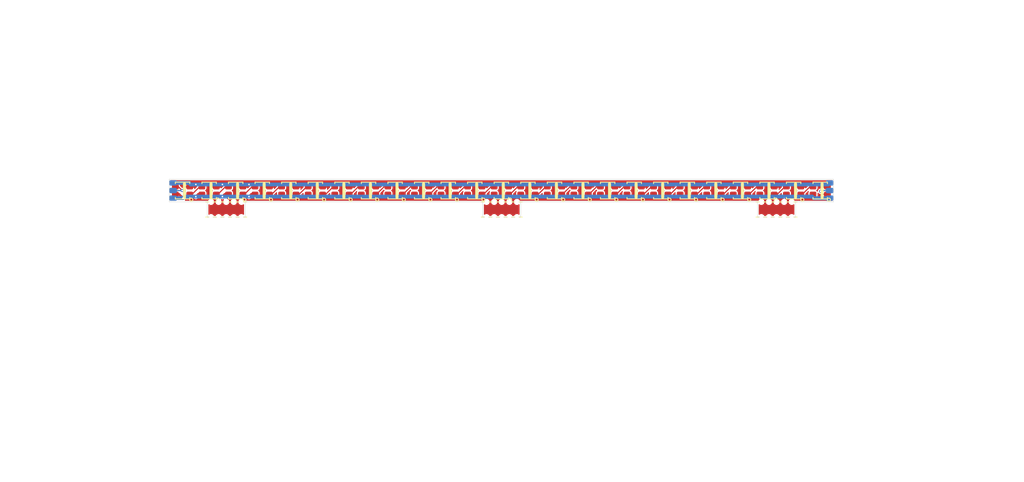
<source format=kicad_pcb>
(kicad_pcb (version 20171130) (host pcbnew "(5.1.9-0-10_14)")

  (general
    (thickness 1.6)
    (drawings 16)
    (tracks 109)
    (zones 0)
    (modules 34)
    (nets 29)
  )

  (page A4)
  (layers
    (0 F.Cu signal)
    (31 B.Cu signal)
    (32 B.Adhes user)
    (33 F.Adhes user)
    (34 B.Paste user)
    (35 F.Paste user)
    (36 B.SilkS user)
    (37 F.SilkS user)
    (38 B.Mask user)
    (39 F.Mask user)
    (40 Dwgs.User user)
    (41 Cmts.User user)
    (42 Eco1.User user)
    (43 Eco2.User user)
    (44 Edge.Cuts user)
    (45 Margin user)
    (46 B.CrtYd user)
    (47 F.CrtYd user)
    (48 B.Fab user)
    (49 F.Fab user)
  )

  (setup
    (last_trace_width 0.3048)
    (user_trace_width 0.127)
    (user_trace_width 0.1524)
    (user_trace_width 0.3048)
    (user_trace_width 0.381)
    (user_trace_width 0.5)
    (trace_clearance 0.1524)
    (zone_clearance 0.127)
    (zone_45_only no)
    (trace_min 0.127)
    (via_size 0.6)
    (via_drill 0.3)
    (via_min_size 0.4)
    (via_min_drill 0.2)
    (user_via 0.4 0.2)
    (user_via 0.6 0.3)
    (user_via 0.762 0.381)
    (uvia_size 0.6)
    (uvia_drill 0.3)
    (uvias_allowed no)
    (uvia_min_size 0.4)
    (uvia_min_drill 0.2)
    (edge_width 0.05)
    (segment_width 0.2)
    (pcb_text_width 0.3)
    (pcb_text_size 1.5 1.5)
    (mod_edge_width 0.12)
    (mod_text_size 0.8128 0.8128)
    (mod_text_width 0.1524)
    (pad_size 1.524 1.524)
    (pad_drill 0.762)
    (pad_to_mask_clearance 0.05)
    (aux_axis_origin 0 0)
    (visible_elements FFFFFF7F)
    (pcbplotparams
      (layerselection 0x010fc_ffffffff)
      (usegerberextensions false)
      (usegerberattributes true)
      (usegerberadvancedattributes true)
      (creategerberjobfile true)
      (excludeedgelayer true)
      (linewidth 0.100000)
      (plotframeref false)
      (viasonmask false)
      (mode 1)
      (useauxorigin false)
      (hpglpennumber 1)
      (hpglpenspeed 20)
      (hpglpendiameter 15.000000)
      (psnegative false)
      (psa4output false)
      (plotreference true)
      (plotvalue true)
      (plotinvisibletext false)
      (padsonsilk false)
      (subtractmaskfromsilk false)
      (outputformat 1)
      (mirror false)
      (drillshape 0)
      (scaleselection 1)
      (outputdirectory "fabrication"))
  )

  (net 0 "")
  (net 1 "Net-(D1-Pad1)")
  (net 2 +3V3)
  (net 3 GND)
  (net 4 /Din)
  (net 5 /Dout)
  (net 6 "Net-(D2-Pad1)")
  (net 7 "Net-(D3-Pad1)")
  (net 8 "Net-(D4-Pad1)")
  (net 9 "Net-(D5-Pad1)")
  (net 10 "Net-(D6-Pad1)")
  (net 11 "Net-(D7-Pad1)")
  (net 12 "Net-(D8-Pad1)")
  (net 13 "Net-(D10-Pad3)")
  (net 14 "Net-(D10-Pad1)")
  (net 15 "Net-(D11-Pad1)")
  (net 16 "Net-(D12-Pad1)")
  (net 17 "Net-(D13-Pad1)")
  (net 18 "Net-(D14-Pad1)")
  (net 19 "Net-(D15-Pad1)")
  (net 20 "Net-(D16-Pad1)")
  (net 21 "Net-(D17-Pad1)")
  (net 22 "Net-(D18-Pad1)")
  (net 23 "Net-(D19-Pad1)")
  (net 24 "Net-(D20-Pad1)")
  (net 25 "Net-(D21-Pad1)")
  (net 26 "Net-(D22-Pad1)")
  (net 27 "Net-(D23-Pad1)")
  (net 28 "Net-(D24-Pad1)")

  (net_class Default "This is the default net class."
    (clearance 0.1524)
    (trace_width 0.1524)
    (via_dia 0.6)
    (via_drill 0.3)
    (uvia_dia 0.6)
    (uvia_drill 0.3)
    (diff_pair_width 0.1524)
    (diff_pair_gap 0.127)
    (add_net /Din)
    (add_net /Dout)
    (add_net "Net-(D1-Pad1)")
    (add_net "Net-(D10-Pad1)")
    (add_net "Net-(D10-Pad3)")
    (add_net "Net-(D11-Pad1)")
    (add_net "Net-(D12-Pad1)")
    (add_net "Net-(D13-Pad1)")
    (add_net "Net-(D14-Pad1)")
    (add_net "Net-(D15-Pad1)")
    (add_net "Net-(D16-Pad1)")
    (add_net "Net-(D17-Pad1)")
    (add_net "Net-(D18-Pad1)")
    (add_net "Net-(D19-Pad1)")
    (add_net "Net-(D2-Pad1)")
    (add_net "Net-(D20-Pad1)")
    (add_net "Net-(D21-Pad1)")
    (add_net "Net-(D22-Pad1)")
    (add_net "Net-(D23-Pad1)")
    (add_net "Net-(D24-Pad1)")
    (add_net "Net-(D3-Pad1)")
    (add_net "Net-(D4-Pad1)")
    (add_net "Net-(D5-Pad1)")
    (add_net "Net-(D6-Pad1)")
    (add_net "Net-(D7-Pad1)")
    (add_net "Net-(D8-Pad1)")
  )

  (net_class Power ""
    (clearance 0.1524)
    (trace_width 0.3048)
    (via_dia 0.6)
    (via_drill 0.3)
    (uvia_dia 0.6)
    (uvia_drill 0.3)
    (diff_pair_width 0.3048)
    (diff_pair_gap 0.254)
    (add_net +3V3)
    (add_net GND)
  )

  (module "barn53-kicad:Breakaway Tab" (layer F.Cu) (tedit 60E6B90C) (tstamp 60E77E61)
    (at 170.8 103)
    (fp_text reference REF** (at -4.3 2.3) (layer F.SilkS) hide
      (effects (font (size 1 1) (thickness 0.15)))
    )
    (fp_text value "Breakaway Tab" (at -0.9 3.5) (layer F.Fab) hide
      (effects (font (size 1 1) (thickness 0.15)))
    )
    (fp_line (start 4.7 2) (end -0.7 2) (layer F.SilkS) (width 0.12))
    (fp_line (start -0.7 0) (end 4.7 0) (layer F.SilkS) (width 0.12))
    (pad "" np_thru_hole circle (at 0 0) (size 0.5 0.5) (drill 0.5) (layers *.Cu *.Mask))
    (pad "" np_thru_hole circle (at 1 0) (size 0.5 0.5) (drill 0.5) (layers *.Cu *.Mask))
    (pad "" np_thru_hole circle (at 2 0) (size 0.5 0.5) (drill 0.5) (layers *.Cu *.Mask))
    (pad "" np_thru_hole circle (at 3 0) (size 0.5 0.5) (drill 0.5) (layers *.Cu *.Mask))
    (pad "" np_thru_hole circle (at 4 0) (size 0.5 0.5) (drill 0.5) (layers *.Cu *.Mask))
    (pad "" np_thru_hole circle (at 4 2) (size 0.5 0.5) (drill 0.5) (layers *.Cu *.Mask))
    (pad "" np_thru_hole circle (at 3 2) (size 0.5 0.5) (drill 0.5) (layers *.Cu *.Mask))
    (pad "" np_thru_hole circle (at 2 2) (size 0.5 0.5) (drill 0.5) (layers *.Cu *.Mask))
    (pad "" np_thru_hole circle (at 1 2) (size 0.5 0.5) (drill 0.5) (layers *.Cu *.Mask))
    (pad "" np_thru_hole circle (at 0 2) (size 0.5 0.5) (drill 0.5) (layers *.Cu *.Mask))
  )

  (module "barn53-kicad:Breakaway Tab" (layer F.Cu) (tedit 60E6B90C) (tstamp 60E77E61)
    (at 134.6 103)
    (fp_text reference REF** (at -4.3 2.3) (layer F.SilkS) hide
      (effects (font (size 1 1) (thickness 0.15)))
    )
    (fp_text value "Breakaway Tab" (at -0.9 3.5) (layer F.Fab) hide
      (effects (font (size 1 1) (thickness 0.15)))
    )
    (fp_line (start 4.7 2) (end -0.7 2) (layer F.SilkS) (width 0.12))
    (fp_line (start -0.7 0) (end 4.7 0) (layer F.SilkS) (width 0.12))
    (pad "" np_thru_hole circle (at 0 0) (size 0.5 0.5) (drill 0.5) (layers *.Cu *.Mask))
    (pad "" np_thru_hole circle (at 1 0) (size 0.5 0.5) (drill 0.5) (layers *.Cu *.Mask))
    (pad "" np_thru_hole circle (at 2 0) (size 0.5 0.5) (drill 0.5) (layers *.Cu *.Mask))
    (pad "" np_thru_hole circle (at 3 0) (size 0.5 0.5) (drill 0.5) (layers *.Cu *.Mask))
    (pad "" np_thru_hole circle (at 4 0) (size 0.5 0.5) (drill 0.5) (layers *.Cu *.Mask))
    (pad "" np_thru_hole circle (at 4 2) (size 0.5 0.5) (drill 0.5) (layers *.Cu *.Mask))
    (pad "" np_thru_hole circle (at 3 2) (size 0.5 0.5) (drill 0.5) (layers *.Cu *.Mask))
    (pad "" np_thru_hole circle (at 2 2) (size 0.5 0.5) (drill 0.5) (layers *.Cu *.Mask))
    (pad "" np_thru_hole circle (at 1 2) (size 0.5 0.5) (drill 0.5) (layers *.Cu *.Mask))
    (pad "" np_thru_hole circle (at 0 2) (size 0.5 0.5) (drill 0.5) (layers *.Cu *.Mask))
  )

  (module barn53-kicad:WS2812B-2020 (layer F.Cu) (tedit 60204DBC) (tstamp 60E740E2)
    (at 175 101.5)
    (path /60EEDE50)
    (attr smd)
    (fp_text reference D24 (at -2.7 -4.9) (layer F.SilkS) hide
      (effects (font (size 1 1) (thickness 0.15)))
    )
    (fp_text value WS2812B-2020 (at -2.9 7.2) (layer F.Fab) hide
      (effects (font (size 1 1) (thickness 0.15)))
    )
    (fp_line (start 0.3 -0.9) (end 0.3 0.9) (layer F.SilkS) (width 0.4))
    (fp_line (start 1 1.1) (end 1 0.9) (layer F.SilkS) (width 0.12))
    (fp_line (start -0.9 1.1) (end 1 1.1) (layer F.SilkS) (width 0.12))
    (fp_line (start -0.9 0.9) (end -0.9 1.1) (layer F.SilkS) (width 0.12))
    (fp_line (start 1 -1.1) (end 1 -0.9) (layer F.SilkS) (width 0.12))
    (fp_line (start -0.9 -1.1) (end 1 -1.1) (layer F.SilkS) (width 0.12))
    (fp_line (start -0.9 -0.9) (end -0.9 -1.1) (layer F.SilkS) (width 0.12))
    (fp_circle (center 1.2 1.2) (end 1.4 1.2) (layer F.SilkS) (width 0.12))
    (pad 4 smd roundrect (at -0.9 0.5) (size 0.9 0.7) (layers F.Cu F.Paste F.Mask) (roundrect_rratio 0.25)
      (net 2 +3V3))
    (pad 3 smd roundrect (at -0.9 -0.5) (size 0.9 0.7) (layers F.Cu F.Paste F.Mask) (roundrect_rratio 0.25)
      (net 27 "Net-(D23-Pad1)"))
    (pad 2 smd roundrect (at 1 -0.5) (size 0.9 0.7) (layers F.Cu F.Paste F.Mask) (roundrect_rratio 0.25)
      (net 3 GND))
    (pad 1 smd roundrect (at 1 0.5) (size 0.9 0.7) (layers F.Cu F.Paste F.Mask) (roundrect_rratio 0.25)
      (net 28 "Net-(D24-Pad1)"))
    (model ${BARN53_KICAD_DIR}/3dmodels/WS2812B-2020.step
      (offset (xyz 1.15 1 0.05))
      (scale (xyz 1 1 1))
      (rotate (xyz 0 0 180))
    )
  )

  (module barn53-kicad:WS2812B-2020 (layer F.Cu) (tedit 60204DBC) (tstamp 60E74283)
    (at 171.5 101.5)
    (path /60EEDE2E)
    (attr smd)
    (fp_text reference D23 (at -2.7 -4.9) (layer F.SilkS) hide
      (effects (font (size 1 1) (thickness 0.15)))
    )
    (fp_text value WS2812B-2020 (at -2.9 7.2) (layer F.Fab) hide
      (effects (font (size 1 1) (thickness 0.15)))
    )
    (fp_line (start 0.3 -0.9) (end 0.3 0.9) (layer F.SilkS) (width 0.4))
    (fp_line (start 1 1.1) (end 1 0.9) (layer F.SilkS) (width 0.12))
    (fp_line (start -0.9 1.1) (end 1 1.1) (layer F.SilkS) (width 0.12))
    (fp_line (start -0.9 0.9) (end -0.9 1.1) (layer F.SilkS) (width 0.12))
    (fp_line (start 1 -1.1) (end 1 -0.9) (layer F.SilkS) (width 0.12))
    (fp_line (start -0.9 -1.1) (end 1 -1.1) (layer F.SilkS) (width 0.12))
    (fp_line (start -0.9 -0.9) (end -0.9 -1.1) (layer F.SilkS) (width 0.12))
    (fp_circle (center 1.2 1.2) (end 1.4 1.2) (layer F.SilkS) (width 0.12))
    (pad 4 smd roundrect (at -0.9 0.5) (size 0.9 0.7) (layers F.Cu F.Paste F.Mask) (roundrect_rratio 0.25)
      (net 2 +3V3))
    (pad 3 smd roundrect (at -0.9 -0.5) (size 0.9 0.7) (layers F.Cu F.Paste F.Mask) (roundrect_rratio 0.25)
      (net 26 "Net-(D22-Pad1)"))
    (pad 2 smd roundrect (at 1 -0.5) (size 0.9 0.7) (layers F.Cu F.Paste F.Mask) (roundrect_rratio 0.25)
      (net 3 GND))
    (pad 1 smd roundrect (at 1 0.5) (size 0.9 0.7) (layers F.Cu F.Paste F.Mask) (roundrect_rratio 0.25)
      (net 27 "Net-(D23-Pad1)"))
    (model ${BARN53_KICAD_DIR}/3dmodels/WS2812B-2020.step
      (offset (xyz 1.15 1 0.05))
      (scale (xyz 1 1 1))
      (rotate (xyz 0 0 180))
    )
  )

  (module barn53-kicad:WS2812B-2020 (layer F.Cu) (tedit 60204DBC) (tstamp 60E740C2)
    (at 168 101.5)
    (path /60EEDE0C)
    (attr smd)
    (fp_text reference D22 (at -2.7 -4.9) (layer F.SilkS) hide
      (effects (font (size 1 1) (thickness 0.15)))
    )
    (fp_text value WS2812B-2020 (at -2.9 7.2) (layer F.Fab) hide
      (effects (font (size 1 1) (thickness 0.15)))
    )
    (fp_line (start 0.3 -0.9) (end 0.3 0.9) (layer F.SilkS) (width 0.4))
    (fp_line (start 1 1.1) (end 1 0.9) (layer F.SilkS) (width 0.12))
    (fp_line (start -0.9 1.1) (end 1 1.1) (layer F.SilkS) (width 0.12))
    (fp_line (start -0.9 0.9) (end -0.9 1.1) (layer F.SilkS) (width 0.12))
    (fp_line (start 1 -1.1) (end 1 -0.9) (layer F.SilkS) (width 0.12))
    (fp_line (start -0.9 -1.1) (end 1 -1.1) (layer F.SilkS) (width 0.12))
    (fp_line (start -0.9 -0.9) (end -0.9 -1.1) (layer F.SilkS) (width 0.12))
    (fp_circle (center 1.2 1.2) (end 1.4 1.2) (layer F.SilkS) (width 0.12))
    (pad 4 smd roundrect (at -0.9 0.5) (size 0.9 0.7) (layers F.Cu F.Paste F.Mask) (roundrect_rratio 0.25)
      (net 2 +3V3))
    (pad 3 smd roundrect (at -0.9 -0.5) (size 0.9 0.7) (layers F.Cu F.Paste F.Mask) (roundrect_rratio 0.25)
      (net 25 "Net-(D21-Pad1)"))
    (pad 2 smd roundrect (at 1 -0.5) (size 0.9 0.7) (layers F.Cu F.Paste F.Mask) (roundrect_rratio 0.25)
      (net 3 GND))
    (pad 1 smd roundrect (at 1 0.5) (size 0.9 0.7) (layers F.Cu F.Paste F.Mask) (roundrect_rratio 0.25)
      (net 26 "Net-(D22-Pad1)"))
    (model ${BARN53_KICAD_DIR}/3dmodels/WS2812B-2020.step
      (offset (xyz 1.15 1 0.05))
      (scale (xyz 1 1 1))
      (rotate (xyz 0 0 180))
    )
  )

  (module barn53-kicad:WS2812B-2020 (layer F.Cu) (tedit 60204DBC) (tstamp 60E740B2)
    (at 164.5 101.5)
    (path /60EEDDEB)
    (attr smd)
    (fp_text reference D21 (at -2.7 -4.9) (layer F.SilkS) hide
      (effects (font (size 1 1) (thickness 0.15)))
    )
    (fp_text value WS2812B-2020 (at -2.9 7.2) (layer F.Fab) hide
      (effects (font (size 1 1) (thickness 0.15)))
    )
    (fp_line (start 0.3 -0.9) (end 0.3 0.9) (layer F.SilkS) (width 0.4))
    (fp_line (start 1 1.1) (end 1 0.9) (layer F.SilkS) (width 0.12))
    (fp_line (start -0.9 1.1) (end 1 1.1) (layer F.SilkS) (width 0.12))
    (fp_line (start -0.9 0.9) (end -0.9 1.1) (layer F.SilkS) (width 0.12))
    (fp_line (start 1 -1.1) (end 1 -0.9) (layer F.SilkS) (width 0.12))
    (fp_line (start -0.9 -1.1) (end 1 -1.1) (layer F.SilkS) (width 0.12))
    (fp_line (start -0.9 -0.9) (end -0.9 -1.1) (layer F.SilkS) (width 0.12))
    (fp_circle (center 1.2 1.2) (end 1.4 1.2) (layer F.SilkS) (width 0.12))
    (pad 4 smd roundrect (at -0.9 0.5) (size 0.9 0.7) (layers F.Cu F.Paste F.Mask) (roundrect_rratio 0.25)
      (net 2 +3V3))
    (pad 3 smd roundrect (at -0.9 -0.5) (size 0.9 0.7) (layers F.Cu F.Paste F.Mask) (roundrect_rratio 0.25)
      (net 24 "Net-(D20-Pad1)"))
    (pad 2 smd roundrect (at 1 -0.5) (size 0.9 0.7) (layers F.Cu F.Paste F.Mask) (roundrect_rratio 0.25)
      (net 3 GND))
    (pad 1 smd roundrect (at 1 0.5) (size 0.9 0.7) (layers F.Cu F.Paste F.Mask) (roundrect_rratio 0.25)
      (net 25 "Net-(D21-Pad1)"))
    (model ${BARN53_KICAD_DIR}/3dmodels/WS2812B-2020.step
      (offset (xyz 1.15 1 0.05))
      (scale (xyz 1 1 1))
      (rotate (xyz 0 0 180))
    )
  )

  (module barn53-kicad:WS2812B-2020 (layer F.Cu) (tedit 60204DBC) (tstamp 60E741AA)
    (at 161 101.5)
    (path /60F012A1)
    (attr smd)
    (fp_text reference D20 (at -2.7 -4.9) (layer F.SilkS) hide
      (effects (font (size 1 1) (thickness 0.15)))
    )
    (fp_text value WS2812B-2020 (at -2.9 7.2) (layer F.Fab) hide
      (effects (font (size 1 1) (thickness 0.15)))
    )
    (fp_line (start 0.3 -0.9) (end 0.3 0.9) (layer F.SilkS) (width 0.4))
    (fp_line (start 1 1.1) (end 1 0.9) (layer F.SilkS) (width 0.12))
    (fp_line (start -0.9 1.1) (end 1 1.1) (layer F.SilkS) (width 0.12))
    (fp_line (start -0.9 0.9) (end -0.9 1.1) (layer F.SilkS) (width 0.12))
    (fp_line (start 1 -1.1) (end 1 -0.9) (layer F.SilkS) (width 0.12))
    (fp_line (start -0.9 -1.1) (end 1 -1.1) (layer F.SilkS) (width 0.12))
    (fp_line (start -0.9 -0.9) (end -0.9 -1.1) (layer F.SilkS) (width 0.12))
    (fp_circle (center 1.2 1.2) (end 1.4 1.2) (layer F.SilkS) (width 0.12))
    (pad 4 smd roundrect (at -0.9 0.5) (size 0.9 0.7) (layers F.Cu F.Paste F.Mask) (roundrect_rratio 0.25)
      (net 2 +3V3))
    (pad 3 smd roundrect (at -0.9 -0.5) (size 0.9 0.7) (layers F.Cu F.Paste F.Mask) (roundrect_rratio 0.25)
      (net 23 "Net-(D19-Pad1)"))
    (pad 2 smd roundrect (at 1 -0.5) (size 0.9 0.7) (layers F.Cu F.Paste F.Mask) (roundrect_rratio 0.25)
      (net 3 GND))
    (pad 1 smd roundrect (at 1 0.5) (size 0.9 0.7) (layers F.Cu F.Paste F.Mask) (roundrect_rratio 0.25)
      (net 24 "Net-(D20-Pad1)"))
    (model ${BARN53_KICAD_DIR}/3dmodels/WS2812B-2020.step
      (offset (xyz 1.15 1 0.05))
      (scale (xyz 1 1 1))
      (rotate (xyz 0 0 180))
    )
  )

  (module barn53-kicad:WS2812B-2020 (layer F.Cu) (tedit 60204DBC) (tstamp 60E73229)
    (at 157.5 101.5)
    (path /60EC3FA0)
    (attr smd)
    (fp_text reference D19 (at -2.7 -4.9) (layer F.SilkS) hide
      (effects (font (size 1 1) (thickness 0.15)))
    )
    (fp_text value WS2812B-2020 (at -2.9 7.2) (layer F.Fab) hide
      (effects (font (size 1 1) (thickness 0.15)))
    )
    (fp_line (start 0.3 -0.9) (end 0.3 0.9) (layer F.SilkS) (width 0.4))
    (fp_line (start 1 1.1) (end 1 0.9) (layer F.SilkS) (width 0.12))
    (fp_line (start -0.9 1.1) (end 1 1.1) (layer F.SilkS) (width 0.12))
    (fp_line (start -0.9 0.9) (end -0.9 1.1) (layer F.SilkS) (width 0.12))
    (fp_line (start 1 -1.1) (end 1 -0.9) (layer F.SilkS) (width 0.12))
    (fp_line (start -0.9 -1.1) (end 1 -1.1) (layer F.SilkS) (width 0.12))
    (fp_line (start -0.9 -0.9) (end -0.9 -1.1) (layer F.SilkS) (width 0.12))
    (fp_circle (center 1.2 1.2) (end 1.4 1.2) (layer F.SilkS) (width 0.12))
    (pad 4 smd roundrect (at -0.9 0.5) (size 0.9 0.7) (layers F.Cu F.Paste F.Mask) (roundrect_rratio 0.25)
      (net 2 +3V3))
    (pad 3 smd roundrect (at -0.9 -0.5) (size 0.9 0.7) (layers F.Cu F.Paste F.Mask) (roundrect_rratio 0.25)
      (net 22 "Net-(D18-Pad1)"))
    (pad 2 smd roundrect (at 1 -0.5) (size 0.9 0.7) (layers F.Cu F.Paste F.Mask) (roundrect_rratio 0.25)
      (net 3 GND))
    (pad 1 smd roundrect (at 1 0.5) (size 0.9 0.7) (layers F.Cu F.Paste F.Mask) (roundrect_rratio 0.25)
      (net 23 "Net-(D19-Pad1)"))
    (model ${BARN53_KICAD_DIR}/3dmodels/WS2812B-2020.step
      (offset (xyz 1.15 1 0.05))
      (scale (xyz 1 1 1))
      (rotate (xyz 0 0 180))
    )
  )

  (module barn53-kicad:WS2812B-2020 (layer F.Cu) (tedit 60204DBC) (tstamp 60E73256)
    (at 154 101.5)
    (path /60EBEE59)
    (attr smd)
    (fp_text reference D18 (at -2.7 -4.9) (layer F.SilkS) hide
      (effects (font (size 1 1) (thickness 0.15)))
    )
    (fp_text value WS2812B-2020 (at -2.9 7.2) (layer F.Fab) hide
      (effects (font (size 1 1) (thickness 0.15)))
    )
    (fp_line (start 0.3 -0.9) (end 0.3 0.9) (layer F.SilkS) (width 0.4))
    (fp_line (start 1 1.1) (end 1 0.9) (layer F.SilkS) (width 0.12))
    (fp_line (start -0.9 1.1) (end 1 1.1) (layer F.SilkS) (width 0.12))
    (fp_line (start -0.9 0.9) (end -0.9 1.1) (layer F.SilkS) (width 0.12))
    (fp_line (start 1 -1.1) (end 1 -0.9) (layer F.SilkS) (width 0.12))
    (fp_line (start -0.9 -1.1) (end 1 -1.1) (layer F.SilkS) (width 0.12))
    (fp_line (start -0.9 -0.9) (end -0.9 -1.1) (layer F.SilkS) (width 0.12))
    (fp_circle (center 1.2 1.2) (end 1.4 1.2) (layer F.SilkS) (width 0.12))
    (pad 4 smd roundrect (at -0.9 0.5) (size 0.9 0.7) (layers F.Cu F.Paste F.Mask) (roundrect_rratio 0.25)
      (net 2 +3V3))
    (pad 3 smd roundrect (at -0.9 -0.5) (size 0.9 0.7) (layers F.Cu F.Paste F.Mask) (roundrect_rratio 0.25)
      (net 21 "Net-(D17-Pad1)"))
    (pad 2 smd roundrect (at 1 -0.5) (size 0.9 0.7) (layers F.Cu F.Paste F.Mask) (roundrect_rratio 0.25)
      (net 3 GND))
    (pad 1 smd roundrect (at 1 0.5) (size 0.9 0.7) (layers F.Cu F.Paste F.Mask) (roundrect_rratio 0.25)
      (net 22 "Net-(D18-Pad1)"))
    (model ${BARN53_KICAD_DIR}/3dmodels/WS2812B-2020.step
      (offset (xyz 1.15 1 0.05))
      (scale (xyz 1 1 1))
      (rotate (xyz 0 0 180))
    )
  )

  (module barn53-kicad:WS2812B-2020 (layer F.Cu) (tedit 60204DBC) (tstamp 60E732B0)
    (at 150.5 101.5)
    (path /60EBD9A8)
    (attr smd)
    (fp_text reference D17 (at -2.7 -4.9) (layer F.SilkS) hide
      (effects (font (size 1 1) (thickness 0.15)))
    )
    (fp_text value WS2812B-2020 (at -2.9 7.2) (layer F.Fab) hide
      (effects (font (size 1 1) (thickness 0.15)))
    )
    (fp_line (start 0.3 -0.9) (end 0.3 0.9) (layer F.SilkS) (width 0.4))
    (fp_line (start 1 1.1) (end 1 0.9) (layer F.SilkS) (width 0.12))
    (fp_line (start -0.9 1.1) (end 1 1.1) (layer F.SilkS) (width 0.12))
    (fp_line (start -0.9 0.9) (end -0.9 1.1) (layer F.SilkS) (width 0.12))
    (fp_line (start 1 -1.1) (end 1 -0.9) (layer F.SilkS) (width 0.12))
    (fp_line (start -0.9 -1.1) (end 1 -1.1) (layer F.SilkS) (width 0.12))
    (fp_line (start -0.9 -0.9) (end -0.9 -1.1) (layer F.SilkS) (width 0.12))
    (fp_circle (center 1.2 1.2) (end 1.4 1.2) (layer F.SilkS) (width 0.12))
    (pad 4 smd roundrect (at -0.9 0.5) (size 0.9 0.7) (layers F.Cu F.Paste F.Mask) (roundrect_rratio 0.25)
      (net 2 +3V3))
    (pad 3 smd roundrect (at -0.9 -0.5) (size 0.9 0.7) (layers F.Cu F.Paste F.Mask) (roundrect_rratio 0.25)
      (net 20 "Net-(D16-Pad1)"))
    (pad 2 smd roundrect (at 1 -0.5) (size 0.9 0.7) (layers F.Cu F.Paste F.Mask) (roundrect_rratio 0.25)
      (net 3 GND))
    (pad 1 smd roundrect (at 1 0.5) (size 0.9 0.7) (layers F.Cu F.Paste F.Mask) (roundrect_rratio 0.25)
      (net 21 "Net-(D17-Pad1)"))
    (model ${BARN53_KICAD_DIR}/3dmodels/WS2812B-2020.step
      (offset (xyz 1.15 1 0.05))
      (scale (xyz 1 1 1))
      (rotate (xyz 0 0 180))
    )
  )

  (module barn53-kicad:WS2812B-2020 (layer F.Cu) (tedit 60204DBC) (tstamp 60E73283)
    (at 147 101.5)
    (path /60EBC287)
    (attr smd)
    (fp_text reference D16 (at -2.7 -4.9) (layer F.SilkS) hide
      (effects (font (size 1 1) (thickness 0.15)))
    )
    (fp_text value WS2812B-2020 (at -2.9 7.2) (layer F.Fab) hide
      (effects (font (size 1 1) (thickness 0.15)))
    )
    (fp_line (start 0.3 -0.9) (end 0.3 0.9) (layer F.SilkS) (width 0.4))
    (fp_line (start 1 1.1) (end 1 0.9) (layer F.SilkS) (width 0.12))
    (fp_line (start -0.9 1.1) (end 1 1.1) (layer F.SilkS) (width 0.12))
    (fp_line (start -0.9 0.9) (end -0.9 1.1) (layer F.SilkS) (width 0.12))
    (fp_line (start 1 -1.1) (end 1 -0.9) (layer F.SilkS) (width 0.12))
    (fp_line (start -0.9 -1.1) (end 1 -1.1) (layer F.SilkS) (width 0.12))
    (fp_line (start -0.9 -0.9) (end -0.9 -1.1) (layer F.SilkS) (width 0.12))
    (fp_circle (center 1.2 1.2) (end 1.4 1.2) (layer F.SilkS) (width 0.12))
    (pad 4 smd roundrect (at -0.9 0.5) (size 0.9 0.7) (layers F.Cu F.Paste F.Mask) (roundrect_rratio 0.25)
      (net 2 +3V3))
    (pad 3 smd roundrect (at -0.9 -0.5) (size 0.9 0.7) (layers F.Cu F.Paste F.Mask) (roundrect_rratio 0.25)
      (net 19 "Net-(D15-Pad1)"))
    (pad 2 smd roundrect (at 1 -0.5) (size 0.9 0.7) (layers F.Cu F.Paste F.Mask) (roundrect_rratio 0.25)
      (net 3 GND))
    (pad 1 smd roundrect (at 1 0.5) (size 0.9 0.7) (layers F.Cu F.Paste F.Mask) (roundrect_rratio 0.25)
      (net 20 "Net-(D16-Pad1)"))
    (model ${BARN53_KICAD_DIR}/3dmodels/WS2812B-2020.step
      (offset (xyz 1.15 1 0.05))
      (scale (xyz 1 1 1))
      (rotate (xyz 0 0 180))
    )
  )

  (module barn53-kicad:WS2812B-2020 (layer F.Cu) (tedit 60204DBC) (tstamp 60E73175)
    (at 143.5 101.5)
    (path /60EBA66E)
    (attr smd)
    (fp_text reference D15 (at -2.7 -4.9) (layer F.SilkS) hide
      (effects (font (size 1 1) (thickness 0.15)))
    )
    (fp_text value WS2812B-2020 (at -2.9 7.2) (layer F.Fab) hide
      (effects (font (size 1 1) (thickness 0.15)))
    )
    (fp_line (start 0.3 -0.9) (end 0.3 0.9) (layer F.SilkS) (width 0.4))
    (fp_line (start 1 1.1) (end 1 0.9) (layer F.SilkS) (width 0.12))
    (fp_line (start -0.9 1.1) (end 1 1.1) (layer F.SilkS) (width 0.12))
    (fp_line (start -0.9 0.9) (end -0.9 1.1) (layer F.SilkS) (width 0.12))
    (fp_line (start 1 -1.1) (end 1 -0.9) (layer F.SilkS) (width 0.12))
    (fp_line (start -0.9 -1.1) (end 1 -1.1) (layer F.SilkS) (width 0.12))
    (fp_line (start -0.9 -0.9) (end -0.9 -1.1) (layer F.SilkS) (width 0.12))
    (fp_circle (center 1.2 1.2) (end 1.4 1.2) (layer F.SilkS) (width 0.12))
    (pad 4 smd roundrect (at -0.9 0.5) (size 0.9 0.7) (layers F.Cu F.Paste F.Mask) (roundrect_rratio 0.25)
      (net 2 +3V3))
    (pad 3 smd roundrect (at -0.9 -0.5) (size 0.9 0.7) (layers F.Cu F.Paste F.Mask) (roundrect_rratio 0.25)
      (net 18 "Net-(D14-Pad1)"))
    (pad 2 smd roundrect (at 1 -0.5) (size 0.9 0.7) (layers F.Cu F.Paste F.Mask) (roundrect_rratio 0.25)
      (net 3 GND))
    (pad 1 smd roundrect (at 1 0.5) (size 0.9 0.7) (layers F.Cu F.Paste F.Mask) (roundrect_rratio 0.25)
      (net 19 "Net-(D15-Pad1)"))
    (model ${BARN53_KICAD_DIR}/3dmodels/WS2812B-2020.step
      (offset (xyz 1.15 1 0.05))
      (scale (xyz 1 1 1))
      (rotate (xyz 0 0 180))
    )
  )

  (module barn53-kicad:WS2812B-2020 (layer F.Cu) (tedit 60204DBC) (tstamp 60E73418)
    (at 140 101.5)
    (path /60EB8AB9)
    (attr smd)
    (fp_text reference D14 (at -2.7 -4.9) (layer F.SilkS) hide
      (effects (font (size 1 1) (thickness 0.15)))
    )
    (fp_text value WS2812B-2020 (at -2.9 7.2) (layer F.Fab) hide
      (effects (font (size 1 1) (thickness 0.15)))
    )
    (fp_line (start 0.3 -0.9) (end 0.3 0.9) (layer F.SilkS) (width 0.4))
    (fp_line (start 1 1.1) (end 1 0.9) (layer F.SilkS) (width 0.12))
    (fp_line (start -0.9 1.1) (end 1 1.1) (layer F.SilkS) (width 0.12))
    (fp_line (start -0.9 0.9) (end -0.9 1.1) (layer F.SilkS) (width 0.12))
    (fp_line (start 1 -1.1) (end 1 -0.9) (layer F.SilkS) (width 0.12))
    (fp_line (start -0.9 -1.1) (end 1 -1.1) (layer F.SilkS) (width 0.12))
    (fp_line (start -0.9 -0.9) (end -0.9 -1.1) (layer F.SilkS) (width 0.12))
    (fp_circle (center 1.2 1.2) (end 1.4 1.2) (layer F.SilkS) (width 0.12))
    (pad 4 smd roundrect (at -0.9 0.5) (size 0.9 0.7) (layers F.Cu F.Paste F.Mask) (roundrect_rratio 0.25)
      (net 2 +3V3))
    (pad 3 smd roundrect (at -0.9 -0.5) (size 0.9 0.7) (layers F.Cu F.Paste F.Mask) (roundrect_rratio 0.25)
      (net 17 "Net-(D13-Pad1)"))
    (pad 2 smd roundrect (at 1 -0.5) (size 0.9 0.7) (layers F.Cu F.Paste F.Mask) (roundrect_rratio 0.25)
      (net 3 GND))
    (pad 1 smd roundrect (at 1 0.5) (size 0.9 0.7) (layers F.Cu F.Paste F.Mask) (roundrect_rratio 0.25)
      (net 18 "Net-(D14-Pad1)"))
    (model ${BARN53_KICAD_DIR}/3dmodels/WS2812B-2020.step
      (offset (xyz 1.15 1 0.05))
      (scale (xyz 1 1 1))
      (rotate (xyz 0 0 180))
    )
  )

  (module barn53-kicad:WS2812B-2020 (layer F.Cu) (tedit 60204DBC) (tstamp 60E732DD)
    (at 136.5 101.5)
    (path /60EB72CA)
    (attr smd)
    (fp_text reference D13 (at -2.7 -4.9) (layer F.SilkS) hide
      (effects (font (size 1 1) (thickness 0.15)))
    )
    (fp_text value WS2812B-2020 (at -2.9 7.2) (layer F.Fab) hide
      (effects (font (size 1 1) (thickness 0.15)))
    )
    (fp_line (start 0.3 -0.9) (end 0.3 0.9) (layer F.SilkS) (width 0.4))
    (fp_line (start 1 1.1) (end 1 0.9) (layer F.SilkS) (width 0.12))
    (fp_line (start -0.9 1.1) (end 1 1.1) (layer F.SilkS) (width 0.12))
    (fp_line (start -0.9 0.9) (end -0.9 1.1) (layer F.SilkS) (width 0.12))
    (fp_line (start 1 -1.1) (end 1 -0.9) (layer F.SilkS) (width 0.12))
    (fp_line (start -0.9 -1.1) (end 1 -1.1) (layer F.SilkS) (width 0.12))
    (fp_line (start -0.9 -0.9) (end -0.9 -1.1) (layer F.SilkS) (width 0.12))
    (fp_circle (center 1.2 1.2) (end 1.4 1.2) (layer F.SilkS) (width 0.12))
    (pad 4 smd roundrect (at -0.9 0.5) (size 0.9 0.7) (layers F.Cu F.Paste F.Mask) (roundrect_rratio 0.25)
      (net 2 +3V3))
    (pad 3 smd roundrect (at -0.9 -0.5) (size 0.9 0.7) (layers F.Cu F.Paste F.Mask) (roundrect_rratio 0.25)
      (net 16 "Net-(D12-Pad1)"))
    (pad 2 smd roundrect (at 1 -0.5) (size 0.9 0.7) (layers F.Cu F.Paste F.Mask) (roundrect_rratio 0.25)
      (net 3 GND))
    (pad 1 smd roundrect (at 1 0.5) (size 0.9 0.7) (layers F.Cu F.Paste F.Mask) (roundrect_rratio 0.25)
      (net 17 "Net-(D13-Pad1)"))
    (model ${BARN53_KICAD_DIR}/3dmodels/WS2812B-2020.step
      (offset (xyz 1.15 1 0.05))
      (scale (xyz 1 1 1))
      (rotate (xyz 0 0 180))
    )
  )

  (module barn53-kicad:WS2812B-2020 (layer F.Cu) (tedit 60204DBC) (tstamp 60E73445)
    (at 133 101.5)
    (path /60EB59F3)
    (attr smd)
    (fp_text reference D12 (at -2.7 -4.9) (layer F.SilkS) hide
      (effects (font (size 1 1) (thickness 0.15)))
    )
    (fp_text value WS2812B-2020 (at -2.9 7.2) (layer F.Fab) hide
      (effects (font (size 1 1) (thickness 0.15)))
    )
    (fp_line (start 0.3 -0.9) (end 0.3 0.9) (layer F.SilkS) (width 0.4))
    (fp_line (start 1 1.1) (end 1 0.9) (layer F.SilkS) (width 0.12))
    (fp_line (start -0.9 1.1) (end 1 1.1) (layer F.SilkS) (width 0.12))
    (fp_line (start -0.9 0.9) (end -0.9 1.1) (layer F.SilkS) (width 0.12))
    (fp_line (start 1 -1.1) (end 1 -0.9) (layer F.SilkS) (width 0.12))
    (fp_line (start -0.9 -1.1) (end 1 -1.1) (layer F.SilkS) (width 0.12))
    (fp_line (start -0.9 -0.9) (end -0.9 -1.1) (layer F.SilkS) (width 0.12))
    (fp_circle (center 1.2 1.2) (end 1.4 1.2) (layer F.SilkS) (width 0.12))
    (pad 4 smd roundrect (at -0.9 0.5) (size 0.9 0.7) (layers F.Cu F.Paste F.Mask) (roundrect_rratio 0.25)
      (net 2 +3V3))
    (pad 3 smd roundrect (at -0.9 -0.5) (size 0.9 0.7) (layers F.Cu F.Paste F.Mask) (roundrect_rratio 0.25)
      (net 15 "Net-(D11-Pad1)"))
    (pad 2 smd roundrect (at 1 -0.5) (size 0.9 0.7) (layers F.Cu F.Paste F.Mask) (roundrect_rratio 0.25)
      (net 3 GND))
    (pad 1 smd roundrect (at 1 0.5) (size 0.9 0.7) (layers F.Cu F.Paste F.Mask) (roundrect_rratio 0.25)
      (net 16 "Net-(D12-Pad1)"))
    (model ${BARN53_KICAD_DIR}/3dmodels/WS2812B-2020.step
      (offset (xyz 1.15 1 0.05))
      (scale (xyz 1 1 1))
      (rotate (xyz 0 0 180))
    )
  )

  (module barn53-kicad:WS2812B-2020 (layer F.Cu) (tedit 60204DBC) (tstamp 60E7330A)
    (at 129.5 101.5)
    (path /60EB3EDD)
    (attr smd)
    (fp_text reference D11 (at -2.7 -4.9) (layer F.SilkS) hide
      (effects (font (size 1 1) (thickness 0.15)))
    )
    (fp_text value WS2812B-2020 (at -2.9 7.2) (layer F.Fab) hide
      (effects (font (size 1 1) (thickness 0.15)))
    )
    (fp_line (start 0.3 -0.9) (end 0.3 0.9) (layer F.SilkS) (width 0.4))
    (fp_line (start 1 1.1) (end 1 0.9) (layer F.SilkS) (width 0.12))
    (fp_line (start -0.9 1.1) (end 1 1.1) (layer F.SilkS) (width 0.12))
    (fp_line (start -0.9 0.9) (end -0.9 1.1) (layer F.SilkS) (width 0.12))
    (fp_line (start 1 -1.1) (end 1 -0.9) (layer F.SilkS) (width 0.12))
    (fp_line (start -0.9 -1.1) (end 1 -1.1) (layer F.SilkS) (width 0.12))
    (fp_line (start -0.9 -0.9) (end -0.9 -1.1) (layer F.SilkS) (width 0.12))
    (fp_circle (center 1.2 1.2) (end 1.4 1.2) (layer F.SilkS) (width 0.12))
    (pad 4 smd roundrect (at -0.9 0.5) (size 0.9 0.7) (layers F.Cu F.Paste F.Mask) (roundrect_rratio 0.25)
      (net 2 +3V3))
    (pad 3 smd roundrect (at -0.9 -0.5) (size 0.9 0.7) (layers F.Cu F.Paste F.Mask) (roundrect_rratio 0.25)
      (net 14 "Net-(D10-Pad1)"))
    (pad 2 smd roundrect (at 1 -0.5) (size 0.9 0.7) (layers F.Cu F.Paste F.Mask) (roundrect_rratio 0.25)
      (net 3 GND))
    (pad 1 smd roundrect (at 1 0.5) (size 0.9 0.7) (layers F.Cu F.Paste F.Mask) (roundrect_rratio 0.25)
      (net 15 "Net-(D11-Pad1)"))
    (model ${BARN53_KICAD_DIR}/3dmodels/WS2812B-2020.step
      (offset (xyz 1.15 1 0.05))
      (scale (xyz 1 1 1))
      (rotate (xyz 0 0 180))
    )
  )

  (module barn53-kicad:WS2812B-2020 (layer F.Cu) (tedit 60204DBC) (tstamp 60E73337)
    (at 126 101.5)
    (path /60EC1C78)
    (attr smd)
    (fp_text reference D10 (at -2.7 -4.9) (layer F.SilkS) hide
      (effects (font (size 1 1) (thickness 0.15)))
    )
    (fp_text value WS2812B-2020 (at -2.9 7.2) (layer F.Fab) hide
      (effects (font (size 1 1) (thickness 0.15)))
    )
    (fp_line (start 0.3 -0.9) (end 0.3 0.9) (layer F.SilkS) (width 0.4))
    (fp_line (start 1 1.1) (end 1 0.9) (layer F.SilkS) (width 0.12))
    (fp_line (start -0.9 1.1) (end 1 1.1) (layer F.SilkS) (width 0.12))
    (fp_line (start -0.9 0.9) (end -0.9 1.1) (layer F.SilkS) (width 0.12))
    (fp_line (start 1 -1.1) (end 1 -0.9) (layer F.SilkS) (width 0.12))
    (fp_line (start -0.9 -1.1) (end 1 -1.1) (layer F.SilkS) (width 0.12))
    (fp_line (start -0.9 -0.9) (end -0.9 -1.1) (layer F.SilkS) (width 0.12))
    (fp_circle (center 1.2 1.2) (end 1.4 1.2) (layer F.SilkS) (width 0.12))
    (pad 4 smd roundrect (at -0.9 0.5) (size 0.9 0.7) (layers F.Cu F.Paste F.Mask) (roundrect_rratio 0.25)
      (net 2 +3V3))
    (pad 3 smd roundrect (at -0.9 -0.5) (size 0.9 0.7) (layers F.Cu F.Paste F.Mask) (roundrect_rratio 0.25)
      (net 13 "Net-(D10-Pad3)"))
    (pad 2 smd roundrect (at 1 -0.5) (size 0.9 0.7) (layers F.Cu F.Paste F.Mask) (roundrect_rratio 0.25)
      (net 3 GND))
    (pad 1 smd roundrect (at 1 0.5) (size 0.9 0.7) (layers F.Cu F.Paste F.Mask) (roundrect_rratio 0.25)
      (net 14 "Net-(D10-Pad1)"))
    (model ${BARN53_KICAD_DIR}/3dmodels/WS2812B-2020.step
      (offset (xyz 1.15 1 0.05))
      (scale (xyz 1 1 1))
      (rotate (xyz 0 0 180))
    )
  )

  (module barn53-kicad:WS2812B-2020 (layer F.Cu) (tedit 60204DBC) (tstamp 60E73364)
    (at 122.5 101.5)
    (path /60EAFFDE)
    (attr smd)
    (fp_text reference D9 (at -2.7 -4.9) (layer F.SilkS) hide
      (effects (font (size 1 1) (thickness 0.15)))
    )
    (fp_text value WS2812B-2020 (at -2.9 7.2) (layer F.Fab) hide
      (effects (font (size 1 1) (thickness 0.15)))
    )
    (fp_line (start 0.3 -0.9) (end 0.3 0.9) (layer F.SilkS) (width 0.4))
    (fp_line (start 1 1.1) (end 1 0.9) (layer F.SilkS) (width 0.12))
    (fp_line (start -0.9 1.1) (end 1 1.1) (layer F.SilkS) (width 0.12))
    (fp_line (start -0.9 0.9) (end -0.9 1.1) (layer F.SilkS) (width 0.12))
    (fp_line (start 1 -1.1) (end 1 -0.9) (layer F.SilkS) (width 0.12))
    (fp_line (start -0.9 -1.1) (end 1 -1.1) (layer F.SilkS) (width 0.12))
    (fp_line (start -0.9 -0.9) (end -0.9 -1.1) (layer F.SilkS) (width 0.12))
    (fp_circle (center 1.2 1.2) (end 1.4 1.2) (layer F.SilkS) (width 0.12))
    (pad 4 smd roundrect (at -0.9 0.5) (size 0.9 0.7) (layers F.Cu F.Paste F.Mask) (roundrect_rratio 0.25)
      (net 2 +3V3))
    (pad 3 smd roundrect (at -0.9 -0.5) (size 0.9 0.7) (layers F.Cu F.Paste F.Mask) (roundrect_rratio 0.25)
      (net 12 "Net-(D8-Pad1)"))
    (pad 2 smd roundrect (at 1 -0.5) (size 0.9 0.7) (layers F.Cu F.Paste F.Mask) (roundrect_rratio 0.25)
      (net 3 GND))
    (pad 1 smd roundrect (at 1 0.5) (size 0.9 0.7) (layers F.Cu F.Paste F.Mask) (roundrect_rratio 0.25)
      (net 13 "Net-(D10-Pad3)"))
    (model ${BARN53_KICAD_DIR}/3dmodels/WS2812B-2020.step
      (offset (xyz 1.15 1 0.05))
      (scale (xyz 1 1 1))
      (rotate (xyz 0 0 180))
    )
  )

  (module barn53-kicad:WS2812B-2020 (layer F.Cu) (tedit 60204DBC) (tstamp 60E733EB)
    (at 119 101.5)
    (path /60EAEB62)
    (attr smd)
    (fp_text reference D8 (at -2.7 -4.9) (layer F.SilkS) hide
      (effects (font (size 1 1) (thickness 0.15)))
    )
    (fp_text value WS2812B-2020 (at -2.9 7.2) (layer F.Fab) hide
      (effects (font (size 1 1) (thickness 0.15)))
    )
    (fp_line (start 0.3 -0.9) (end 0.3 0.9) (layer F.SilkS) (width 0.4))
    (fp_line (start 1 1.1) (end 1 0.9) (layer F.SilkS) (width 0.12))
    (fp_line (start -0.9 1.1) (end 1 1.1) (layer F.SilkS) (width 0.12))
    (fp_line (start -0.9 0.9) (end -0.9 1.1) (layer F.SilkS) (width 0.12))
    (fp_line (start 1 -1.1) (end 1 -0.9) (layer F.SilkS) (width 0.12))
    (fp_line (start -0.9 -1.1) (end 1 -1.1) (layer F.SilkS) (width 0.12))
    (fp_line (start -0.9 -0.9) (end -0.9 -1.1) (layer F.SilkS) (width 0.12))
    (fp_circle (center 1.2 1.2) (end 1.4 1.2) (layer F.SilkS) (width 0.12))
    (pad 4 smd roundrect (at -0.9 0.5) (size 0.9 0.7) (layers F.Cu F.Paste F.Mask) (roundrect_rratio 0.25)
      (net 2 +3V3))
    (pad 3 smd roundrect (at -0.9 -0.5) (size 0.9 0.7) (layers F.Cu F.Paste F.Mask) (roundrect_rratio 0.25)
      (net 11 "Net-(D7-Pad1)"))
    (pad 2 smd roundrect (at 1 -0.5) (size 0.9 0.7) (layers F.Cu F.Paste F.Mask) (roundrect_rratio 0.25)
      (net 3 GND))
    (pad 1 smd roundrect (at 1 0.5) (size 0.9 0.7) (layers F.Cu F.Paste F.Mask) (roundrect_rratio 0.25)
      (net 12 "Net-(D8-Pad1)"))
    (model ${BARN53_KICAD_DIR}/3dmodels/WS2812B-2020.step
      (offset (xyz 1.15 1 0.05))
      (scale (xyz 1 1 1))
      (rotate (xyz 0 0 180))
    )
  )

  (module barn53-kicad:WS2812B-2020 (layer F.Cu) (tedit 60204DBC) (tstamp 60E731A2)
    (at 115.5 101.5)
    (path /60EADA13)
    (attr smd)
    (fp_text reference D7 (at -2.7 -4.9) (layer F.SilkS) hide
      (effects (font (size 1 1) (thickness 0.15)))
    )
    (fp_text value WS2812B-2020 (at -2.9 7.2) (layer F.Fab) hide
      (effects (font (size 1 1) (thickness 0.15)))
    )
    (fp_line (start 0.3 -0.9) (end 0.3 0.9) (layer F.SilkS) (width 0.4))
    (fp_line (start 1 1.1) (end 1 0.9) (layer F.SilkS) (width 0.12))
    (fp_line (start -0.9 1.1) (end 1 1.1) (layer F.SilkS) (width 0.12))
    (fp_line (start -0.9 0.9) (end -0.9 1.1) (layer F.SilkS) (width 0.12))
    (fp_line (start 1 -1.1) (end 1 -0.9) (layer F.SilkS) (width 0.12))
    (fp_line (start -0.9 -1.1) (end 1 -1.1) (layer F.SilkS) (width 0.12))
    (fp_line (start -0.9 -0.9) (end -0.9 -1.1) (layer F.SilkS) (width 0.12))
    (fp_circle (center 1.2 1.2) (end 1.4 1.2) (layer F.SilkS) (width 0.12))
    (pad 4 smd roundrect (at -0.9 0.5) (size 0.9 0.7) (layers F.Cu F.Paste F.Mask) (roundrect_rratio 0.25)
      (net 2 +3V3))
    (pad 3 smd roundrect (at -0.9 -0.5) (size 0.9 0.7) (layers F.Cu F.Paste F.Mask) (roundrect_rratio 0.25)
      (net 10 "Net-(D6-Pad1)"))
    (pad 2 smd roundrect (at 1 -0.5) (size 0.9 0.7) (layers F.Cu F.Paste F.Mask) (roundrect_rratio 0.25)
      (net 3 GND))
    (pad 1 smd roundrect (at 1 0.5) (size 0.9 0.7) (layers F.Cu F.Paste F.Mask) (roundrect_rratio 0.25)
      (net 11 "Net-(D7-Pad1)"))
    (model ${BARN53_KICAD_DIR}/3dmodels/WS2812B-2020.step
      (offset (xyz 1.15 1 0.05))
      (scale (xyz 1 1 1))
      (rotate (xyz 0 0 180))
    )
  )

  (module barn53-kicad:WS2812B-2020 (layer F.Cu) (tedit 60204DBC) (tstamp 60E73472)
    (at 112 101.5)
    (path /60EAC4DB)
    (attr smd)
    (fp_text reference D6 (at -2.7 -4.9) (layer F.SilkS) hide
      (effects (font (size 1 1) (thickness 0.15)))
    )
    (fp_text value WS2812B-2020 (at -2.9 7.2) (layer F.Fab) hide
      (effects (font (size 1 1) (thickness 0.15)))
    )
    (fp_line (start 0.3 -0.9) (end 0.3 0.9) (layer F.SilkS) (width 0.4))
    (fp_line (start 1 1.1) (end 1 0.9) (layer F.SilkS) (width 0.12))
    (fp_line (start -0.9 1.1) (end 1 1.1) (layer F.SilkS) (width 0.12))
    (fp_line (start -0.9 0.9) (end -0.9 1.1) (layer F.SilkS) (width 0.12))
    (fp_line (start 1 -1.1) (end 1 -0.9) (layer F.SilkS) (width 0.12))
    (fp_line (start -0.9 -1.1) (end 1 -1.1) (layer F.SilkS) (width 0.12))
    (fp_line (start -0.9 -0.9) (end -0.9 -1.1) (layer F.SilkS) (width 0.12))
    (fp_circle (center 1.2 1.2) (end 1.4 1.2) (layer F.SilkS) (width 0.12))
    (pad 4 smd roundrect (at -0.9 0.5) (size 0.9 0.7) (layers F.Cu F.Paste F.Mask) (roundrect_rratio 0.25)
      (net 2 +3V3))
    (pad 3 smd roundrect (at -0.9 -0.5) (size 0.9 0.7) (layers F.Cu F.Paste F.Mask) (roundrect_rratio 0.25)
      (net 9 "Net-(D5-Pad1)"))
    (pad 2 smd roundrect (at 1 -0.5) (size 0.9 0.7) (layers F.Cu F.Paste F.Mask) (roundrect_rratio 0.25)
      (net 3 GND))
    (pad 1 smd roundrect (at 1 0.5) (size 0.9 0.7) (layers F.Cu F.Paste F.Mask) (roundrect_rratio 0.25)
      (net 10 "Net-(D6-Pad1)"))
    (model ${BARN53_KICAD_DIR}/3dmodels/WS2812B-2020.step
      (offset (xyz 1.15 1 0.05))
      (scale (xyz 1 1 1))
      (rotate (xyz 0 0 180))
    )
  )

  (module barn53-kicad:WS2812B-2020 (layer F.Cu) (tedit 60204DBC) (tstamp 60E731CF)
    (at 108.5 101.5)
    (path /60EAB63D)
    (attr smd)
    (fp_text reference D5 (at -2.7 -4.9) (layer F.SilkS) hide
      (effects (font (size 1 1) (thickness 0.15)))
    )
    (fp_text value WS2812B-2020 (at -2.9 7.2) (layer F.Fab) hide
      (effects (font (size 1 1) (thickness 0.15)))
    )
    (fp_line (start 0.3 -0.9) (end 0.3 0.9) (layer F.SilkS) (width 0.4))
    (fp_line (start 1 1.1) (end 1 0.9) (layer F.SilkS) (width 0.12))
    (fp_line (start -0.9 1.1) (end 1 1.1) (layer F.SilkS) (width 0.12))
    (fp_line (start -0.9 0.9) (end -0.9 1.1) (layer F.SilkS) (width 0.12))
    (fp_line (start 1 -1.1) (end 1 -0.9) (layer F.SilkS) (width 0.12))
    (fp_line (start -0.9 -1.1) (end 1 -1.1) (layer F.SilkS) (width 0.12))
    (fp_line (start -0.9 -0.9) (end -0.9 -1.1) (layer F.SilkS) (width 0.12))
    (fp_circle (center 1.2 1.2) (end 1.4 1.2) (layer F.SilkS) (width 0.12))
    (pad 4 smd roundrect (at -0.9 0.5) (size 0.9 0.7) (layers F.Cu F.Paste F.Mask) (roundrect_rratio 0.25)
      (net 2 +3V3))
    (pad 3 smd roundrect (at -0.9 -0.5) (size 0.9 0.7) (layers F.Cu F.Paste F.Mask) (roundrect_rratio 0.25)
      (net 8 "Net-(D4-Pad1)"))
    (pad 2 smd roundrect (at 1 -0.5) (size 0.9 0.7) (layers F.Cu F.Paste F.Mask) (roundrect_rratio 0.25)
      (net 3 GND))
    (pad 1 smd roundrect (at 1 0.5) (size 0.9 0.7) (layers F.Cu F.Paste F.Mask) (roundrect_rratio 0.25)
      (net 9 "Net-(D5-Pad1)"))
    (model ${BARN53_KICAD_DIR}/3dmodels/WS2812B-2020.step
      (offset (xyz 1.15 1 0.05))
      (scale (xyz 1 1 1))
      (rotate (xyz 0 0 180))
    )
  )

  (module barn53-kicad:WS2812B-2020 (layer F.Cu) (tedit 60204DBC) (tstamp 60E733BE)
    (at 105 101.5)
    (path /60EAAB9F)
    (attr smd)
    (fp_text reference D4 (at -2.7 -4.9) (layer F.SilkS) hide
      (effects (font (size 1 1) (thickness 0.15)))
    )
    (fp_text value WS2812B-2020 (at -2.9 7.2) (layer F.Fab) hide
      (effects (font (size 1 1) (thickness 0.15)))
    )
    (fp_line (start 0.3 -0.9) (end 0.3 0.9) (layer F.SilkS) (width 0.4))
    (fp_line (start 1 1.1) (end 1 0.9) (layer F.SilkS) (width 0.12))
    (fp_line (start -0.9 1.1) (end 1 1.1) (layer F.SilkS) (width 0.12))
    (fp_line (start -0.9 0.9) (end -0.9 1.1) (layer F.SilkS) (width 0.12))
    (fp_line (start 1 -1.1) (end 1 -0.9) (layer F.SilkS) (width 0.12))
    (fp_line (start -0.9 -1.1) (end 1 -1.1) (layer F.SilkS) (width 0.12))
    (fp_line (start -0.9 -0.9) (end -0.9 -1.1) (layer F.SilkS) (width 0.12))
    (fp_circle (center 1.2 1.2) (end 1.4 1.2) (layer F.SilkS) (width 0.12))
    (pad 4 smd roundrect (at -0.9 0.5) (size 0.9 0.7) (layers F.Cu F.Paste F.Mask) (roundrect_rratio 0.25)
      (net 2 +3V3))
    (pad 3 smd roundrect (at -0.9 -0.5) (size 0.9 0.7) (layers F.Cu F.Paste F.Mask) (roundrect_rratio 0.25)
      (net 7 "Net-(D3-Pad1)"))
    (pad 2 smd roundrect (at 1 -0.5) (size 0.9 0.7) (layers F.Cu F.Paste F.Mask) (roundrect_rratio 0.25)
      (net 3 GND))
    (pad 1 smd roundrect (at 1 0.5) (size 0.9 0.7) (layers F.Cu F.Paste F.Mask) (roundrect_rratio 0.25)
      (net 8 "Net-(D4-Pad1)"))
    (model ${BARN53_KICAD_DIR}/3dmodels/WS2812B-2020.step
      (offset (xyz 1.15 1 0.05))
      (scale (xyz 1 1 1))
      (rotate (xyz 0 0 180))
    )
  )

  (module barn53-kicad:WS2812B-2020 (layer F.Cu) (tedit 60204DBC) (tstamp 60E73861)
    (at 101.5 101.5)
    (path /60EA9689)
    (attr smd)
    (fp_text reference D3 (at -2.7 -4.9) (layer F.SilkS) hide
      (effects (font (size 1 1) (thickness 0.15)))
    )
    (fp_text value WS2812B-2020 (at -2.9 7.2) (layer F.Fab) hide
      (effects (font (size 1 1) (thickness 0.15)))
    )
    (fp_line (start 0.3 -0.9) (end 0.3 0.9) (layer F.SilkS) (width 0.4))
    (fp_line (start 1 1.1) (end 1 0.9) (layer F.SilkS) (width 0.12))
    (fp_line (start -0.9 1.1) (end 1 1.1) (layer F.SilkS) (width 0.12))
    (fp_line (start -0.9 0.9) (end -0.9 1.1) (layer F.SilkS) (width 0.12))
    (fp_line (start 1 -1.1) (end 1 -0.9) (layer F.SilkS) (width 0.12))
    (fp_line (start -0.9 -1.1) (end 1 -1.1) (layer F.SilkS) (width 0.12))
    (fp_line (start -0.9 -0.9) (end -0.9 -1.1) (layer F.SilkS) (width 0.12))
    (fp_circle (center 1.2 1.2) (end 1.4 1.2) (layer F.SilkS) (width 0.12))
    (pad 4 smd roundrect (at -0.9 0.5) (size 0.9 0.7) (layers F.Cu F.Paste F.Mask) (roundrect_rratio 0.25)
      (net 2 +3V3))
    (pad 3 smd roundrect (at -0.9 -0.5) (size 0.9 0.7) (layers F.Cu F.Paste F.Mask) (roundrect_rratio 0.25)
      (net 6 "Net-(D2-Pad1)"))
    (pad 2 smd roundrect (at 1 -0.5) (size 0.9 0.7) (layers F.Cu F.Paste F.Mask) (roundrect_rratio 0.25)
      (net 3 GND))
    (pad 1 smd roundrect (at 1 0.5) (size 0.9 0.7) (layers F.Cu F.Paste F.Mask) (roundrect_rratio 0.25)
      (net 7 "Net-(D3-Pad1)"))
    (model ${BARN53_KICAD_DIR}/3dmodels/WS2812B-2020.step
      (offset (xyz 1.15 1 0.05))
      (scale (xyz 1 1 1))
      (rotate (xyz 0 0 180))
    )
  )

  (module barn53-kicad:WS2812B-2020 (layer F.Cu) (tedit 60204DBC) (tstamp 60E734DE)
    (at 98 101.5)
    (path /60EA883F)
    (attr smd)
    (fp_text reference D2 (at -2.7 -4.9) (layer F.SilkS) hide
      (effects (font (size 1 1) (thickness 0.15)))
    )
    (fp_text value WS2812B-2020 (at -2.9 7.2) (layer F.Fab) hide
      (effects (font (size 1 1) (thickness 0.15)))
    )
    (fp_line (start 0.3 -0.9) (end 0.3 0.9) (layer F.SilkS) (width 0.4))
    (fp_line (start 1 1.1) (end 1 0.9) (layer F.SilkS) (width 0.12))
    (fp_line (start -0.9 1.1) (end 1 1.1) (layer F.SilkS) (width 0.12))
    (fp_line (start -0.9 0.9) (end -0.9 1.1) (layer F.SilkS) (width 0.12))
    (fp_line (start 1 -1.1) (end 1 -0.9) (layer F.SilkS) (width 0.12))
    (fp_line (start -0.9 -1.1) (end 1 -1.1) (layer F.SilkS) (width 0.12))
    (fp_line (start -0.9 -0.9) (end -0.9 -1.1) (layer F.SilkS) (width 0.12))
    (fp_circle (center 1.2 1.2) (end 1.4 1.2) (layer F.SilkS) (width 0.12))
    (pad 4 smd roundrect (at -0.9 0.5) (size 0.9 0.7) (layers F.Cu F.Paste F.Mask) (roundrect_rratio 0.25)
      (net 2 +3V3))
    (pad 3 smd roundrect (at -0.9 -0.5) (size 0.9 0.7) (layers F.Cu F.Paste F.Mask) (roundrect_rratio 0.25)
      (net 1 "Net-(D1-Pad1)"))
    (pad 2 smd roundrect (at 1 -0.5) (size 0.9 0.7) (layers F.Cu F.Paste F.Mask) (roundrect_rratio 0.25)
      (net 3 GND))
    (pad 1 smd roundrect (at 1 0.5) (size 0.9 0.7) (layers F.Cu F.Paste F.Mask) (roundrect_rratio 0.25)
      (net 6 "Net-(D2-Pad1)"))
    (model ${BARN53_KICAD_DIR}/3dmodels/WS2812B-2020.step
      (offset (xyz 1.15 1 0.05))
      (scale (xyz 1 1 1))
      (rotate (xyz 0 0 180))
    )
  )

  (module barn53-kicad:PCBSolderConnector_1x0.7 (layer B.Cu) (tedit 60E6BDCC) (tstamp 60E7204D)
    (at 93.3 100.5)
    (path /60E7B6F5)
    (fp_text reference J6 (at -4.1 -0.8) (layer B.SilkS) hide
      (effects (font (size 1 1) (thickness 0.15)) (justify mirror))
    )
    (fp_text value Conn_01x01_Male (at -2.1 -2.1) (layer B.Fab) hide
      (effects (font (size 1 1) (thickness 0.15)) (justify mirror))
    )
    (pad 1 smd roundrect (at 0 0) (size 1 0.7) (layers B.Cu B.Paste B.Mask) (roundrect_rratio 0.25)
      (net 3 GND))
  )

  (module barn53-kicad:PCBSolderConnector_1x0.7 (layer B.Cu) (tedit 60E6BDCC) (tstamp 60E74349)
    (at 179.8 101.5)
    (path /60E7B3FD)
    (fp_text reference J4 (at -4.1 -0.8) (layer B.SilkS) hide
      (effects (font (size 1 1) (thickness 0.15)) (justify mirror))
    )
    (fp_text value Conn_01x01_Male (at -2.1 -2.1) (layer B.Fab) hide
      (effects (font (size 1 1) (thickness 0.15)) (justify mirror))
    )
    (pad 1 smd roundrect (at 0 0) (size 1 0.7) (layers B.Cu B.Paste B.Mask) (roundrect_rratio 0.25)
      (net 5 /Dout))
  )

  (module barn53-kicad:PCBSolderConnector_1x0.7 (layer B.Cu) (tedit 60E6BDCC) (tstamp 60E74361)
    (at 179.8 102.5)
    (path /60E7A8ED)
    (fp_text reference J2 (at -4.1 -0.8) (layer B.SilkS) hide
      (effects (font (size 1 1) (thickness 0.15)) (justify mirror))
    )
    (fp_text value Conn_01x01_Male (at -2.1 -2.1) (layer B.Fab) hide
      (effects (font (size 1 1) (thickness 0.15)) (justify mirror))
    )
    (pad 1 smd roundrect (at 0 0) (size 1 0.7) (layers B.Cu B.Paste B.Mask) (roundrect_rratio 0.25)
      (net 2 +3V3))
  )

  (module barn53-kicad:PCBSolderConnector_1x0.7 (layer B.Cu) (tedit 60E6BDCC) (tstamp 60E74355)
    (at 179.8 100.5)
    (path /60E7A600)
    (fp_text reference J5 (at -4.1 -0.8) (layer B.SilkS) hide
      (effects (font (size 1 1) (thickness 0.15)) (justify mirror))
    )
    (fp_text value Conn_01x01_Male (at -2.1 -2.1) (layer B.Fab) hide
      (effects (font (size 1 1) (thickness 0.15)) (justify mirror))
    )
    (pad 1 smd roundrect (at 0 0) (size 1 0.7) (layers B.Cu B.Paste B.Mask) (roundrect_rratio 0.25)
      (net 3 GND))
  )

  (module barn53-kicad:PCBSolderConnector_1x0.7 (layer B.Cu) (tedit 60E6BDCC) (tstamp 60E72039)
    (at 93.3 101.5)
    (path /60E7A1C4)
    (fp_text reference J3 (at -4.1 -0.8) (layer B.SilkS) hide
      (effects (font (size 1 1) (thickness 0.15)) (justify mirror))
    )
    (fp_text value Conn_01x01_Male (at -2.1 -2.1) (layer B.Fab) hide
      (effects (font (size 1 1) (thickness 0.15)) (justify mirror))
    )
    (pad 1 smd roundrect (at 0 0) (size 1 0.7) (layers B.Cu B.Paste B.Mask) (roundrect_rratio 0.25)
      (net 4 /Din))
  )

  (module barn53-kicad:PCBSolderConnector_1x0.7 (layer B.Cu) (tedit 60E6BDCC) (tstamp 60E721B9)
    (at 93.3 102.5)
    (path /60E75175)
    (fp_text reference J1 (at -4.1 -0.8) (layer B.SilkS) hide
      (effects (font (size 1 1) (thickness 0.15)) (justify mirror))
    )
    (fp_text value Conn_01x01_Male (at -2.1 -2.1) (layer B.Fab) hide
      (effects (font (size 1 1) (thickness 0.15)) (justify mirror))
    )
    (pad 1 smd roundrect (at 0 0) (size 1 0.7) (layers B.Cu B.Paste B.Mask) (roundrect_rratio 0.25)
      (net 2 +3V3))
  )

  (module barn53-kicad:WS2812B-2020 (layer F.Cu) (tedit 60204DBC) (tstamp 60E71C24)
    (at 178.5 101.5)
    (path /60E70B2B)
    (attr smd)
    (fp_text reference D25 (at -2.7 -4.9) (layer F.SilkS) hide
      (effects (font (size 1 1) (thickness 0.15)))
    )
    (fp_text value WS2812B-2020 (at -2.9 7.2) (layer F.Fab) hide
      (effects (font (size 1 1) (thickness 0.15)))
    )
    (fp_line (start 0.3 -0.9) (end 0.3 0.9) (layer F.SilkS) (width 0.4))
    (fp_line (start 1 1.1) (end 1 0.9) (layer F.SilkS) (width 0.12))
    (fp_line (start -0.9 1.1) (end 1 1.1) (layer F.SilkS) (width 0.12))
    (fp_line (start -0.9 0.9) (end -0.9 1.1) (layer F.SilkS) (width 0.12))
    (fp_line (start 1 -1.1) (end 1 -0.9) (layer F.SilkS) (width 0.12))
    (fp_line (start -0.9 -1.1) (end 1 -1.1) (layer F.SilkS) (width 0.12))
    (fp_line (start -0.9 -0.9) (end -0.9 -1.1) (layer F.SilkS) (width 0.12))
    (fp_circle (center 1.2 1.2) (end 1.4 1.2) (layer F.SilkS) (width 0.12))
    (pad 1 smd roundrect (at 1 0.5) (size 0.9 0.7) (layers F.Cu F.Paste F.Mask) (roundrect_rratio 0.25)
      (net 5 /Dout))
    (pad 2 smd roundrect (at 1 -0.5) (size 0.9 0.7) (layers F.Cu F.Paste F.Mask) (roundrect_rratio 0.25)
      (net 3 GND))
    (pad 3 smd roundrect (at -0.9 -0.5) (size 0.9 0.7) (layers F.Cu F.Paste F.Mask) (roundrect_rratio 0.25)
      (net 28 "Net-(D24-Pad1)"))
    (pad 4 smd roundrect (at -0.9 0.5) (size 0.9 0.7) (layers F.Cu F.Paste F.Mask) (roundrect_rratio 0.25)
      (net 2 +3V3))
    (model ${BARN53_KICAD_DIR}/3dmodels/WS2812B-2020.step
      (offset (xyz 1.15 1 0.05))
      (scale (xyz 1 1 1))
      (rotate (xyz 0 0 180))
    )
  )

  (module "barn53-kicad:Breakaway Tab" (layer F.Cu) (tedit 60E6B90C) (tstamp 60E716FE)
    (at 98.3 103)
    (fp_text reference REF** (at -4.3 2.3) (layer F.SilkS) hide
      (effects (font (size 1 1) (thickness 0.15)))
    )
    (fp_text value "Breakaway Tab" (at -0.9 3.5) (layer F.Fab) hide
      (effects (font (size 1 1) (thickness 0.15)))
    )
    (fp_line (start 4.7 2) (end -0.7 2) (layer F.SilkS) (width 0.12))
    (fp_line (start -0.7 0) (end 4.7 0) (layer F.SilkS) (width 0.12))
    (pad "" np_thru_hole circle (at 0 2) (size 0.5 0.5) (drill 0.5) (layers *.Cu *.Mask))
    (pad "" np_thru_hole circle (at 1 2) (size 0.5 0.5) (drill 0.5) (layers *.Cu *.Mask))
    (pad "" np_thru_hole circle (at 2 2) (size 0.5 0.5) (drill 0.5) (layers *.Cu *.Mask))
    (pad "" np_thru_hole circle (at 3 2) (size 0.5 0.5) (drill 0.5) (layers *.Cu *.Mask))
    (pad "" np_thru_hole circle (at 4 2) (size 0.5 0.5) (drill 0.5) (layers *.Cu *.Mask))
    (pad "" np_thru_hole circle (at 4 0) (size 0.5 0.5) (drill 0.5) (layers *.Cu *.Mask))
    (pad "" np_thru_hole circle (at 3 0) (size 0.5 0.5) (drill 0.5) (layers *.Cu *.Mask))
    (pad "" np_thru_hole circle (at 2 0) (size 0.5 0.5) (drill 0.5) (layers *.Cu *.Mask))
    (pad "" np_thru_hole circle (at 1 0) (size 0.5 0.5) (drill 0.5) (layers *.Cu *.Mask))
    (pad "" np_thru_hole circle (at 0 0) (size 0.5 0.5) (drill 0.5) (layers *.Cu *.Mask))
  )

  (module barn53-kicad:WS2812B-2020 (layer F.Cu) (tedit 60204DBC) (tstamp 60E6B50D)
    (at 94.5 101.5)
    (path /60E6BA45)
    (attr smd)
    (fp_text reference D1 (at -2.7 -4.9) (layer F.SilkS) hide
      (effects (font (size 1 1) (thickness 0.15)))
    )
    (fp_text value WS2812B-2020 (at -2.9 7.2) (layer F.Fab) hide
      (effects (font (size 1 1) (thickness 0.15)))
    )
    (fp_circle (center 1.2 1.2) (end 1.4 1.2) (layer F.SilkS) (width 0.12))
    (fp_line (start -0.9 -0.9) (end -0.9 -1.1) (layer F.SilkS) (width 0.12))
    (fp_line (start -0.9 -1.1) (end 1 -1.1) (layer F.SilkS) (width 0.12))
    (fp_line (start 1 -1.1) (end 1 -0.9) (layer F.SilkS) (width 0.12))
    (fp_line (start -0.9 0.9) (end -0.9 1.1) (layer F.SilkS) (width 0.12))
    (fp_line (start -0.9 1.1) (end 1 1.1) (layer F.SilkS) (width 0.12))
    (fp_line (start 1 1.1) (end 1 0.9) (layer F.SilkS) (width 0.12))
    (fp_line (start 0.3 -0.9) (end 0.3 0.9) (layer F.SilkS) (width 0.4))
    (pad 4 smd roundrect (at -0.9 0.5) (size 0.9 0.7) (layers F.Cu F.Paste F.Mask) (roundrect_rratio 0.25)
      (net 2 +3V3))
    (pad 3 smd roundrect (at -0.9 -0.5) (size 0.9 0.7) (layers F.Cu F.Paste F.Mask) (roundrect_rratio 0.25)
      (net 4 /Din))
    (pad 2 smd roundrect (at 1 -0.5) (size 0.9 0.7) (layers F.Cu F.Paste F.Mask) (roundrect_rratio 0.25)
      (net 3 GND))
    (pad 1 smd roundrect (at 1 0.5) (size 0.9 0.7) (layers F.Cu F.Paste F.Mask) (roundrect_rratio 0.25)
      (net 1 "Net-(D1-Pad1)"))
    (model ${BARN53_KICAD_DIR}/3dmodels/WS2812B-2020.step
      (offset (xyz 1.15 1 0.05))
      (scale (xyz 1 1 1))
      (rotate (xyz 0 0 180))
    )
  )

  (gr_line (start 97.8 105) (end 102.8 105) (layer Edge.Cuts) (width 0.05) (tstamp 60E72BCF))
  (gr_line (start 134.1 105) (end 139.1 105) (layer Edge.Cuts) (width 0.05))
  (gr_line (start 170.3 105) (end 175.3 105) (layer Edge.Cuts) (width 0.05) (tstamp 60E77DC0))
  (gr_line (start 139.1 103) (end 170.3 103) (layer Edge.Cuts) (width 0.05) (tstamp 60E77E3B))
  (gr_line (start 139.1 105) (end 139.1 103) (layer Edge.Cuts) (width 0.05))
  (gr_line (start 134.1 103) (end 134.1 105) (layer Edge.Cuts) (width 0.05))
  (gr_line (start 180.3 103) (end 175.3 103) (layer Edge.Cuts) (width 0.05) (tstamp 60E77DC7))
  (gr_line (start 170.3 103) (end 170.3 105) (layer Edge.Cuts) (width 0.05) (tstamp 60E77DBF))
  (gr_line (start 175.3 105) (end 175.3 103) (layer Edge.Cuts) (width 0.05) (tstamp 60E77DBE))
  (gr_line (start 102.8 103) (end 134.1 103) (layer Edge.Cuts) (width 0.05) (tstamp 60E6B645))
  (gr_line (start 102.8 105) (end 102.8 103) (layer Edge.Cuts) (width 0.05))
  (gr_line (start 97.8 103) (end 97.8 105) (layer Edge.Cuts) (width 0.05))
  (gr_line (start 92.8 103) (end 92.8 100) (layer Edge.Cuts) (width 0.05) (tstamp 60E6B55B))
  (gr_line (start 97.8 103) (end 92.8 103) (layer Edge.Cuts) (width 0.05))
  (gr_line (start 180.3 100) (end 180.3 103) (layer Edge.Cuts) (width 0.05) (tstamp 60E7436C))
  (gr_line (start 92.8 100) (end 180.3 100) (layer Edge.Cuts) (width 0.05))

  (via (at 103.3 100.7) (size 0.4) (drill 0.2) (layers F.Cu B.Cu) (net 3))
  (segment (start 95.5 102) (end 95.8 102) (width 0.1524) (layer F.Cu) (net 1))
  (segment (start 96.8 101) (end 97.1 101) (width 0.1524) (layer F.Cu) (net 1))
  (segment (start 95.8 102) (end 96.8 101) (width 0.1524) (layer F.Cu) (net 1))
  (segment (start 177.7 102.5) (end 179.8 102.5) (width 0.5) (layer B.Cu) (net 2))
  (segment (start 177.5 102.3) (end 177.7 102.5) (width 0.5) (layer B.Cu) (net 2))
  (segment (start 94.8 102.3) (end 96.4 102.3) (width 0.5) (layer B.Cu) (net 2))
  (segment (start 94.6 102.5) (end 94.8 102.3) (width 0.5) (layer B.Cu) (net 2))
  (segment (start 93.3 102.5) (end 94.6 102.5) (width 0.5) (layer B.Cu) (net 2))
  (segment (start 96.4 102.3) (end 177.5 102.3) (width 0.5) (layer B.Cu) (net 2) (tstamp 60E78A53))
  (via (at 96.3 102.3) (size 0.4) (drill 0.2) (layers F.Cu B.Cu) (net 2))
  (segment (start 96.6 102) (end 96.3 102.3) (width 0.3048) (layer F.Cu) (net 2))
  (segment (start 97.1 102) (end 96.6 102) (width 0.3048) (layer F.Cu) (net 2))
  (via (at 94.6 102.5) (size 0.4) (drill 0.2) (layers F.Cu B.Cu) (net 2) (tstamp 60E78C2F))
  (segment (start 94.1 102) (end 94.6 102.5) (width 0.3048) (layer F.Cu) (net 2))
  (segment (start 93.6 102) (end 94.1 102) (width 0.3048) (layer F.Cu) (net 2))
  (via (at 99.8 102.3) (size 0.4) (drill 0.2) (layers F.Cu B.Cu) (net 2) (tstamp 60E78D72))
  (via (at 103.3 102.3) (size 0.4) (drill 0.2) (layers F.Cu B.Cu) (net 2) (tstamp 60E78D74))
  (segment (start 103.6 102) (end 103.3 102.3) (width 0.3048) (layer F.Cu) (net 2))
  (segment (start 104.1 102) (end 103.6 102) (width 0.3048) (layer F.Cu) (net 2))
  (segment (start 100.1 102) (end 99.8 102.3) (width 0.3048) (layer F.Cu) (net 2))
  (segment (start 100.6 102) (end 100.1 102) (width 0.3048) (layer F.Cu) (net 2))
  (segment (start 113 101) (end 113.1 101) (width 0.5) (layer F.Cu) (net 3))
  (segment (start 95.4 100.5) (end 93.3 100.5) (width 0.5) (layer B.Cu) (net 3))
  (segment (start 95.6 100.7) (end 95.4 100.5) (width 0.5) (layer B.Cu) (net 3))
  (segment (start 179.6 100.7) (end 99.7 100.7) (width 0.5) (layer B.Cu) (net 3))
  (segment (start 179.8 100.5) (end 179.6 100.7) (width 0.5) (layer B.Cu) (net 3))
  (segment (start 99.7 100.7) (end 96.1 100.7) (width 0.5) (layer B.Cu) (net 3) (tstamp 60E78932))
  (via (at 99.8 100.7) (size 0.4) (drill 0.2) (layers F.Cu B.Cu) (net 3))
  (segment (start 96.1 100.7) (end 95.6 100.7) (width 0.5) (layer B.Cu) (net 3) (tstamp 60E78937))
  (via (at 96.3 100.7) (size 0.4) (drill 0.2) (layers F.Cu B.Cu) (net 3))
  (via (at 94.5 101.5) (size 0.4) (drill 0.2) (layers F.Cu B.Cu) (net 4))
  (segment (start 94 101) (end 94.5 101.5) (width 0.1524) (layer F.Cu) (net 4))
  (segment (start 93.6 101) (end 94 101) (width 0.1524) (layer F.Cu) (net 4))
  (segment (start 94.5 101.5) (end 93.3 101.5) (width 0.1524) (layer B.Cu) (net 4))
  (via (at 178.6 101.6) (size 0.4) (drill 0.2) (layers F.Cu B.Cu) (net 5))
  (segment (start 179 102) (end 178.6 101.6) (width 0.1524) (layer F.Cu) (net 5))
  (segment (start 179.5 102) (end 179 102) (width 0.1524) (layer F.Cu) (net 5))
  (segment (start 178.7 101.5) (end 179.8 101.5) (width 0.1524) (layer B.Cu) (net 5))
  (segment (start 178.6 101.6) (end 178.7 101.5) (width 0.1524) (layer B.Cu) (net 5))
  (segment (start 99 102) (end 99.2 102) (width 0.1524) (layer F.Cu) (net 6))
  (segment (start 100.2 101) (end 100.6 101) (width 0.1524) (layer F.Cu) (net 6))
  (segment (start 99.2 102) (end 100.2 101) (width 0.1524) (layer F.Cu) (net 6))
  (segment (start 102.5 102) (end 102.7 102) (width 0.1524) (layer F.Cu) (net 7))
  (segment (start 103.7 101) (end 104.1 101) (width 0.1524) (layer F.Cu) (net 7))
  (segment (start 102.7 102) (end 103.7 101) (width 0.1524) (layer F.Cu) (net 7))
  (segment (start 106 102) (end 106.3 102) (width 0.1524) (layer F.Cu) (net 8))
  (segment (start 107.3 101) (end 107.6 101) (width 0.1524) (layer F.Cu) (net 8))
  (segment (start 106.3 102) (end 107.3 101) (width 0.1524) (layer F.Cu) (net 8))
  (segment (start 110.9 101) (end 111.1 101) (width 0.1524) (layer F.Cu) (net 9))
  (segment (start 109.9 102) (end 110.9 101) (width 0.1524) (layer F.Cu) (net 9))
  (segment (start 109.5 102) (end 109.9 102) (width 0.1524) (layer F.Cu) (net 9))
  (segment (start 114.4 101) (end 114.6 101) (width 0.1524) (layer F.Cu) (net 10))
  (segment (start 113.4 102) (end 114.4 101) (width 0.1524) (layer F.Cu) (net 10))
  (segment (start 113 102) (end 113.4 102) (width 0.1524) (layer F.Cu) (net 10))
  (segment (start 116.5 102) (end 116.7 102) (width 0.1524) (layer F.Cu) (net 11))
  (segment (start 117.7 101) (end 118.1 101) (width 0.1524) (layer F.Cu) (net 11))
  (segment (start 116.7 102) (end 117.7 101) (width 0.1524) (layer F.Cu) (net 11))
  (segment (start 120 102) (end 120.1 102) (width 0.1524) (layer F.Cu) (net 12))
  (segment (start 121.1 101) (end 121.6 101) (width 0.1524) (layer F.Cu) (net 12))
  (segment (start 120.1 102) (end 121.1 101) (width 0.1524) (layer F.Cu) (net 12))
  (segment (start 123.5 102) (end 123.6 102) (width 0.1524) (layer F.Cu) (net 13))
  (segment (start 124.6 101) (end 125.1 101) (width 0.1524) (layer F.Cu) (net 13))
  (segment (start 123.6 102) (end 124.6 101) (width 0.1524) (layer F.Cu) (net 13))
  (segment (start 127 102) (end 127.1 102) (width 0.1524) (layer F.Cu) (net 14))
  (segment (start 128.1 101) (end 128.6 101) (width 0.1524) (layer F.Cu) (net 14))
  (segment (start 127.1 102) (end 128.1 101) (width 0.1524) (layer F.Cu) (net 14))
  (segment (start 130.5 102) (end 130.7 102) (width 0.1524) (layer F.Cu) (net 15))
  (segment (start 131.7 101) (end 132.1 101) (width 0.1524) (layer F.Cu) (net 15))
  (segment (start 130.7 102) (end 131.7 101) (width 0.1524) (layer F.Cu) (net 15))
  (segment (start 134 102) (end 134.2 102) (width 0.1524) (layer F.Cu) (net 16))
  (segment (start 135.2 101) (end 135.6 101) (width 0.1524) (layer F.Cu) (net 16))
  (segment (start 134.2 102) (end 135.2 101) (width 0.1524) (layer F.Cu) (net 16))
  (segment (start 137.5 102) (end 137.7 102) (width 0.1524) (layer F.Cu) (net 17))
  (segment (start 138.7 101) (end 139.1 101) (width 0.1524) (layer F.Cu) (net 17))
  (segment (start 137.7 102) (end 138.7 101) (width 0.1524) (layer F.Cu) (net 17))
  (segment (start 141 102) (end 141.4 102) (width 0.1524) (layer F.Cu) (net 18))
  (segment (start 142.4 101) (end 142.6 101) (width 0.1524) (layer F.Cu) (net 18))
  (segment (start 141.4 102) (end 142.4 101) (width 0.1524) (layer F.Cu) (net 18))
  (segment (start 144.5 102) (end 144.6 102) (width 0.1524) (layer F.Cu) (net 19))
  (segment (start 145.6 101) (end 146.1 101) (width 0.1524) (layer F.Cu) (net 19))
  (segment (start 144.6 102) (end 145.6 101) (width 0.1524) (layer F.Cu) (net 19))
  (segment (start 148 102) (end 148.1 102) (width 0.1524) (layer F.Cu) (net 20))
  (segment (start 149.1 101) (end 149.6 101) (width 0.1524) (layer F.Cu) (net 20))
  (segment (start 148.1 102) (end 149.1 101) (width 0.1524) (layer F.Cu) (net 20))
  (segment (start 151.5 102) (end 151.7 102) (width 0.1524) (layer F.Cu) (net 21))
  (segment (start 152.7 101) (end 153.1 101) (width 0.1524) (layer F.Cu) (net 21))
  (segment (start 151.7 102) (end 152.7 101) (width 0.1524) (layer F.Cu) (net 21))
  (segment (start 155 102) (end 155.3 102) (width 0.1524) (layer F.Cu) (net 22))
  (segment (start 156.3 101) (end 156.6 101) (width 0.1524) (layer F.Cu) (net 22))
  (segment (start 155.3 102) (end 156.3 101) (width 0.1524) (layer F.Cu) (net 22))
  (segment (start 158.5 102) (end 158.8 102) (width 0.1524) (layer F.Cu) (net 23))
  (segment (start 159.8 101) (end 160.1 101) (width 0.1524) (layer F.Cu) (net 23))
  (segment (start 158.8 102) (end 159.8 101) (width 0.1524) (layer F.Cu) (net 23))
  (segment (start 162 102) (end 162.3 102) (width 0.1524) (layer F.Cu) (net 24))
  (segment (start 163.3 101) (end 163.6 101) (width 0.1524) (layer F.Cu) (net 24))
  (segment (start 162.3 102) (end 163.3 101) (width 0.1524) (layer F.Cu) (net 24))
  (segment (start 165.5 102) (end 165.8 102) (width 0.1524) (layer F.Cu) (net 25))
  (segment (start 166.8 101) (end 167.1 101) (width 0.1524) (layer F.Cu) (net 25))
  (segment (start 165.8 102) (end 166.8 101) (width 0.1524) (layer F.Cu) (net 25))
  (segment (start 169 102) (end 169.2 102) (width 0.1524) (layer F.Cu) (net 26))
  (segment (start 170.2 101) (end 170.6 101) (width 0.1524) (layer F.Cu) (net 26))
  (segment (start 169.2 102) (end 170.2 101) (width 0.1524) (layer F.Cu) (net 26))
  (segment (start 172.5 102) (end 172.9 102) (width 0.1524) (layer F.Cu) (net 27))
  (segment (start 173.9 101) (end 174.1 101) (width 0.1524) (layer F.Cu) (net 27))
  (segment (start 172.9 102) (end 173.9 101) (width 0.1524) (layer F.Cu) (net 27))
  (segment (start 176 102) (end 176.2 102) (width 0.1524) (layer F.Cu) (net 28))
  (segment (start 177.2 101) (end 177.6 101) (width 0.1524) (layer F.Cu) (net 28))
  (segment (start 176.2 102) (end 177.2 101) (width 0.1524) (layer F.Cu) (net 28))

  (zone (net 3) (net_name GND) (layer F.Cu) (tstamp 60E7A62C) (hatch edge 0.508)
    (connect_pads (clearance 0.127))
    (min_thickness 0.127)
    (fill yes (arc_segments 32) (thermal_gap 0.127) (thermal_bridge_width 0.254))
    (polygon
      (pts
        (xy 203.3 139.9) (xy 70.5 138.9) (xy 75.5 81.6) (xy 205.4 76.4)
      )
    )
    (filled_polygon
      (pts
        (xy 180.0845 100.513942) (xy 180.056348 100.490838) (xy 180.023254 100.473149) (xy 179.987345 100.462256) (xy 179.95 100.458578)
        (xy 179.611125 100.4595) (xy 179.5635 100.507125) (xy 179.5635 100.9365) (xy 179.5835 100.9365) (xy 179.5835 101.0635)
        (xy 179.5635 101.0635) (xy 179.5635 101.0835) (xy 179.4365 101.0835) (xy 179.4365 101.0635) (xy 178.907125 101.0635)
        (xy 178.8595 101.111125) (xy 178.858876 101.272777) (xy 178.797002 101.231435) (xy 178.721313 101.200083) (xy 178.640963 101.1841)
        (xy 178.559037 101.1841) (xy 178.478687 101.200083) (xy 178.402998 101.231435) (xy 178.334879 101.27695) (xy 178.27695 101.334879)
        (xy 178.231435 101.402998) (xy 178.200083 101.478687) (xy 178.1841 101.559037) (xy 178.1841 101.58679) (xy 178.152146 101.547854)
        (xy 178.093836 101.5) (xy 178.152146 101.452146) (xy 178.20089 101.392752) (xy 178.237109 101.32499) (xy 178.259413 101.251464)
        (xy 178.266944 101.175) (xy 178.266944 100.825) (xy 178.259413 100.748536) (xy 178.237109 100.67501) (xy 178.223742 100.65)
        (xy 178.858578 100.65) (xy 178.8595 100.888875) (xy 178.907125 100.9365) (xy 179.4365 100.9365) (xy 179.4365 100.507125)
        (xy 179.388875 100.4595) (xy 179.05 100.458578) (xy 179.012655 100.462256) (xy 178.976746 100.473149) (xy 178.943652 100.490838)
        (xy 178.914644 100.514644) (xy 178.890838 100.543652) (xy 178.873149 100.576746) (xy 178.862256 100.612655) (xy 178.858578 100.65)
        (xy 178.223742 100.65) (xy 178.20089 100.607248) (xy 178.152146 100.547854) (xy 178.092752 100.49911) (xy 178.02499 100.462891)
        (xy 177.951464 100.440587) (xy 177.875 100.433056) (xy 177.325 100.433056) (xy 177.248536 100.440587) (xy 177.17501 100.462891)
        (xy 177.107248 100.49911) (xy 177.047854 100.547854) (xy 176.99911 100.607248) (xy 176.962891 100.67501) (xy 176.940587 100.748536)
        (xy 176.933056 100.825) (xy 176.933056 100.853852) (xy 176.640636 101.146273) (xy 176.6405 101.111125) (xy 176.592875 101.0635)
        (xy 176.0635 101.0635) (xy 176.0635 101.0835) (xy 175.9365 101.0835) (xy 175.9365 101.0635) (xy 175.407125 101.0635)
        (xy 175.3595 101.111125) (xy 175.358578 101.35) (xy 175.362256 101.387345) (xy 175.373149 101.423254) (xy 175.390838 101.456348)
        (xy 175.414644 101.485356) (xy 175.443652 101.509162) (xy 175.474748 101.525783) (xy 175.447854 101.547854) (xy 175.39911 101.607248)
        (xy 175.362891 101.67501) (xy 175.340587 101.748536) (xy 175.333056 101.825) (xy 175.333056 102.175) (xy 175.340587 102.251464)
        (xy 175.362891 102.32499) (xy 175.39911 102.392752) (xy 175.447854 102.452146) (xy 175.507248 102.50089) (xy 175.57501 102.537109)
        (xy 175.648536 102.559413) (xy 175.725 102.566944) (xy 176.275 102.566944) (xy 176.351464 102.559413) (xy 176.42499 102.537109)
        (xy 176.492752 102.50089) (xy 176.552146 102.452146) (xy 176.60089 102.392752) (xy 176.637109 102.32499) (xy 176.659413 102.251464)
        (xy 176.666944 102.175) (xy 176.666944 101.946147) (xy 176.991378 101.621713) (xy 176.962891 101.67501) (xy 176.940587 101.748536)
        (xy 176.933056 101.825) (xy 176.933056 102.175) (xy 176.940587 102.251464) (xy 176.962891 102.32499) (xy 176.99911 102.392752)
        (xy 177.047854 102.452146) (xy 177.107248 102.50089) (xy 177.17501 102.537109) (xy 177.248536 102.559413) (xy 177.325 102.566944)
        (xy 177.875 102.566944) (xy 177.951464 102.559413) (xy 178.02499 102.537109) (xy 178.092752 102.50089) (xy 178.152146 102.452146)
        (xy 178.20089 102.392752) (xy 178.237109 102.32499) (xy 178.259413 102.251464) (xy 178.266944 102.175) (xy 178.266944 101.850146)
        (xy 178.27695 101.865121) (xy 178.334879 101.92305) (xy 178.402998 101.968565) (xy 178.478687 101.999917) (xy 178.559037 102.0159)
        (xy 178.602808 102.0159) (xy 178.783311 102.196403) (xy 178.792455 102.207545) (xy 178.836933 102.244047) (xy 178.840019 102.245697)
        (xy 178.840587 102.251464) (xy 178.862891 102.32499) (xy 178.89911 102.392752) (xy 178.947854 102.452146) (xy 179.007248 102.50089)
        (xy 179.07501 102.537109) (xy 179.148536 102.559413) (xy 179.225 102.566944) (xy 179.775 102.566944) (xy 179.851464 102.559413)
        (xy 179.92499 102.537109) (xy 179.992752 102.50089) (xy 180.052146 102.452146) (xy 180.084501 102.412722) (xy 180.084501 102.7845)
        (xy 175.310579 102.7845) (xy 175.3 102.783458) (xy 175.289421 102.7845) (xy 175.257755 102.787619) (xy 175.220941 102.798786)
        (xy 175.212875 102.779314) (xy 175.161888 102.703006) (xy 175.096994 102.638112) (xy 175.020686 102.587125) (xy 174.935898 102.552005)
        (xy 174.845887 102.5341) (xy 174.754113 102.5341) (xy 174.664102 102.552005) (xy 174.579314 102.587125) (xy 174.503006 102.638112)
        (xy 174.438112 102.703006) (xy 174.387125 102.779314) (xy 174.352005 102.864102) (xy 174.3341 102.954113) (xy 174.3341 103.045887)
        (xy 174.352005 103.135898) (xy 174.387125 103.220686) (xy 174.438112 103.296994) (xy 174.503006 103.361888) (xy 174.579314 103.412875)
        (xy 174.664102 103.447995) (xy 174.754113 103.4659) (xy 174.845887 103.4659) (xy 174.935898 103.447995) (xy 175.020686 103.412875)
        (xy 175.084501 103.370236) (xy 175.0845 104.629764) (xy 175.020686 104.587125) (xy 174.935898 104.552005) (xy 174.845887 104.5341)
        (xy 174.754113 104.5341) (xy 174.664102 104.552005) (xy 174.579314 104.587125) (xy 174.503006 104.638112) (xy 174.438112 104.703006)
        (xy 174.387125 104.779314) (xy 174.384977 104.7845) (xy 174.215023 104.7845) (xy 174.212875 104.779314) (xy 174.161888 104.703006)
        (xy 174.096994 104.638112) (xy 174.020686 104.587125) (xy 173.935898 104.552005) (xy 173.845887 104.5341) (xy 173.754113 104.5341)
        (xy 173.664102 104.552005) (xy 173.579314 104.587125) (xy 173.503006 104.638112) (xy 173.438112 104.703006) (xy 173.387125 104.779314)
        (xy 173.384977 104.7845) (xy 173.215023 104.7845) (xy 173.212875 104.779314) (xy 173.161888 104.703006) (xy 173.096994 104.638112)
        (xy 173.020686 104.587125) (xy 172.935898 104.552005) (xy 172.845887 104.5341) (xy 172.754113 104.5341) (xy 172.664102 104.552005)
        (xy 172.579314 104.587125) (xy 172.503006 104.638112) (xy 172.438112 104.703006) (xy 172.387125 104.779314) (xy 172.384977 104.7845)
        (xy 172.215023 104.7845) (xy 172.212875 104.779314) (xy 172.161888 104.703006) (xy 172.096994 104.638112) (xy 172.020686 104.587125)
        (xy 171.935898 104.552005) (xy 171.845887 104.5341) (xy 171.754113 104.5341) (xy 171.664102 104.552005) (xy 171.579314 104.587125)
        (xy 171.503006 104.638112) (xy 171.438112 104.703006) (xy 171.387125 104.779314) (xy 171.384977 104.7845) (xy 171.215023 104.7845)
        (xy 171.212875 104.779314) (xy 171.161888 104.703006) (xy 171.096994 104.638112) (xy 171.020686 104.587125) (xy 170.935898 104.552005)
        (xy 170.845887 104.5341) (xy 170.754113 104.5341) (xy 170.664102 104.552005) (xy 170.579314 104.587125) (xy 170.5155 104.629764)
        (xy 170.5155 103.370236) (xy 170.579314 103.412875) (xy 170.664102 103.447995) (xy 170.754113 103.4659) (xy 170.845887 103.4659)
        (xy 170.935898 103.447995) (xy 171.020686 103.412875) (xy 171.096994 103.361888) (xy 171.161888 103.296994) (xy 171.212875 103.220686)
        (xy 171.247995 103.135898) (xy 171.2659 103.045887) (xy 171.2659 102.954113) (xy 171.3341 102.954113) (xy 171.3341 103.045887)
        (xy 171.352005 103.135898) (xy 171.387125 103.220686) (xy 171.438112 103.296994) (xy 171.503006 103.361888) (xy 171.579314 103.412875)
        (xy 171.664102 103.447995) (xy 171.754113 103.4659) (xy 171.845887 103.4659) (xy 171.935898 103.447995) (xy 172.020686 103.412875)
        (xy 172.096994 103.361888) (xy 172.161888 103.296994) (xy 172.212875 103.220686) (xy 172.247995 103.135898) (xy 172.2659 103.045887)
        (xy 172.2659 102.954113) (xy 172.247995 102.864102) (xy 172.212875 102.779314) (xy 172.161888 102.703006) (xy 172.096994 102.638112)
        (xy 172.020686 102.587125) (xy 171.935898 102.552005) (xy 171.845887 102.5341) (xy 171.754113 102.5341) (xy 171.664102 102.552005)
        (xy 171.579314 102.587125) (xy 171.503006 102.638112) (xy 171.438112 102.703006) (xy 171.387125 102.779314) (xy 171.352005 102.864102)
        (xy 171.3341 102.954113) (xy 171.2659 102.954113) (xy 171.247995 102.864102) (xy 171.212875 102.779314) (xy 171.161888 102.703006)
        (xy 171.096994 102.638112) (xy 171.020686 102.587125) (xy 170.952802 102.559007) (xy 171.02499 102.537109) (xy 171.092752 102.50089)
        (xy 171.152146 102.452146) (xy 171.20089 102.392752) (xy 171.237109 102.32499) (xy 171.259413 102.251464) (xy 171.266944 102.175)
        (xy 171.266944 101.825) (xy 171.833056 101.825) (xy 171.833056 102.175) (xy 171.840587 102.251464) (xy 171.862891 102.32499)
        (xy 171.89911 102.392752) (xy 171.947854 102.452146) (xy 172.007248 102.50089) (xy 172.07501 102.537109) (xy 172.148536 102.559413)
        (xy 172.225 102.566944) (xy 172.628036 102.566944) (xy 172.579314 102.587125) (xy 172.503006 102.638112) (xy 172.438112 102.703006)
        (xy 172.387125 102.779314) (xy 172.352005 102.864102) (xy 172.3341 102.954113) (xy 172.3341 103.045887) (xy 172.352005 103.135898)
        (xy 172.387125 103.220686) (xy 172.438112 103.296994) (xy 172.503006 103.361888) (xy 172.579314 103.412875) (xy 172.664102 103.447995)
        (xy 172.754113 103.4659) (xy 172.845887 103.4659) (xy 172.935898 103.447995) (xy 173.020686 103.412875) (xy 173.096994 103.361888)
        (xy 173.161888 103.296994) (xy 173.212875 103.220686) (xy 173.247995 103.135898) (xy 173.2659 103.045887) (xy 173.2659 102.954113)
        (xy 173.247995 102.864102) (xy 173.212875 102.779314) (xy 173.161888 102.703006) (xy 173.096994 102.638112) (xy 173.020686 102.587125)
        (xy 172.935898 102.552005) (xy 172.899653 102.544795) (xy 172.92499 102.537109) (xy 172.992752 102.50089) (xy 173.052146 102.452146)
        (xy 173.10089 102.392752) (xy 173.137109 102.32499) (xy 173.159413 102.251464) (xy 173.166944 102.175) (xy 173.166944 102.146147)
        (xy 173.433056 101.880035) (xy 173.433056 102.175) (xy 173.440587 102.251464) (xy 173.462891 102.32499) (xy 173.49911 102.392752)
        (xy 173.547854 102.452146) (xy 173.607248 102.50089) (xy 173.67501 102.537109) (xy 173.700347 102.544795) (xy 173.664102 102.552005)
        (xy 173.579314 102.587125) (xy 173.503006 102.638112) (xy 173.438112 102.703006) (xy 173.387125 102.779314) (xy 173.352005 102.864102)
        (xy 173.3341 102.954113) (xy 173.3341 103.045887) (xy 173.352005 103.135898) (xy 173.387125 103.220686) (xy 173.438112 103.296994)
        (xy 173.503006 103.361888) (xy 173.579314 103.412875) (xy 173.664102 103.447995) (xy 173.754113 103.4659) (xy 173.845887 103.4659)
        (xy 173.935898 103.447995) (xy 174.020686 103.412875) (xy 174.096994 103.361888) (xy 174.161888 103.296994) (xy 174.212875 103.220686)
        (xy 174.247995 103.135898) (xy 174.2659 103.045887) (xy 174.2659 102.954113) (xy 174.247995 102.864102) (xy 174.212875 102.779314)
        (xy 174.161888 102.703006) (xy 174.096994 102.638112) (xy 174.020686 102.587125) (xy 173.971964 102.566944) (xy 174.375 102.566944)
        (xy 174.451464 102.559413) (xy 174.52499 102.537109) (xy 174.592752 102.50089) (xy 174.652146 102.452146) (xy 174.70089 102.392752)
        (xy 174.737109 102.32499) (xy 174.759413 102.251464) (xy 174.766944 102.175) (xy 174.766944 101.825) (xy 174.759413 101.748536)
        (xy 174.737109 101.67501) (xy 174.70089 101.607248) (xy 174.652146 101.547854) (xy 174.593836 101.5) (xy 174.652146 101.452146)
        (xy 174.70089 101.392752) (xy 174.737109 101.32499) (xy 174.759413 101.251464) (xy 174.766944 101.175) (xy 174.766944 100.825)
        (xy 174.759413 100.748536) (xy 174.737109 100.67501) (xy 174.723742 100.65) (xy 175.358578 100.65) (xy 175.3595 100.888875)
        (xy 175.407125 100.9365) (xy 175.9365 100.9365) (xy 175.9365 100.507125) (xy 176.0635 100.507125) (xy 176.0635 100.9365)
        (xy 176.592875 100.9365) (xy 176.6405 100.888875) (xy 176.641422 100.65) (xy 176.637744 100.612655) (xy 176.626851 100.576746)
        (xy 176.609162 100.543652) (xy 176.585356 100.514644) (xy 176.556348 100.490838) (xy 176.523254 100.473149) (xy 176.487345 100.462256)
        (xy 176.45 100.458578) (xy 176.111125 100.4595) (xy 176.0635 100.507125) (xy 175.9365 100.507125) (xy 175.888875 100.4595)
        (xy 175.55 100.458578) (xy 175.512655 100.462256) (xy 175.476746 100.473149) (xy 175.443652 100.490838) (xy 175.414644 100.514644)
        (xy 175.390838 100.543652) (xy 175.373149 100.576746) (xy 175.362256 100.612655) (xy 175.358578 100.65) (xy 174.723742 100.65)
        (xy 174.70089 100.607248) (xy 174.652146 100.547854) (xy 174.592752 100.49911) (xy 174.52499 100.462891) (xy 174.451464 100.440587)
        (xy 174.375 100.433056) (xy 173.825 100.433056) (xy 173.748536 100.440587) (xy 173.67501 100.462891) (xy 173.607248 100.49911)
        (xy 173.547854 100.547854) (xy 173.49911 100.607248) (xy 173.462891 100.67501) (xy 173.440587 100.748536) (xy 173.433056 100.825)
        (xy 173.433056 101.053852) (xy 173.141405 101.345504) (xy 173.1405 101.111125) (xy 173.092875 101.0635) (xy 172.5635 101.0635)
        (xy 172.5635 101.0835) (xy 172.4365 101.0835) (xy 172.4365 101.0635) (xy 171.907125 101.0635) (xy 171.8595 101.111125)
        (xy 171.858578 101.35) (xy 171.862256 101.387345) (xy 171.873149 101.423254) (xy 171.890838 101.456348) (xy 171.914644 101.485356)
        (xy 171.943652 101.509162) (xy 171.974748 101.525783) (xy 171.947854 101.547854) (xy 171.89911 101.607248) (xy 171.862891 101.67501)
        (xy 171.840587 101.748536) (xy 171.833056 101.825) (xy 171.266944 101.825) (xy 171.259413 101.748536) (xy 171.237109 101.67501)
        (xy 171.20089 101.607248) (xy 171.152146 101.547854) (xy 171.093836 101.5) (xy 171.152146 101.452146) (xy 171.20089 101.392752)
        (xy 171.237109 101.32499) (xy 171.259413 101.251464) (xy 171.266944 101.175) (xy 171.266944 100.825) (xy 171.259413 100.748536)
        (xy 171.237109 100.67501) (xy 171.223742 100.65) (xy 171.858578 100.65) (xy 171.8595 100.888875) (xy 171.907125 100.9365)
        (xy 172.4365 100.9365) (xy 172.4365 100.507125) (xy 172.5635 100.507125) (xy 172.5635 100.9365) (xy 173.092875 100.9365)
        (xy 173.1405 100.888875) (xy 173.141422 100.65) (xy 173.137744 100.612655) (xy 173.126851 100.576746) (xy 173.109162 100.543652)
        (xy 173.085356 100.514644) (xy 173.056348 100.490838) (xy 173.023254 100.473149) (xy 172.987345 100.462256) (xy 172.95 100.458578)
        (xy 172.611125 100.4595) (xy 172.5635 100.507125) (xy 172.4365 100.507125) (xy 172.388875 100.4595) (xy 172.05 100.458578)
        (xy 172.012655 100.462256) (xy 171.976746 100.473149) (xy 171.943652 100.490838) (xy 171.914644 100.514644) (xy 171.890838 100.543652)
        (xy 171.873149 100.576746) (xy 171.862256 100.612655) (xy 171.858578 100.65) (xy 171.223742 100.65) (xy 171.20089 100.607248)
        (xy 171.152146 100.547854) (xy 171.092752 100.49911) (xy 171.02499 100.462891) (xy 170.951464 100.440587) (xy 170.875 100.433056)
        (xy 170.325 100.433056) (xy 170.248536 100.440587) (xy 170.17501 100.462891) (xy 170.107248 100.49911) (xy 170.047854 100.547854)
        (xy 169.99911 100.607248) (xy 169.962891 100.67501) (xy 169.940587 100.748536) (xy 169.933056 100.825) (xy 169.933056 100.853852)
        (xy 169.640636 101.146273) (xy 169.6405 101.111125) (xy 169.592875 101.0635) (xy 169.0635 101.0635) (xy 169.0635 101.0835)
        (xy 168.9365 101.0835) (xy 168.9365 101.0635) (xy 168.407125 101.0635) (xy 168.3595 101.111125) (xy 168.358578 101.35)
        (xy 168.362256 101.387345) (xy 168.373149 101.423254) (xy 168.390838 101.456348) (xy 168.414644 101.485356) (xy 168.443652 101.509162)
        (xy 168.474748 101.525783) (xy 168.447854 101.547854) (xy 168.39911 101.607248) (xy 168.362891 101.67501) (xy 168.340587 101.748536)
        (xy 168.333056 101.825) (xy 168.333056 102.175) (xy 168.340587 102.251464) (xy 168.362891 102.32499) (xy 168.39911 102.392752)
        (xy 168.447854 102.452146) (xy 168.507248 102.50089) (xy 168.57501 102.537109) (xy 168.648536 102.559413) (xy 168.725 102.566944)
        (xy 169.275 102.566944) (xy 169.351464 102.559413) (xy 169.42499 102.537109) (xy 169.492752 102.50089) (xy 169.552146 102.452146)
        (xy 169.60089 102.392752) (xy 169.637109 102.32499) (xy 169.659413 102.251464) (xy 169.666944 102.175) (xy 169.666944 101.946147)
        (xy 169.991378 101.621713) (xy 169.962891 101.67501) (xy 169.940587 101.748536) (xy 169.933056 101.825) (xy 169.933056 102.175)
        (xy 169.940587 102.251464) (xy 169.962891 102.32499) (xy 169.99911 102.392752) (xy 170.047854 102.452146) (xy 170.107248 102.50089)
        (xy 170.17501 102.537109) (xy 170.248536 102.559413) (xy 170.325 102.566944) (xy 170.628036 102.566944) (xy 170.579314 102.587125)
        (xy 170.503006 102.638112) (xy 170.438112 102.703006) (xy 170.387125 102.779314) (xy 170.379059 102.798786) (xy 170.342245 102.787619)
        (xy 170.310579 102.7845) (xy 170.3 102.783458) (xy 170.289421 102.7845) (xy 139.110579 102.7845) (xy 139.1 102.783458)
        (xy 139.089421 102.7845) (xy 139.057755 102.787619) (xy 139.020941 102.798786) (xy 139.012875 102.779314) (xy 138.961888 102.703006)
        (xy 138.896994 102.638112) (xy 138.820686 102.587125) (xy 138.755419 102.560091) (xy 138.825 102.566944) (xy 139.375 102.566944)
        (xy 139.451464 102.559413) (xy 139.52499 102.537109) (xy 139.592752 102.50089) (xy 139.652146 102.452146) (xy 139.70089 102.392752)
        (xy 139.737109 102.32499) (xy 139.759413 102.251464) (xy 139.766944 102.175) (xy 139.766944 101.825) (xy 140.333056 101.825)
        (xy 140.333056 102.175) (xy 140.340587 102.251464) (xy 140.362891 102.32499) (xy 140.39911 102.392752) (xy 140.447854 102.452146)
        (xy 140.507248 102.50089) (xy 140.57501 102.537109) (xy 140.648536 102.559413) (xy 140.725 102.566944) (xy 141.275 102.566944)
        (xy 141.351464 102.559413) (xy 141.42499 102.537109) (xy 141.492752 102.50089) (xy 141.552146 102.452146) (xy 141.60089 102.392752)
        (xy 141.637109 102.32499) (xy 141.659413 102.251464) (xy 141.666944 102.175) (xy 141.666944 102.146147) (xy 141.933056 101.880035)
        (xy 141.933056 102.175) (xy 141.940587 102.251464) (xy 141.962891 102.32499) (xy 141.99911 102.392752) (xy 142.047854 102.452146)
        (xy 142.107248 102.50089) (xy 142.17501 102.537109) (xy 142.248536 102.559413) (xy 142.325 102.566944) (xy 142.875 102.566944)
        (xy 142.951464 102.559413) (xy 143.02499 102.537109) (xy 143.092752 102.50089) (xy 143.152146 102.452146) (xy 143.20089 102.392752)
        (xy 143.237109 102.32499) (xy 143.259413 102.251464) (xy 143.266944 102.175) (xy 143.266944 101.825) (xy 143.833056 101.825)
        (xy 143.833056 102.175) (xy 143.840587 102.251464) (xy 143.862891 102.32499) (xy 143.89911 102.392752) (xy 143.947854 102.452146)
        (xy 144.007248 102.50089) (xy 144.07501 102.537109) (xy 144.148536 102.559413) (xy 144.225 102.566944) (xy 144.775 102.566944)
        (xy 144.851464 102.559413) (xy 144.92499 102.537109) (xy 144.992752 102.50089) (xy 145.052146 102.452146) (xy 145.10089 102.392752)
        (xy 145.137109 102.32499) (xy 145.159413 102.251464) (xy 145.166944 102.175) (xy 145.166944 101.846147) (xy 145.555045 101.458047)
        (xy 145.606164 101.5) (xy 145.547854 101.547854) (xy 145.49911 101.607248) (xy 145.462891 101.67501) (xy 145.440587 101.748536)
        (xy 145.433056 101.825) (xy 145.433056 102.175) (xy 145.440587 102.251464) (xy 145.462891 102.32499) (xy 145.49911 102.392752)
        (xy 145.547854 102.452146) (xy 145.607248 102.50089) (xy 145.67501 102.537109) (xy 145.748536 102.559413) (xy 145.825 102.566944)
        (xy 146.375 102.566944) (xy 146.451464 102.559413) (xy 146.52499 102.537109) (xy 146.592752 102.50089) (xy 146.652146 102.452146)
        (xy 146.70089 102.392752) (xy 146.737109 102.32499) (xy 146.759413 102.251464) (xy 146.766944 102.175) (xy 146.766944 101.825)
        (xy 147.333056 101.825) (xy 147.333056 102.175) (xy 147.340587 102.251464) (xy 147.362891 102.32499) (xy 147.39911 102.392752)
        (xy 147.447854 102.452146) (xy 147.507248 102.50089) (xy 147.57501 102.537109) (xy 147.648536 102.559413) (xy 147.725 102.566944)
        (xy 148.275 102.566944) (xy 148.351464 102.559413) (xy 148.42499 102.537109) (xy 148.492752 102.50089) (xy 148.552146 102.452146)
        (xy 148.60089 102.392752) (xy 148.637109 102.32499) (xy 148.659413 102.251464) (xy 148.666944 102.175) (xy 148.666944 101.846147)
        (xy 149.055045 101.458047) (xy 149.106164 101.5) (xy 149.047854 101.547854) (xy 148.99911 101.607248) (xy 148.962891 101.67501)
        (xy 148.940587 101.748536) (xy 148.933056 101.825) (xy 148.933056 102.175) (xy 148.940587 102.251464) (xy 148.962891 102.32499)
        (xy 148.99911 102.392752) (xy 149.047854 102.452146) (xy 149.107248 102.50089) (xy 149.17501 102.537109) (xy 149.248536 102.559413)
        (xy 149.325 102.566944) (xy 149.875 102.566944) (xy 149.951464 102.559413) (xy 150.02499 102.537109) (xy 150.092752 102.50089)
        (xy 150.152146 102.452146) (xy 150.20089 102.392752) (xy 150.237109 102.32499) (xy 150.259413 102.251464) (xy 150.266944 102.175)
        (xy 150.266944 101.825) (xy 150.833056 101.825) (xy 150.833056 102.175) (xy 150.840587 102.251464) (xy 150.862891 102.32499)
        (xy 150.89911 102.392752) (xy 150.947854 102.452146) (xy 151.007248 102.50089) (xy 151.07501 102.537109) (xy 151.148536 102.559413)
        (xy 151.225 102.566944) (xy 151.775 102.566944) (xy 151.851464 102.559413) (xy 151.92499 102.537109) (xy 151.992752 102.50089)
        (xy 152.052146 102.452146) (xy 152.10089 102.392752) (xy 152.137109 102.32499) (xy 152.159413 102.251464) (xy 152.166944 102.175)
        (xy 152.166944 101.946147) (xy 152.491378 101.621713) (xy 152.462891 101.67501) (xy 152.440587 101.748536) (xy 152.433056 101.825)
        (xy 152.433056 102.175) (xy 152.440587 102.251464) (xy 152.462891 102.32499) (xy 152.49911 102.392752) (xy 152.547854 102.452146)
        (xy 152.607248 102.50089) (xy 152.67501 102.537109) (xy 152.748536 102.559413) (xy 152.825 102.566944) (xy 153.375 102.566944)
        (xy 153.451464 102.559413) (xy 153.52499 102.537109) (xy 153.592752 102.50089) (xy 153.652146 102.452146) (xy 153.70089 102.392752)
        (xy 153.737109 102.32499) (xy 153.759413 102.251464) (xy 153.766944 102.175) (xy 153.766944 101.825) (xy 154.333056 101.825)
        (xy 154.333056 102.175) (xy 154.340587 102.251464) (xy 154.362891 102.32499) (xy 154.39911 102.392752) (xy 154.447854 102.452146)
        (xy 154.507248 102.50089) (xy 154.57501 102.537109) (xy 154.648536 102.559413) (xy 154.725 102.566944) (xy 155.275 102.566944)
        (xy 155.351464 102.559413) (xy 155.42499 102.537109) (xy 155.492752 102.50089) (xy 155.552146 102.452146) (xy 155.60089 102.392752)
        (xy 155.637109 102.32499) (xy 155.659413 102.251464) (xy 155.666944 102.175) (xy 155.666944 102.046147) (xy 155.937968 101.775123)
        (xy 155.933056 101.825) (xy 155.933056 102.175) (xy 155.940587 102.251464) (xy 155.962891 102.32499) (xy 155.99911 102.392752)
        (xy 156.047854 102.452146) (xy 156.107248 102.50089) (xy 156.17501 102.537109) (xy 156.248536 102.559413) (xy 156.325 102.566944)
        (xy 156.875 102.566944) (xy 156.951464 102.559413) (xy 157.02499 102.537109) (xy 157.092752 102.50089) (xy 157.152146 102.452146)
        (xy 157.20089 102.392752) (xy 157.237109 102.32499) (xy 157.259413 102.251464) (xy 157.266944 102.175) (xy 157.266944 101.825)
        (xy 157.833056 101.825) (xy 157.833056 102.175) (xy 157.840587 102.251464) (xy 157.862891 102.32499) (xy 157.89911 102.392752)
        (xy 157.947854 102.452146) (xy 158.007248 102.50089) (xy 158.07501 102.537109) (xy 158.148536 102.559413) (xy 158.225 102.566944)
        (xy 158.775 102.566944) (xy 158.851464 102.559413) (xy 158.92499 102.537109) (xy 158.992752 102.50089) (xy 159.052146 102.452146)
        (xy 159.10089 102.392752) (xy 159.137109 102.32499) (xy 159.159413 102.251464) (xy 159.166944 102.175) (xy 159.166944 102.046147)
        (xy 159.437968 101.775123) (xy 159.433056 101.825) (xy 159.433056 102.175) (xy 159.440587 102.251464) (xy 159.462891 102.32499)
        (xy 159.49911 102.392752) (xy 159.547854 102.452146) (xy 159.607248 102.50089) (xy 159.67501 102.537109) (xy 159.748536 102.559413)
        (xy 159.825 102.566944) (xy 160.375 102.566944) (xy 160.451464 102.559413) (xy 160.52499 102.537109) (xy 160.592752 102.50089)
        (xy 160.652146 102.452146) (xy 160.70089 102.392752) (xy 160.737109 102.32499) (xy 160.759413 102.251464) (xy 160.766944 102.175)
        (xy 160.766944 101.825) (xy 161.333056 101.825) (xy 161.333056 102.175) (xy 161.340587 102.251464) (xy 161.362891 102.32499)
        (xy 161.39911 102.392752) (xy 161.447854 102.452146) (xy 161.507248 102.50089) (xy 161.57501 102.537109) (xy 161.648536 102.559413)
        (xy 161.725 102.566944) (xy 162.275 102.566944) (xy 162.351464 102.559413) (xy 162.42499 102.537109) (xy 162.492752 102.50089)
        (xy 162.552146 102.452146) (xy 162.60089 102.392752) (xy 162.637109 102.32499) (xy 162.659413 102.251464) (xy 162.666944 102.175)
        (xy 162.666944 102.046147) (xy 162.937968 101.775123) (xy 162.933056 101.825) (xy 162.933056 102.175) (xy 162.940587 102.251464)
        (xy 162.962891 102.32499) (xy 162.99911 102.392752) (xy 163.047854 102.452146) (xy 163.107248 102.50089) (xy 163.17501 102.537109)
        (xy 163.248536 102.559413) (xy 163.325 102.566944) (xy 163.875 102.566944) (xy 163.951464 102.559413) (xy 164.02499 102.537109)
        (xy 164.092752 102.50089) (xy 164.152146 102.452146) (xy 164.20089 102.392752) (xy 164.237109 102.32499) (xy 164.259413 102.251464)
        (xy 164.266944 102.175) (xy 164.266944 101.825) (xy 164.833056 101.825) (xy 164.833056 102.175) (xy 164.840587 102.251464)
        (xy 164.862891 102.32499) (xy 164.89911 102.392752) (xy 164.947854 102.452146) (xy 165.007248 102.50089) (xy 165.07501 102.537109)
        (xy 165.148536 102.559413) (xy 165.225 102.566944) (xy 165.775 102.566944) (xy 165.851464 102.559413) (xy 165.92499 102.537109)
        (xy 165.992752 102.50089) (xy 166.052146 102.452146) (xy 166.10089 102.392752) (xy 166.137109 102.32499) (xy 166.159413 102.251464)
        (xy 166.166944 102.175) (xy 166.166944 102.046147) (xy 166.437968 101.775123) (xy 166.433056 101.825) (xy 166.433056 102.175)
        (xy 166.440587 102.251464) (xy 166.462891 102.32499) (xy 166.49911 102.392752) (xy 166.547854 102.452146) (xy 166.607248 102.50089)
        (xy 166.67501 102.537109) (xy 166.748536 102.559413) (xy 166.825 102.566944) (xy 167.375 102.566944) (xy 167.451464 102.559413)
        (xy 167.52499 102.537109) (xy 167.592752 102.50089) (xy 167.652146 102.452146) (xy 167.70089 102.392752) (xy 167.737109 102.32499)
        (xy 167.759413 102.251464) (xy 167.766944 102.175) (xy 167.766944 101.825) (xy 167.759413 101.748536) (xy 167.737109 101.67501)
        (xy 167.70089 101.607248) (xy 167.652146 101.547854) (xy 167.593836 101.5) (xy 167.652146 101.452146) (xy 167.70089 101.392752)
        (xy 167.737109 101.32499) (xy 167.759413 101.251464) (xy 167.766944 101.175) (xy 167.766944 100.825) (xy 167.759413 100.748536)
        (xy 167.737109 100.67501) (xy 167.723742 100.65) (xy 168.358578 100.65) (xy 168.3595 100.888875) (xy 168.407125 100.9365)
        (xy 168.9365 100.9365) (xy 168.9365 100.507125) (xy 169.0635 100.507125) (xy 169.0635 100.9365) (xy 169.592875 100.9365)
        (xy 169.6405 100.888875) (xy 169.641422 100.65) (xy 169.637744 100.612655) (xy 169.626851 100.576746) (xy 169.609162 100.543652)
        (xy 169.585356 100.514644) (xy 169.556348 100.490838) (xy 169.523254 100.473149) (xy 169.487345 100.462256) (xy 169.45 100.458578)
        (xy 169.111125 100.4595) (xy 169.0635 100.507125) (xy 168.9365 100.507125) (xy 168.888875 100.4595) (xy 168.55 100.458578)
        (xy 168.512655 100.462256) (xy 168.476746 100.473149) (xy 168.443652 100.490838) (xy 168.414644 100.514644) (xy 168.390838 100.543652)
        (xy 168.373149 100.576746) (xy 168.362256 100.612655) (xy 168.358578 100.65) (xy 167.723742 100.65) (xy 167.70089 100.607248)
        (xy 167.652146 100.547854) (xy 167.592752 100.49911) (xy 167.52499 100.462891) (xy 167.451464 100.440587) (xy 167.375 100.433056)
        (xy 166.825 100.433056) (xy 166.748536 100.440587) (xy 166.67501 100.462891) (xy 166.607248 100.49911) (xy 166.547854 100.547854)
        (xy 166.49911 100.607248) (xy 166.462891 100.67501) (xy 166.440587 100.748536) (xy 166.433056 100.825) (xy 166.433056 100.953852)
        (xy 166.14102 101.245888) (xy 166.1405 101.111125) (xy 166.092875 101.0635) (xy 165.5635 101.0635) (xy 165.5635 101.0835)
        (xy 165.4365 101.0835) (xy 165.4365 101.0635) (xy 164.907125 101.0635) (xy 164.8595 101.111125) (xy 164.858578 101.35)
        (xy 164.862256 101.387345) (xy 164.873149 101.423254) (xy 164.890838 101.456348) (xy 164.914644 101.485356) (xy 164.943652 101.509162)
        (xy 164.974748 101.525783) (xy 164.947854 101.547854) (xy 164.89911 101.607248) (xy 164.862891 101.67501) (xy 164.840587 101.748536)
        (xy 164.833056 101.825) (xy 164.266944 101.825) (xy 164.259413 101.748536) (xy 164.237109 101.67501) (xy 164.20089 101.607248)
        (xy 164.152146 101.547854) (xy 164.093836 101.5) (xy 164.152146 101.452146) (xy 164.20089 101.392752) (xy 164.237109 101.32499)
        (xy 164.259413 101.251464) (xy 164.266944 101.175) (xy 164.266944 100.825) (xy 164.259413 100.748536) (xy 164.237109 100.67501)
        (xy 164.223742 100.65) (xy 164.858578 100.65) (xy 164.8595 100.888875) (xy 164.907125 100.9365) (xy 165.4365 100.9365)
        (xy 165.4365 100.507125) (xy 165.5635 100.507125) (xy 165.5635 100.9365) (xy 166.092875 100.9365) (xy 166.1405 100.888875)
        (xy 166.141422 100.65) (xy 166.137744 100.612655) (xy 166.126851 100.576746) (xy 166.109162 100.543652) (xy 166.085356 100.514644)
        (xy 166.056348 100.490838) (xy 166.023254 100.473149) (xy 165.987345 100.462256) (xy 165.95 100.458578) (xy 165.611125 100.4595)
        (xy 165.5635 100.507125) (xy 165.4365 100.507125) (xy 165.388875 100.4595) (xy 165.05 100.458578) (xy 165.012655 100.462256)
        (xy 164.976746 100.473149) (xy 164.943652 100.490838) (xy 164.914644 100.514644) (xy 164.890838 100.543652) (xy 164.873149 100.576746)
        (xy 164.862256 100.612655) (xy 164.858578 100.65) (xy 164.223742 100.65) (xy 164.20089 100.607248) (xy 164.152146 100.547854)
        (xy 164.092752 100.49911) (xy 164.02499 100.462891) (xy 163.951464 100.440587) (xy 163.875 100.433056) (xy 163.325 100.433056)
        (xy 163.248536 100.440587) (xy 163.17501 100.462891) (xy 163.107248 100.49911) (xy 163.047854 100.547854) (xy 162.99911 100.607248)
        (xy 162.962891 100.67501) (xy 162.940587 100.748536) (xy 162.933056 100.825) (xy 162.933056 100.953852) (xy 162.64102 101.245888)
        (xy 162.6405 101.111125) (xy 162.592875 101.0635) (xy 162.0635 101.0635) (xy 162.0635 101.0835) (xy 161.9365 101.0835)
        (xy 161.9365 101.0635) (xy 161.407125 101.0635) (xy 161.3595 101.111125) (xy 161.358578 101.35) (xy 161.362256 101.387345)
        (xy 161.373149 101.423254) (xy 161.390838 101.456348) (xy 161.414644 101.485356) (xy 161.443652 101.509162) (xy 161.474748 101.525783)
        (xy 161.447854 101.547854) (xy 161.39911 101.607248) (xy 161.362891 101.67501) (xy 161.340587 101.748536) (xy 161.333056 101.825)
        (xy 160.766944 101.825) (xy 160.759413 101.748536) (xy 160.737109 101.67501) (xy 160.70089 101.607248) (xy 160.652146 101.547854)
        (xy 160.593836 101.5) (xy 160.652146 101.452146) (xy 160.70089 101.392752) (xy 160.737109 101.32499) (xy 160.759413 101.251464)
        (xy 160.766944 101.175) (xy 160.766944 100.825) (xy 160.759413 100.748536) (xy 160.737109 100.67501) (xy 160.723742 100.65)
        (xy 161.358578 100.65) (xy 161.3595 100.888875) (xy 161.407125 100.9365) (xy 161.9365 100.9365) (xy 161.9365 100.507125)
        (xy 162.0635 100.507125) (xy 162.0635 100.9365) (xy 162.592875 100.9365) (xy 162.6405 100.888875) (xy 162.641422 100.65)
        (xy 162.637744 100.612655) (xy 162.626851 100.576746) (xy 162.609162 100.543652) (xy 162.585356 100.514644) (xy 162.556348 100.490838)
        (xy 162.523254 100.473149) (xy 162.487345 100.462256) (xy 162.45 100.458578) (xy 162.111125 100.4595) (xy 162.0635 100.507125)
        (xy 161.9365 100.507125) (xy 161.888875 100.4595) (xy 161.55 100.458578) (xy 161.512655 100.462256) (xy 161.476746 100.473149)
        (xy 161.443652 100.490838) (xy 161.414644 100.514644) (xy 161.390838 100.543652) (xy 161.373149 100.576746) (xy 161.362256 100.612655)
        (xy 161.358578 100.65) (xy 160.723742 100.65) (xy 160.70089 100.607248) (xy 160.652146 100.547854) (xy 160.592752 100.49911)
        (xy 160.52499 100.462891) (xy 160.451464 100.440587) (xy 160.375 100.433056) (xy 159.825 100.433056) (xy 159.748536 100.440587)
        (xy 159.67501 100.462891) (xy 159.607248 100.49911) (xy 159.547854 100.547854) (xy 159.49911 100.607248) (xy 159.462891 100.67501)
        (xy 159.440587 100.748536) (xy 159.433056 100.825) (xy 159.433056 100.953852) (xy 159.14102 101.245888) (xy 159.1405 101.111125)
        (xy 159.092875 101.0635) (xy 158.5635 101.0635) (xy 158.5635 101.0835) (xy 158.4365 101.0835) (xy 158.4365 101.0635)
        (xy 157.907125 101.0635) (xy 157.8595 101.111125) (xy 157.858578 101.35) (xy 157.862256 101.387345) (xy 157.873149 101.423254)
        (xy 157.890838 101.456348) (xy 157.914644 101.485356) (xy 157.943652 101.509162) (xy 157.974748 101.525783) (xy 157.947854 101.547854)
        (xy 157.89911 101.607248) (xy 157.862891 101.67501) (xy 157.840587 101.748536) (xy 157.833056 101.825) (xy 157.266944 101.825)
        (xy 157.259413 101.748536) (xy 157.237109 101.67501) (xy 157.20089 101.607248) (xy 157.152146 101.547854) (xy 157.093836 101.5)
        (xy 157.152146 101.452146) (xy 157.20089 101.392752) (xy 157.237109 101.32499) (xy 157.259413 101.251464) (xy 157.266944 101.175)
        (xy 157.266944 100.825) (xy 157.259413 100.748536) (xy 157.237109 100.67501) (xy 157.223742 100.65) (xy 157.858578 100.65)
        (xy 157.8595 100.888875) (xy 157.907125 100.9365) (xy 158.4365 100.9365) (xy 158.4365 100.507125) (xy 158.5635 100.507125)
        (xy 158.5635 100.9365) (xy 159.092875 100.9365) (xy 159.1405 100.888875) (xy 159.141422 100.65) (xy 159.137744 100.612655)
        (xy 159.126851 100.576746) (xy 159.109162 100.543652) (xy 159.085356 100.514644) (xy 159.056348 100.490838) (xy 159.023254 100.473149)
        (xy 158.987345 100.462256) (xy 158.95 100.458578) (xy 158.611125 100.4595) (xy 158.5635 100.507125) (xy 158.4365 100.507125)
        (xy 158.388875 100.4595) (xy 158.05 100.458578) (xy 158.012655 100.462256) (xy 157.976746 100.473149) (xy 157.943652 100.490838)
        (xy 157.914644 100.514644) (xy 157.890838 100.543652) (xy 157.873149 100.576746) (xy 157.862256 100.612655) (xy 157.858578 100.65)
        (xy 157.223742 100.65) (xy 157.20089 100.607248) (xy 157.152146 100.547854) (xy 157.092752 100.49911) (xy 157.02499 100.462891)
        (xy 156.951464 100.440587) (xy 156.875 100.433056) (xy 156.325 100.433056) (xy 156.248536 100.440587) (xy 156.17501 100.462891)
        (xy 156.107248 100.49911) (xy 156.047854 100.547854) (xy 155.99911 100.607248) (xy 155.962891 100.67501) (xy 155.940587 100.748536)
        (xy 155.933056 100.825) (xy 155.933056 100.953852) (xy 155.64102 101.245888) (xy 155.6405 101.111125) (xy 155.592875 101.0635)
        (xy 155.0635 101.0635) (xy 155.0635 101.0835) (xy 154.9365 101.0835) (xy 154.9365 101.0635) (xy 154.407125 101.0635)
        (xy 154.3595 101.111125) (xy 154.358578 101.35) (xy 154.362256 101.387345) (xy 154.373149 101.423254) (xy 154.390838 101.456348)
        (xy 154.414644 101.485356) (xy 154.443652 101.509162) (xy 154.474748 101.525783) (xy 154.447854 101.547854) (xy 154.39911 101.607248)
        (xy 154.362891 101.67501) (xy 154.340587 101.748536) (xy 154.333056 101.825) (xy 153.766944 101.825) (xy 153.759413 101.748536)
        (xy 153.737109 101.67501) (xy 153.70089 101.607248) (xy 153.652146 101.547854) (xy 153.593836 101.5) (xy 153.652146 101.452146)
        (xy 153.70089 101.392752) (xy 153.737109 101.32499) (xy 153.759413 101.251464) (xy 153.766944 101.175) (xy 153.766944 100.825)
        (xy 153.759413 100.748536) (xy 153.737109 100.67501) (xy 153.723742 100.65) (xy 154.358578 100.65) (xy 154.3595 100.888875)
        (xy 154.407125 100.9365) (xy 154.9365 100.9365) (xy 154.9365 100.507125) (xy 155.0635 100.507125) (xy 155.0635 100.9365)
        (xy 155.592875 100.9365) (xy 155.6405 100.888875) (xy 155.641422 100.65) (xy 155.637744 100.612655) (xy 155.626851 100.576746)
        (xy 155.609162 100.543652) (xy 155.585356 100.514644) (xy 155.556348 100.490838) (xy 155.523254 100.473149) (xy 155.487345 100.462256)
        (xy 155.45 100.458578) (xy 155.111125 100.4595) (xy 155.0635 100.507125) (xy 154.9365 100.507125) (xy 154.888875 100.4595)
        (xy 154.55 100.458578) (xy 154.512655 100.462256) (xy 154.476746 100.473149) (xy 154.443652 100.490838) (xy 154.414644 100.514644)
        (xy 154.390838 100.543652) (xy 154.373149 100.576746) (xy 154.362256 100.612655) (xy 154.358578 100.65) (xy 153.723742 100.65)
        (xy 153.70089 100.607248) (xy 153.652146 100.547854) (xy 153.592752 100.49911) (xy 153.52499 100.462891) (xy 153.451464 100.440587)
        (xy 153.375 100.433056) (xy 152.825 100.433056) (xy 152.748536 100.440587) (xy 152.67501 100.462891) (xy 152.607248 100.49911)
        (xy 152.547854 100.547854) (xy 152.49911 100.607248) (xy 152.462891 100.67501) (xy 152.440587 100.748536) (xy 152.433056 100.825)
        (xy 152.433056 100.853852) (xy 152.140636 101.146273) (xy 152.1405 101.111125) (xy 152.092875 101.0635) (xy 151.5635 101.0635)
        (xy 151.5635 101.0835) (xy 151.4365 101.0835) (xy 151.4365 101.0635) (xy 150.907125 101.0635) (xy 150.8595 101.111125)
        (xy 150.858578 101.35) (xy 150.862256 101.387345) (xy 150.873149 101.423254) (xy 150.890838 101.456348) (xy 150.914644 101.485356)
        (xy 150.943652 101.509162) (xy 150.974748 101.525783) (xy 150.947854 101.547854) (xy 150.89911 101.607248) (xy 150.862891 101.67501)
        (xy 150.840587 101.748536) (xy 150.833056 101.825) (xy 150.266944 101.825) (xy 150.259413 101.748536) (xy 150.237109 101.67501)
        (xy 150.20089 101.607248) (xy 150.152146 101.547854) (xy 150.093836 101.5) (xy 150.152146 101.452146) (xy 150.20089 101.392752)
        (xy 150.237109 101.32499) (xy 150.259413 101.251464) (xy 150.266944 101.175) (xy 150.266944 100.825) (xy 150.259413 100.748536)
        (xy 150.237109 100.67501) (xy 150.223742 100.65) (xy 150.858578 100.65) (xy 150.8595 100.888875) (xy 150.907125 100.9365)
        (xy 151.4365 100.9365) (xy 151.4365 100.507125) (xy 151.5635 100.507125) (xy 151.5635 100.9365) (xy 152.092875 100.9365)
        (xy 152.1405 100.888875) (xy 152.141422 100.65) (xy 152.137744 100.612655) (xy 152.126851 100.576746) (xy 152.109162 100.543652)
        (xy 152.085356 100.514644) (xy 152.056348 100.490838) (xy 152.023254 100.473149) (xy 151.987345 100.462256) (xy 151.95 100.458578)
        (xy 151.611125 100.4595) (xy 151.5635 100.507125) (xy 151.4365 100.507125) (xy 151.388875 100.4595) (xy 151.05 100.458578)
        (xy 151.012655 100.462256) (xy 150.976746 100.473149) (xy 150.943652 100.490838) (xy 150.914644 100.514644) (xy 150.890838 100.543652)
        (xy 150.873149 100.576746) (xy 150.862256 100.612655) (xy 150.858578 100.65) (xy 150.223742 100.65) (xy 150.20089 100.607248)
        (xy 150.152146 100.547854) (xy 150.092752 100.49911) (xy 150.02499 100.462891) (xy 149.951464 100.440587) (xy 149.875 100.433056)
        (xy 149.325 100.433056) (xy 149.248536 100.440587) (xy 149.17501 100.462891) (xy 149.107248 100.49911) (xy 149.047854 100.547854)
        (xy 148.99911 100.607248) (xy 148.962891 100.67501) (xy 148.940587 100.748536) (xy 148.940019 100.754303) (xy 148.936933 100.755953)
        (xy 148.892455 100.792455) (xy 148.883311 100.803597) (xy 148.608142 101.078767) (xy 148.592875 101.0635) (xy 148.0635 101.0635)
        (xy 148.0635 101.0835) (xy 147.9365 101.0835) (xy 147.9365 101.0635) (xy 147.407125 101.0635) (xy 147.3595 101.111125)
        (xy 147.358578 101.35) (xy 147.362256 101.387345) (xy 147.373149 101.423254) (xy 147.390838 101.456348) (xy 147.414644 101.485356)
        (xy 147.443652 101.509162) (xy 147.474748 101.525783) (xy 147.447854 101.547854) (xy 147.39911 101.607248) (xy 147.362891 101.67501)
        (xy 147.340587 101.748536) (xy 147.333056 101.825) (xy 146.766944 101.825) (xy 146.759413 101.748536) (xy 146.737109 101.67501)
        (xy 146.70089 101.607248) (xy 146.652146 101.547854) (xy 146.593836 101.5) (xy 146.652146 101.452146) (xy 146.70089 101.392752)
        (xy 146.737109 101.32499) (xy 146.759413 101.251464) (xy 146.766944 101.175) (xy 146.766944 100.825) (xy 146.759413 100.748536)
        (xy 146.737109 100.67501) (xy 146.723742 100.65) (xy 147.358578 100.65) (xy 147.3595 100.888875) (xy 147.407125 100.9365)
        (xy 147.9365 100.9365) (xy 147.9365 100.507125) (xy 148.0635 100.507125) (xy 148.0635 100.9365) (xy 148.592875 100.9365)
        (xy 148.6405 100.888875) (xy 148.641422 100.65) (xy 148.637744 100.612655) (xy 148.626851 100.576746) (xy 148.609162 100.543652)
        (xy 148.585356 100.514644) (xy 148.556348 100.490838) (xy 148.523254 100.473149) (xy 148.487345 100.462256) (xy 148.45 100.458578)
        (xy 148.111125 100.4595) (xy 148.0635 100.507125) (xy 147.9365 100.507125) (xy 147.888875 100.4595) (xy 147.55 100.458578)
        (xy 147.512655 100.462256) (xy 147.476746 100.473149) (xy 147.443652 100.490838) (xy 147.414644 100.514644) (xy 147.390838 100.543652)
        (xy 147.373149 100.576746) (xy 147.362256 100.612655) (xy 147.358578 100.65) (xy 146.723742 100.65) (xy 146.70089 100.607248)
        (xy 146.652146 100.547854) (xy 146.592752 100.49911) (xy 146.52499 100.462891) (xy 146.451464 100.440587) (xy 146.375 100.433056)
        (xy 145.825 100.433056) (xy 145.748536 100.440587) (xy 145.67501 100.462891) (xy 145.607248 100.49911) (xy 145.547854 100.547854)
        (xy 145.49911 100.607248) (xy 145.462891 100.67501) (xy 145.440587 100.748536) (xy 145.440019 100.754303) (xy 145.436933 100.755953)
        (xy 145.392455 100.792455) (xy 145.383311 100.803597) (xy 145.108142 101.078767) (xy 145.092875 101.0635) (xy 144.5635 101.0635)
        (xy 144.5635 101.0835) (xy 144.4365 101.0835) (xy 144.4365 101.0635) (xy 143.907125 101.0635) (xy 143.8595 101.111125)
        (xy 143.858578 101.35) (xy 143.862256 101.387345) (xy 143.873149 101.423254) (xy 143.890838 101.456348) (xy 143.914644 101.485356)
        (xy 143.943652 101.509162) (xy 143.974748 101.525783) (xy 143.947854 101.547854) (xy 143.89911 101.607248) (xy 143.862891 101.67501)
        (xy 143.840587 101.748536) (xy 143.833056 101.825) (xy 143.266944 101.825) (xy 143.259413 101.748536) (xy 143.237109 101.67501)
        (xy 143.20089 101.607248) (xy 143.152146 101.547854) (xy 143.093836 101.5) (xy 143.152146 101.452146) (xy 143.20089 101.392752)
        (xy 143.237109 101.32499) (xy 143.259413 101.251464) (xy 143.266944 101.175) (xy 143.266944 100.825) (xy 143.259413 100.748536)
        (xy 143.237109 100.67501) (xy 143.223742 100.65) (xy 143.858578 100.65) (xy 143.8595 100.888875) (xy 143.907125 100.9365)
        (xy 144.4365 100.9365) (xy 144.4365 100.507125) (xy 144.5635 100.507125) (xy 144.5635 100.9365) (xy 145.092875 100.9365)
        (xy 145.1405 100.888875) (xy 145.141422 100.65) (xy 145.137744 100.612655) (xy 145.126851 100.576746) (xy 145.109162 100.543652)
        (xy 145.085356 100.514644) (xy 145.056348 100.490838) (xy 145.023254 100.473149) (xy 144.987345 100.462256) (xy 144.95 100.458578)
        (xy 144.611125 100.4595) (xy 144.5635 100.507125) (xy 144.4365 100.507125) (xy 144.388875 100.4595) (xy 144.05 100.458578)
        (xy 144.012655 100.462256) (xy 143.976746 100.473149) (xy 143.943652 100.490838) (xy 143.914644 100.514644) (xy 143.890838 100.543652)
        (xy 143.873149 100.576746) (xy 143.862256 100.612655) (xy 143.858578 100.65) (xy 143.223742 100.65) (xy 143.20089 100.607248)
        (xy 143.152146 100.547854) (xy 143.092752 100.49911) (xy 143.02499 100.462891) (xy 142.951464 100.440587) (xy 142.875 100.433056)
        (xy 142.325 100.433056) (xy 142.248536 100.440587) (xy 142.17501 100.462891) (xy 142.107248 100.49911) (xy 142.047854 100.547854)
        (xy 141.99911 100.607248) (xy 141.962891 100.67501) (xy 141.940587 100.748536) (xy 141.933056 100.825) (xy 141.933056 101.053852)
        (xy 141.641405 101.345504) (xy 141.6405 101.111125) (xy 141.592875 101.0635) (xy 141.0635 101.0635) (xy 141.0635 101.0835)
        (xy 140.9365 101.0835) (xy 140.9365 101.0635) (xy 140.407125 101.0635) (xy 140.3595 101.111125) (xy 140.358578 101.35)
        (xy 140.362256 101.387345) (xy 140.373149 101.423254) (xy 140.390838 101.456348) (xy 140.414644 101.485356) (xy 140.443652 101.509162)
        (xy 140.474748 101.525783) (xy 140.447854 101.547854) (xy 140.39911 101.607248) (xy 140.362891 101.67501) (xy 140.340587 101.748536)
        (xy 140.333056 101.825) (xy 139.766944 101.825) (xy 139.759413 101.748536) (xy 139.737109 101.67501) (xy 139.70089 101.607248)
        (xy 139.652146 101.547854) (xy 139.593836 101.5) (xy 139.652146 101.452146) (xy 139.70089 101.392752) (xy 139.737109 101.32499)
        (xy 139.759413 101.251464) (xy 139.766944 101.175) (xy 139.766944 100.825) (xy 139.759413 100.748536) (xy 139.737109 100.67501)
        (xy 139.723742 100.65) (xy 140.358578 100.65) (xy 140.3595 100.888875) (xy 140.407125 100.9365) (xy 140.9365 100.9365)
        (xy 140.9365 100.507125) (xy 141.0635 100.507125) (xy 141.0635 100.9365) (xy 141.592875 100.9365) (xy 141.6405 100.888875)
        (xy 141.641422 100.65) (xy 141.637744 100.612655) (xy 141.626851 100.576746) (xy 141.609162 100.543652) (xy 141.585356 100.514644)
        (xy 141.556348 100.490838) (xy 141.523254 100.473149) (xy 141.487345 100.462256) (xy 141.45 100.458578) (xy 141.111125 100.4595)
        (xy 141.0635 100.507125) (xy 140.9365 100.507125) (xy 140.888875 100.4595) (xy 140.55 100.458578) (xy 140.512655 100.462256)
        (xy 140.476746 100.473149) (xy 140.443652 100.490838) (xy 140.414644 100.514644) (xy 140.390838 100.543652) (xy 140.373149 100.576746)
        (xy 140.362256 100.612655) (xy 140.358578 100.65) (xy 139.723742 100.65) (xy 139.70089 100.607248) (xy 139.652146 100.547854)
        (xy 139.592752 100.49911) (xy 139.52499 100.462891) (xy 139.451464 100.440587) (xy 139.375 100.433056) (xy 138.825 100.433056)
        (xy 138.748536 100.440587) (xy 138.67501 100.462891) (xy 138.607248 100.49911) (xy 138.547854 100.547854) (xy 138.49911 100.607248)
        (xy 138.462891 100.67501) (xy 138.440587 100.748536) (xy 138.433056 100.825) (xy 138.433056 100.853852) (xy 138.140636 101.146273)
        (xy 138.1405 101.111125) (xy 138.092875 101.0635) (xy 137.5635 101.0635) (xy 137.5635 101.0835) (xy 137.4365 101.0835)
        (xy 137.4365 101.0635) (xy 136.907125 101.0635) (xy 136.8595 101.111125) (xy 136.858578 101.35) (xy 136.862256 101.387345)
        (xy 136.873149 101.423254) (xy 136.890838 101.456348) (xy 136.914644 101.485356) (xy 136.943652 101.509162) (xy 136.974748 101.525783)
        (xy 136.947854 101.547854) (xy 136.89911 101.607248) (xy 136.862891 101.67501) (xy 136.840587 101.748536) (xy 136.833056 101.825)
        (xy 136.833056 102.175) (xy 136.840587 102.251464) (xy 136.862891 102.32499) (xy 136.89911 102.392752) (xy 136.947854 102.452146)
        (xy 137.007248 102.50089) (xy 137.07501 102.537109) (xy 137.148536 102.559413) (xy 137.225 102.566944) (xy 137.428036 102.566944)
        (xy 137.379314 102.587125) (xy 137.303006 102.638112) (xy 137.238112 102.703006) (xy 137.187125 102.779314) (xy 137.152005 102.864102)
        (xy 137.1341 102.954113) (xy 137.1341 103.045887) (xy 137.152005 103.135898) (xy 137.187125 103.220686) (xy 137.238112 103.296994)
        (xy 137.303006 103.361888) (xy 137.379314 103.412875) (xy 137.464102 103.447995) (xy 137.554113 103.4659) (xy 137.645887 103.4659)
        (xy 137.735898 103.447995) (xy 137.820686 103.412875) (xy 137.896994 103.361888) (xy 137.961888 103.296994) (xy 138.012875 103.220686)
        (xy 138.047995 103.135898) (xy 138.0659 103.045887) (xy 138.0659 102.954113) (xy 138.047995 102.864102) (xy 138.012875 102.779314)
        (xy 137.961888 102.703006) (xy 137.896994 102.638112) (xy 137.820686 102.587125) (xy 137.771964 102.566944) (xy 137.775 102.566944)
        (xy 137.851464 102.559413) (xy 137.92499 102.537109) (xy 137.992752 102.50089) (xy 138.052146 102.452146) (xy 138.10089 102.392752)
        (xy 138.137109 102.32499) (xy 138.159413 102.251464) (xy 138.166944 102.175) (xy 138.166944 101.946147) (xy 138.491378 101.621713)
        (xy 138.462891 101.67501) (xy 138.440587 101.748536) (xy 138.433056 101.825) (xy 138.433056 102.175) (xy 138.440587 102.251464)
        (xy 138.462891 102.32499) (xy 138.49911 102.392752) (xy 138.547854 102.452146) (xy 138.607248 102.50089) (xy 138.67501 102.537109)
        (xy 138.701671 102.545197) (xy 138.645887 102.5341) (xy 138.554113 102.5341) (xy 138.464102 102.552005) (xy 138.379314 102.587125)
        (xy 138.303006 102.638112) (xy 138.238112 102.703006) (xy 138.187125 102.779314) (xy 138.152005 102.864102) (xy 138.1341 102.954113)
        (xy 138.1341 103.045887) (xy 138.152005 103.135898) (xy 138.187125 103.220686) (xy 138.238112 103.296994) (xy 138.303006 103.361888)
        (xy 138.379314 103.412875) (xy 138.464102 103.447995) (xy 138.554113 103.4659) (xy 138.645887 103.4659) (xy 138.735898 103.447995)
        (xy 138.820686 103.412875) (xy 138.884501 103.370236) (xy 138.8845 104.629764) (xy 138.820686 104.587125) (xy 138.735898 104.552005)
        (xy 138.645887 104.5341) (xy 138.554113 104.5341) (xy 138.464102 104.552005) (xy 138.379314 104.587125) (xy 138.303006 104.638112)
        (xy 138.238112 104.703006) (xy 138.187125 104.779314) (xy 138.184977 104.7845) (xy 138.015023 104.7845) (xy 138.012875 104.779314)
        (xy 137.961888 104.703006) (xy 137.896994 104.638112) (xy 137.820686 104.587125) (xy 137.735898 104.552005) (xy 137.645887 104.5341)
        (xy 137.554113 104.5341) (xy 137.464102 104.552005) (xy 137.379314 104.587125) (xy 137.303006 104.638112) (xy 137.238112 104.703006)
        (xy 137.187125 104.779314) (xy 137.184977 104.7845) (xy 137.015023 104.7845) (xy 137.012875 104.779314) (xy 136.961888 104.703006)
        (xy 136.896994 104.638112) (xy 136.820686 104.587125) (xy 136.735898 104.552005) (xy 136.645887 104.5341) (xy 136.554113 104.5341)
        (xy 136.464102 104.552005) (xy 136.379314 104.587125) (xy 136.303006 104.638112) (xy 136.238112 104.703006) (xy 136.187125 104.779314)
        (xy 136.184977 104.7845) (xy 136.015023 104.7845) (xy 136.012875 104.779314) (xy 135.961888 104.703006) (xy 135.896994 104.638112)
        (xy 135.820686 104.587125) (xy 135.735898 104.552005) (xy 135.645887 104.5341) (xy 135.554113 104.5341) (xy 135.464102 104.552005)
        (xy 135.379314 104.587125) (xy 135.303006 104.638112) (xy 135.238112 104.703006) (xy 135.187125 104.779314) (xy 135.184977 104.7845)
        (xy 135.015023 104.7845) (xy 135.012875 104.779314) (xy 134.961888 104.703006) (xy 134.896994 104.638112) (xy 134.820686 104.587125)
        (xy 134.735898 104.552005) (xy 134.645887 104.5341) (xy 134.554113 104.5341) (xy 134.464102 104.552005) (xy 134.379314 104.587125)
        (xy 134.3155 104.629764) (xy 134.3155 103.370236) (xy 134.379314 103.412875) (xy 134.464102 103.447995) (xy 134.554113 103.4659)
        (xy 134.645887 103.4659) (xy 134.735898 103.447995) (xy 134.820686 103.412875) (xy 134.896994 103.361888) (xy 134.961888 103.296994)
        (xy 135.012875 103.220686) (xy 135.047995 103.135898) (xy 135.0659 103.045887) (xy 135.0659 102.954113) (xy 135.047995 102.864102)
        (xy 135.012875 102.779314) (xy 134.961888 102.703006) (xy 134.896994 102.638112) (xy 134.820686 102.587125) (xy 134.735898 102.552005)
        (xy 134.645887 102.5341) (xy 134.554113 102.5341) (xy 134.464102 102.552005) (xy 134.379314 102.587125) (xy 134.303006 102.638112)
        (xy 134.238112 102.703006) (xy 134.187125 102.779314) (xy 134.179059 102.798786) (xy 134.142245 102.787619) (xy 134.110579 102.7845)
        (xy 134.1 102.783458) (xy 134.089421 102.7845) (xy 102.810579 102.7845) (xy 102.8 102.783458) (xy 102.789421 102.7845)
        (xy 102.757755 102.787619) (xy 102.720941 102.798786) (xy 102.712875 102.779314) (xy 102.661888 102.703006) (xy 102.596994 102.638112)
        (xy 102.520686 102.587125) (xy 102.471964 102.566944) (xy 102.775 102.566944) (xy 102.851464 102.559413) (xy 102.92499 102.537109)
        (xy 102.949485 102.524016) (xy 102.97695 102.565121) (xy 103.034879 102.62305) (xy 103.102998 102.668565) (xy 103.178687 102.699917)
        (xy 103.259037 102.7159) (xy 103.340963 102.7159) (xy 103.421313 102.699917) (xy 103.497002 102.668565) (xy 103.565121 102.62305)
        (xy 103.62305 102.565121) (xy 103.650515 102.524016) (xy 103.67501 102.537109) (xy 103.748536 102.559413) (xy 103.825 102.566944)
        (xy 104.375 102.566944) (xy 104.451464 102.559413) (xy 104.52499 102.537109) (xy 104.592752 102.50089) (xy 104.652146 102.452146)
        (xy 104.70089 102.392752) (xy 104.737109 102.32499) (xy 104.759413 102.251464) (xy 104.766944 102.175) (xy 104.766944 101.825)
        (xy 105.333056 101.825) (xy 105.333056 102.175) (xy 105.340587 102.251464) (xy 105.362891 102.32499) (xy 105.39911 102.392752)
        (xy 105.447854 102.452146) (xy 105.507248 102.50089) (xy 105.57501 102.537109) (xy 105.648536 102.559413) (xy 105.725 102.566944)
        (xy 106.275 102.566944) (xy 106.351464 102.559413) (xy 106.42499 102.537109) (xy 106.492752 102.50089) (xy 106.552146 102.452146)
        (xy 106.60089 102.392752) (xy 106.637109 102.32499) (xy 106.659413 102.251464) (xy 106.666944 102.175) (xy 106.666944 102.046147)
        (xy 106.937968 101.775123) (xy 106.933056 101.825) (xy 106.933056 102.175) (xy 106.940587 102.251464) (xy 106.962891 102.32499)
        (xy 106.99911 102.392752) (xy 107.047854 102.452146) (xy 107.107248 102.50089) (xy 107.17501 102.537109) (xy 107.248536 102.559413)
        (xy 107.325 102.566944) (xy 107.875 102.566944) (xy 107.951464 102.559413) (xy 108.02499 102.537109) (xy 108.092752 102.50089)
        (xy 108.152146 102.452146) (xy 108.20089 102.392752) (xy 108.237109 102.32499) (xy 108.259413 102.251464) (xy 108.266944 102.175)
        (xy 108.266944 101.825) (xy 108.833056 101.825) (xy 108.833056 102.175) (xy 108.840587 102.251464) (xy 108.862891 102.32499)
        (xy 108.89911 102.392752) (xy 108.947854 102.452146) (xy 109.007248 102.50089) (xy 109.07501 102.537109) (xy 109.148536 102.559413)
        (xy 109.225 102.566944) (xy 109.775 102.566944) (xy 109.851464 102.559413) (xy 109.92499 102.537109) (xy 109.992752 102.50089)
        (xy 110.052146 102.452146) (xy 110.10089 102.392752) (xy 110.137109 102.32499) (xy 110.159413 102.251464) (xy 110.166944 102.175)
        (xy 110.166944 102.146147) (xy 110.433056 101.880035) (xy 110.433056 102.175) (xy 110.440587 102.251464) (xy 110.462891 102.32499)
        (xy 110.49911 102.392752) (xy 110.547854 102.452146) (xy 110.607248 102.50089) (xy 110.67501 102.537109) (xy 110.748536 102.559413)
        (xy 110.825 102.566944) (xy 111.375 102.566944) (xy 111.451464 102.559413) (xy 111.52499 102.537109) (xy 111.592752 102.50089)
        (xy 111.652146 102.452146) (xy 111.70089 102.392752) (xy 111.737109 102.32499) (xy 111.759413 102.251464) (xy 111.766944 102.175)
        (xy 111.766944 101.825) (xy 112.333056 101.825) (xy 112.333056 102.175) (xy 112.340587 102.251464) (xy 112.362891 102.32499)
        (xy 112.39911 102.392752) (xy 112.447854 102.452146) (xy 112.507248 102.50089) (xy 112.57501 102.537109) (xy 112.648536 102.559413)
        (xy 112.725 102.566944) (xy 113.275 102.566944) (xy 113.351464 102.559413) (xy 113.42499 102.537109) (xy 113.492752 102.50089)
        (xy 113.552146 102.452146) (xy 113.60089 102.392752) (xy 113.637109 102.32499) (xy 113.659413 102.251464) (xy 113.666944 102.175)
        (xy 113.666944 102.146147) (xy 113.933056 101.880035) (xy 113.933056 102.175) (xy 113.940587 102.251464) (xy 113.962891 102.32499)
        (xy 113.99911 102.392752) (xy 114.047854 102.452146) (xy 114.107248 102.50089) (xy 114.17501 102.537109) (xy 114.248536 102.559413)
        (xy 114.325 102.566944) (xy 114.875 102.566944) (xy 114.951464 102.559413) (xy 115.02499 102.537109) (xy 115.092752 102.50089)
        (xy 115.152146 102.452146) (xy 115.20089 102.392752) (xy 115.237109 102.32499) (xy 115.259413 102.251464) (xy 115.266944 102.175)
        (xy 115.266944 101.825) (xy 115.833056 101.825) (xy 115.833056 102.175) (xy 115.840587 102.251464) (xy 115.862891 102.32499)
        (xy 115.89911 102.392752) (xy 115.947854 102.452146) (xy 116.007248 102.50089) (xy 116.07501 102.537109) (xy 116.148536 102.559413)
        (xy 116.225 102.566944) (xy 116.775 102.566944) (xy 116.851464 102.559413) (xy 116.92499 102.537109) (xy 116.992752 102.50089)
        (xy 117.052146 102.452146) (xy 117.10089 102.392752) (xy 117.137109 102.32499) (xy 117.159413 102.251464) (xy 117.166944 102.175)
        (xy 117.166944 101.946147) (xy 117.491378 101.621713) (xy 117.462891 101.67501) (xy 117.440587 101.748536) (xy 117.433056 101.825)
        (xy 117.433056 102.175) (xy 117.440587 102.251464) (xy 117.462891 102.32499) (xy 117.49911 102.392752) (xy 117.547854 102.452146)
        (xy 117.607248 102.50089) (xy 117.67501 102.537109) (xy 117.748536 102.559413) (xy 117.825 102.566944) (xy 118.375 102.566944)
        (xy 118.451464 102.559413) (xy 118.52499 102.537109) (xy 118.592752 102.50089) (xy 118.652146 102.452146) (xy 118.70089 102.392752)
        (xy 118.737109 102.32499) (xy 118.759413 102.251464) (xy 118.766944 102.175) (xy 118.766944 101.825) (xy 119.333056 101.825)
        (xy 119.333056 102.175) (xy 119.340587 102.251464) (xy 119.362891 102.32499) (xy 119.39911 102.392752) (xy 119.447854 102.452146)
        (xy 119.507248 102.50089) (xy 119.57501 102.537109) (xy 119.648536 102.559413) (xy 119.725 102.566944) (xy 120.275 102.566944)
        (xy 120.351464 102.559413) (xy 120.42499 102.537109) (xy 120.492752 102.50089) (xy 120.552146 102.452146) (xy 120.60089 102.392752)
        (xy 120.637109 102.32499) (xy 120.659413 102.251464) (xy 120.666944 102.175) (xy 120.666944 101.846147) (xy 121.055045 101.458047)
        (xy 121.106164 101.5) (xy 121.047854 101.547854) (xy 120.99911 101.607248) (xy 120.962891 101.67501) (xy 120.940587 101.748536)
        (xy 120.933056 101.825) (xy 120.933056 102.175) (xy 120.940587 102.251464) (xy 120.962891 102.32499) (xy 120.99911 102.392752)
        (xy 121.047854 102.452146) (xy 121.107248 102.50089) (xy 121.17501 102.537109) (xy 121.248536 102.559413) (xy 121.325 102.566944)
        (xy 121.875 102.566944) (xy 121.951464 102.559413) (xy 122.02499 102.537109) (xy 122.092752 102.50089) (xy 122.152146 102.452146)
        (xy 122.20089 102.392752) (xy 122.237109 102.32499) (xy 122.259413 102.251464) (xy 122.266944 102.175) (xy 122.266944 101.825)
        (xy 122.833056 101.825) (xy 122.833056 102.175) (xy 122.840587 102.251464) (xy 122.862891 102.32499) (xy 122.89911 102.392752)
        (xy 122.947854 102.452146) (xy 123.007248 102.50089) (xy 123.07501 102.537109) (xy 123.148536 102.559413) (xy 123.225 102.566944)
        (xy 123.775 102.566944) (xy 123.851464 102.559413) (xy 123.92499 102.537109) (xy 123.992752 102.50089) (xy 124.052146 102.452146)
        (xy 124.10089 102.392752) (xy 124.137109 102.32499) (xy 124.159413 102.251464) (xy 124.166944 102.175) (xy 124.166944 101.846147)
        (xy 124.555045 101.458047) (xy 124.606164 101.5) (xy 124.547854 101.547854) (xy 124.49911 101.607248) (xy 124.462891 101.67501)
        (xy 124.440587 101.748536) (xy 124.433056 101.825) (xy 124.433056 102.175) (xy 124.440587 102.251464) (xy 124.462891 102.32499)
        (xy 124.49911 102.392752) (xy 124.547854 102.452146) (xy 124.607248 102.50089) (xy 124.67501 102.537109) (xy 124.748536 102.559413)
        (xy 124.825 102.566944) (xy 125.375 102.566944) (xy 125.451464 102.559413) (xy 125.52499 102.537109) (xy 125.592752 102.50089)
        (xy 125.652146 102.452146) (xy 125.70089 102.392752) (xy 125.737109 102.32499) (xy 125.759413 102.251464) (xy 125.766944 102.175)
        (xy 125.766944 101.825) (xy 126.333056 101.825) (xy 126.333056 102.175) (xy 126.340587 102.251464) (xy 126.362891 102.32499)
        (xy 126.39911 102.392752) (xy 126.447854 102.452146) (xy 126.507248 102.50089) (xy 126.57501 102.537109) (xy 126.648536 102.559413)
        (xy 126.725 102.566944) (xy 127.275 102.566944) (xy 127.351464 102.559413) (xy 127.42499 102.537109) (xy 127.492752 102.50089)
        (xy 127.552146 102.452146) (xy 127.60089 102.392752) (xy 127.637109 102.32499) (xy 127.659413 102.251464) (xy 127.666944 102.175)
        (xy 127.666944 101.846147) (xy 128.055045 101.458047) (xy 128.106164 101.5) (xy 128.047854 101.547854) (xy 127.99911 101.607248)
        (xy 127.962891 101.67501) (xy 127.940587 101.748536) (xy 127.933056 101.825) (xy 127.933056 102.175) (xy 127.940587 102.251464)
        (xy 127.962891 102.32499) (xy 127.99911 102.392752) (xy 128.047854 102.452146) (xy 128.107248 102.50089) (xy 128.17501 102.537109)
        (xy 128.248536 102.559413) (xy 128.325 102.566944) (xy 128.875 102.566944) (xy 128.951464 102.559413) (xy 129.02499 102.537109)
        (xy 129.092752 102.50089) (xy 129.152146 102.452146) (xy 129.20089 102.392752) (xy 129.237109 102.32499) (xy 129.259413 102.251464)
        (xy 129.266944 102.175) (xy 129.266944 101.825) (xy 129.833056 101.825) (xy 129.833056 102.175) (xy 129.840587 102.251464)
        (xy 129.862891 102.32499) (xy 129.89911 102.392752) (xy 129.947854 102.452146) (xy 130.007248 102.50089) (xy 130.07501 102.537109)
        (xy 130.148536 102.559413) (xy 130.225 102.566944) (xy 130.775 102.566944) (xy 130.851464 102.559413) (xy 130.92499 102.537109)
        (xy 130.992752 102.50089) (xy 131.052146 102.452146) (xy 131.10089 102.392752) (xy 131.137109 102.32499) (xy 131.159413 102.251464)
        (xy 131.166944 102.175) (xy 131.166944 101.946147) (xy 131.491378 101.621713) (xy 131.462891 101.67501) (xy 131.440587 101.748536)
        (xy 131.433056 101.825) (xy 131.433056 102.175) (xy 131.440587 102.251464) (xy 131.462891 102.32499) (xy 131.49911 102.392752)
        (xy 131.547854 102.452146) (xy 131.607248 102.50089) (xy 131.67501 102.537109) (xy 131.748536 102.559413) (xy 131.825 102.566944)
        (xy 132.375 102.566944) (xy 132.451464 102.559413) (xy 132.52499 102.537109) (xy 132.592752 102.50089) (xy 132.652146 102.452146)
        (xy 132.70089 102.392752) (xy 132.737109 102.32499) (xy 132.759413 102.251464) (xy 132.766944 102.175) (xy 132.766944 101.825)
        (xy 133.333056 101.825) (xy 133.333056 102.175) (xy 133.340587 102.251464) (xy 133.362891 102.32499) (xy 133.39911 102.392752)
        (xy 133.447854 102.452146) (xy 133.507248 102.50089) (xy 133.57501 102.537109) (xy 133.648536 102.559413) (xy 133.725 102.566944)
        (xy 134.275 102.566944) (xy 134.351464 102.559413) (xy 134.42499 102.537109) (xy 134.492752 102.50089) (xy 134.552146 102.452146)
        (xy 134.60089 102.392752) (xy 134.637109 102.32499) (xy 134.659413 102.251464) (xy 134.666944 102.175) (xy 134.666944 101.946147)
        (xy 134.991378 101.621713) (xy 134.962891 101.67501) (xy 134.940587 101.748536) (xy 134.933056 101.825) (xy 134.933056 102.175)
        (xy 134.940587 102.251464) (xy 134.962891 102.32499) (xy 134.99911 102.392752) (xy 135.047854 102.452146) (xy 135.107248 102.50089)
        (xy 135.17501 102.537109) (xy 135.248536 102.559413) (xy 135.325 102.566944) (xy 135.428036 102.566944) (xy 135.379314 102.587125)
        (xy 135.303006 102.638112) (xy 135.238112 102.703006) (xy 135.187125 102.779314) (xy 135.152005 102.864102) (xy 135.1341 102.954113)
        (xy 135.1341 103.045887) (xy 135.152005 103.135898) (xy 135.187125 103.220686) (xy 135.238112 103.296994) (xy 135.303006 103.361888)
        (xy 135.379314 103.412875) (xy 135.464102 103.447995) (xy 135.554113 103.4659) (xy 135.645887 103.4659) (xy 135.735898 103.447995)
        (xy 135.820686 103.412875) (xy 135.896994 103.361888) (xy 135.961888 103.296994) (xy 136.012875 103.220686) (xy 136.047995 103.135898)
        (xy 136.0659 103.045887) (xy 136.0659 102.954113) (xy 136.1341 102.954113) (xy 136.1341 103.045887) (xy 136.152005 103.135898)
        (xy 136.187125 103.220686) (xy 136.238112 103.296994) (xy 136.303006 103.361888) (xy 136.379314 103.412875) (xy 136.464102 103.447995)
        (xy 136.554113 103.4659) (xy 136.645887 103.4659) (xy 136.735898 103.447995) (xy 136.820686 103.412875) (xy 136.896994 103.361888)
        (xy 136.961888 103.296994) (xy 137.012875 103.220686) (xy 137.047995 103.135898) (xy 137.0659 103.045887) (xy 137.0659 102.954113)
        (xy 137.047995 102.864102) (xy 137.012875 102.779314) (xy 136.961888 102.703006) (xy 136.896994 102.638112) (xy 136.820686 102.587125)
        (xy 136.735898 102.552005) (xy 136.645887 102.5341) (xy 136.554113 102.5341) (xy 136.464102 102.552005) (xy 136.379314 102.587125)
        (xy 136.303006 102.638112) (xy 136.238112 102.703006) (xy 136.187125 102.779314) (xy 136.152005 102.864102) (xy 136.1341 102.954113)
        (xy 136.0659 102.954113) (xy 136.047995 102.864102) (xy 136.012875 102.779314) (xy 135.961888 102.703006) (xy 135.896994 102.638112)
        (xy 135.820686 102.587125) (xy 135.771964 102.566944) (xy 135.875 102.566944) (xy 135.951464 102.559413) (xy 136.02499 102.537109)
        (xy 136.092752 102.50089) (xy 136.152146 102.452146) (xy 136.20089 102.392752) (xy 136.237109 102.32499) (xy 136.259413 102.251464)
        (xy 136.266944 102.175) (xy 136.266944 101.825) (xy 136.259413 101.748536) (xy 136.237109 101.67501) (xy 136.20089 101.607248)
        (xy 136.152146 101.547854) (xy 136.093836 101.5) (xy 136.152146 101.452146) (xy 136.20089 101.392752) (xy 136.237109 101.32499)
        (xy 136.259413 101.251464) (xy 136.266944 101.175) (xy 136.266944 100.825) (xy 136.259413 100.748536) (xy 136.237109 100.67501)
        (xy 136.223742 100.65) (xy 136.858578 100.65) (xy 136.8595 100.888875) (xy 136.907125 100.9365) (xy 137.4365 100.9365)
        (xy 137.4365 100.507125) (xy 137.5635 100.507125) (xy 137.5635 100.9365) (xy 138.092875 100.9365) (xy 138.1405 100.888875)
        (xy 138.141422 100.65) (xy 138.137744 100.612655) (xy 138.126851 100.576746) (xy 138.109162 100.543652) (xy 138.085356 100.514644)
        (xy 138.056348 100.490838) (xy 138.023254 100.473149) (xy 137.987345 100.462256) (xy 137.95 100.458578) (xy 137.611125 100.4595)
        (xy 137.5635 100.507125) (xy 137.4365 100.507125) (xy 137.388875 100.4595) (xy 137.05 100.458578) (xy 137.012655 100.462256)
        (xy 136.976746 100.473149) (xy 136.943652 100.490838) (xy 136.914644 100.514644) (xy 136.890838 100.543652) (xy 136.873149 100.576746)
        (xy 136.862256 100.612655) (xy 136.858578 100.65) (xy 136.223742 100.65) (xy 136.20089 100.607248) (xy 136.152146 100.547854)
        (xy 136.092752 100.49911) (xy 136.02499 100.462891) (xy 135.951464 100.440587) (xy 135.875 100.433056) (xy 135.325 100.433056)
        (xy 135.248536 100.440587) (xy 135.17501 100.462891) (xy 135.107248 100.49911) (xy 135.047854 100.547854) (xy 134.99911 100.607248)
        (xy 134.962891 100.67501) (xy 134.940587 100.748536) (xy 134.933056 100.825) (xy 134.933056 100.853852) (xy 134.640636 101.146273)
        (xy 134.6405 101.111125) (xy 134.592875 101.0635) (xy 134.0635 101.0635) (xy 134.0635 101.0835) (xy 133.9365 101.0835)
        (xy 133.9365 101.0635) (xy 133.407125 101.0635) (xy 133.3595 101.111125) (xy 133.358578 101.35) (xy 133.362256 101.387345)
        (xy 133.373149 101.423254) (xy 133.390838 101.456348) (xy 133.414644 101.485356) (xy 133.443652 101.509162) (xy 133.474748 101.525783)
        (xy 133.447854 101.547854) (xy 133.39911 101.607248) (xy 133.362891 101.67501) (xy 133.340587 101.748536) (xy 133.333056 101.825)
        (xy 132.766944 101.825) (xy 132.759413 101.748536) (xy 132.737109 101.67501) (xy 132.70089 101.607248) (xy 132.652146 101.547854)
        (xy 132.593836 101.5) (xy 132.652146 101.452146) (xy 132.70089 101.392752) (xy 132.737109 101.32499) (xy 132.759413 101.251464)
        (xy 132.766944 101.175) (xy 132.766944 100.825) (xy 132.759413 100.748536) (xy 132.737109 100.67501) (xy 132.723742 100.65)
        (xy 133.358578 100.65) (xy 133.3595 100.888875) (xy 133.407125 100.9365) (xy 133.9365 100.9365) (xy 133.9365 100.507125)
        (xy 134.0635 100.507125) (xy 134.0635 100.9365) (xy 134.592875 100.9365) (xy 134.6405 100.888875) (xy 134.641422 100.65)
        (xy 134.637744 100.612655) (xy 134.626851 100.576746) (xy 134.609162 100.543652) (xy 134.585356 100.514644) (xy 134.556348 100.490838)
        (xy 134.523254 100.473149) (xy 134.487345 100.462256) (xy 134.45 100.458578) (xy 134.111125 100.4595) (xy 134.0635 100.507125)
        (xy 133.9365 100.507125) (xy 133.888875 100.4595) (xy 133.55 100.458578) (xy 133.512655 100.462256) (xy 133.476746 100.473149)
        (xy 133.443652 100.490838) (xy 133.414644 100.514644) (xy 133.390838 100.543652) (xy 133.373149 100.576746) (xy 133.362256 100.612655)
        (xy 133.358578 100.65) (xy 132.723742 100.65) (xy 132.70089 100.607248) (xy 132.652146 100.547854) (xy 132.592752 100.49911)
        (xy 132.52499 100.462891) (xy 132.451464 100.440587) (xy 132.375 100.433056) (xy 131.825 100.433056) (xy 131.748536 100.440587)
        (xy 131.67501 100.462891) (xy 131.607248 100.49911) (xy 131.547854 100.547854) (xy 131.49911 100.607248) (xy 131.462891 100.67501)
        (xy 131.440587 100.748536) (xy 131.433056 100.825) (xy 131.433056 100.853852) (xy 131.140636 101.146273) (xy 131.1405 101.111125)
        (xy 131.092875 101.0635) (xy 130.5635 101.0635) (xy 130.5635 101.0835) (xy 130.4365 101.0835) (xy 130.4365 101.0635)
        (xy 129.907125 101.0635) (xy 129.8595 101.111125) (xy 129.858578 101.35) (xy 129.862256 101.387345) (xy 129.873149 101.423254)
        (xy 129.890838 101.456348) (xy 129.914644 101.485356) (xy 129.943652 101.509162) (xy 129.974748 101.525783) (xy 129.947854 101.547854)
        (xy 129.89911 101.607248) (xy 129.862891 101.67501) (xy 129.840587 101.748536) (xy 129.833056 101.825) (xy 129.266944 101.825)
        (xy 129.259413 101.748536) (xy 129.237109 101.67501) (xy 129.20089 101.607248) (xy 129.152146 101.547854) (xy 129.093836 101.5)
        (xy 129.152146 101.452146) (xy 129.20089 101.392752) (xy 129.237109 101.32499) (xy 129.259413 101.251464) (xy 129.266944 101.175)
        (xy 129.266944 100.825) (xy 129.259413 100.748536) (xy 129.237109 100.67501) (xy 129.223742 100.65) (xy 129.858578 100.65)
        (xy 129.8595 100.888875) (xy 129.907125 100.9365) (xy 130.4365 100.9365) (xy 130.4365 100.507125) (xy 130.5635 100.507125)
        (xy 130.5635 100.9365) (xy 131.092875 100.9365) (xy 131.1405 100.888875) (xy 131.141422 100.65) (xy 131.137744 100.612655)
        (xy 131.126851 100.576746) (xy 131.109162 100.543652) (xy 131.085356 100.514644) (xy 131.056348 100.490838) (xy 131.023254 100.473149)
        (xy 130.987345 100.462256) (xy 130.95 100.458578) (xy 130.611125 100.4595) (xy 130.5635 100.507125) (xy 130.4365 100.507125)
        (xy 130.388875 100.4595) (xy 130.05 100.458578) (xy 130.012655 100.462256) (xy 129.976746 100.473149) (xy 129.943652 100.490838)
        (xy 129.914644 100.514644) (xy 129.890838 100.543652) (xy 129.873149 100.576746) (xy 129.862256 100.612655) (xy 129.858578 100.65)
        (xy 129.223742 100.65) (xy 129.20089 100.607248) (xy 129.152146 100.547854) (xy 129.092752 100.49911) (xy 129.02499 100.462891)
        (xy 128.951464 100.440587) (xy 128.875 100.433056) (xy 128.325 100.433056) (xy 128.248536 100.440587) (xy 128.17501 100.462891)
        (xy 128.107248 100.49911) (xy 128.047854 100.547854) (xy 127.99911 100.607248) (xy 127.962891 100.67501) (xy 127.940587 100.748536)
        (xy 127.940019 100.754303) (xy 127.936933 100.755953) (xy 127.892455 100.792455) (xy 127.883311 100.803597) (xy 127.608142 101.078767)
        (xy 127.592875 101.0635) (xy 127.0635 101.0635) (xy 127.0635 101.0835) (xy 126.9365 101.0835) (xy 126.9365 101.0635)
        (xy 126.407125 101.0635) (xy 126.3595 101.111125) (xy 126.358578 101.35) (xy 126.362256 101.387345) (xy 126.373149 101.423254)
        (xy 126.390838 101.456348) (xy 126.414644 101.485356) (xy 126.443652 101.509162) (xy 126.474748 101.525783) (xy 126.447854 101.547854)
        (xy 126.39911 101.607248) (xy 126.362891 101.67501) (xy 126.340587 101.748536) (xy 126.333056 101.825) (xy 125.766944 101.825)
        (xy 125.759413 101.748536) (xy 125.737109 101.67501) (xy 125.70089 101.607248) (xy 125.652146 101.547854) (xy 125.593836 101.5)
        (xy 125.652146 101.452146) (xy 125.70089 101.392752) (xy 125.737109 101.32499) (xy 125.759413 101.251464) (xy 125.766944 101.175)
        (xy 125.766944 100.825) (xy 125.759413 100.748536) (xy 125.737109 100.67501) (xy 125.723742 100.65) (xy 126.358578 100.65)
        (xy 126.3595 100.888875) (xy 126.407125 100.9365) (xy 126.9365 100.9365) (xy 126.9365 100.507125) (xy 127.0635 100.507125)
        (xy 127.0635 100.9365) (xy 127.592875 100.9365) (xy 127.6405 100.888875) (xy 127.641422 100.65) (xy 127.637744 100.612655)
        (xy 127.626851 100.576746) (xy 127.609162 100.543652) (xy 127.585356 100.514644) (xy 127.556348 100.490838) (xy 127.523254 100.473149)
        (xy 127.487345 100.462256) (xy 127.45 100.458578) (xy 127.111125 100.4595) (xy 127.0635 100.507125) (xy 126.9365 100.507125)
        (xy 126.888875 100.4595) (xy 126.55 100.458578) (xy 126.512655 100.462256) (xy 126.476746 100.473149) (xy 126.443652 100.490838)
        (xy 126.414644 100.514644) (xy 126.390838 100.543652) (xy 126.373149 100.576746) (xy 126.362256 100.612655) (xy 126.358578 100.65)
        (xy 125.723742 100.65) (xy 125.70089 100.607248) (xy 125.652146 100.547854) (xy 125.592752 100.49911) (xy 125.52499 100.462891)
        (xy 125.451464 100.440587) (xy 125.375 100.433056) (xy 124.825 100.433056) (xy 124.748536 100.440587) (xy 124.67501 100.462891)
        (xy 124.607248 100.49911) (xy 124.547854 100.547854) (xy 124.49911 100.607248) (xy 124.462891 100.67501) (xy 124.440587 100.748536)
        (xy 124.440019 100.754303) (xy 124.436933 100.755953) (xy 124.392455 100.792455) (xy 124.383311 100.803597) (xy 124.108142 101.078767)
        (xy 124.092875 101.0635) (xy 123.5635 101.0635) (xy 123.5635 101.0835) (xy 123.4365 101.0835) (xy 123.4365 101.0635)
        (xy 122.907125 101.0635) (xy 122.8595 101.111125) (xy 122.858578 101.35) (xy 122.862256 101.387345) (xy 122.873149 101.423254)
        (xy 122.890838 101.456348) (xy 122.914644 101.485356) (xy 122.943652 101.509162) (xy 122.974748 101.525783) (xy 122.947854 101.547854)
        (xy 122.89911 101.607248) (xy 122.862891 101.67501) (xy 122.840587 101.748536) (xy 122.833056 101.825) (xy 122.266944 101.825)
        (xy 122.259413 101.748536) (xy 122.237109 101.67501) (xy 122.20089 101.607248) (xy 122.152146 101.547854) (xy 122.093836 101.5)
        (xy 122.152146 101.452146) (xy 122.20089 101.392752) (xy 122.237109 101.32499) (xy 122.259413 101.251464) (xy 122.266944 101.175)
        (xy 122.266944 100.825) (xy 122.259413 100.748536) (xy 122.237109 100.67501) (xy 122.223742 100.65) (xy 122.858578 100.65)
        (xy 122.8595 100.888875) (xy 122.907125 100.9365) (xy 123.4365 100.9365) (xy 123.4365 100.507125) (xy 123.5635 100.507125)
        (xy 123.5635 100.9365) (xy 124.092875 100.9365) (xy 124.1405 100.888875) (xy 124.141422 100.65) (xy 124.137744 100.612655)
        (xy 124.126851 100.576746) (xy 124.109162 100.543652) (xy 124.085356 100.514644) (xy 124.056348 100.490838) (xy 124.023254 100.473149)
        (xy 123.987345 100.462256) (xy 123.95 100.458578) (xy 123.611125 100.4595) (xy 123.5635 100.507125) (xy 123.4365 100.507125)
        (xy 123.388875 100.4595) (xy 123.05 100.458578) (xy 123.012655 100.462256) (xy 122.976746 100.473149) (xy 122.943652 100.490838)
        (xy 122.914644 100.514644) (xy 122.890838 100.543652) (xy 122.873149 100.576746) (xy 122.862256 100.612655) (xy 122.858578 100.65)
        (xy 122.223742 100.65) (xy 122.20089 100.607248) (xy 122.152146 100.547854) (xy 122.092752 100.49911) (xy 122.02499 100.462891)
        (xy 121.951464 100.440587) (xy 121.875 100.433056) (xy 121.325 100.433056) (xy 121.248536 100.440587) (xy 121.17501 100.462891)
        (xy 121.107248 100.49911) (xy 121.047854 100.547854) (xy 120.99911 100.607248) (xy 120.962891 100.67501) (xy 120.940587 100.748536)
        (xy 120.940019 100.754303) (xy 120.936933 100.755953) (xy 120.892455 100.792455) (xy 120.883311 100.803597) (xy 120.608142 101.078767)
        (xy 120.592875 101.0635) (xy 120.0635 101.0635) (xy 120.0635 101.0835) (xy 119.9365 101.0835) (xy 119.9365 101.0635)
        (xy 119.407125 101.0635) (xy 119.3595 101.111125) (xy 119.358578 101.35) (xy 119.362256 101.387345) (xy 119.373149 101.423254)
        (xy 119.390838 101.456348) (xy 119.414644 101.485356) (xy 119.443652 101.509162) (xy 119.474748 101.525783) (xy 119.447854 101.547854)
        (xy 119.39911 101.607248) (xy 119.362891 101.67501) (xy 119.340587 101.748536) (xy 119.333056 101.825) (xy 118.766944 101.825)
        (xy 118.759413 101.748536) (xy 118.737109 101.67501) (xy 118.70089 101.607248) (xy 118.652146 101.547854) (xy 118.593836 101.5)
        (xy 118.652146 101.452146) (xy 118.70089 101.392752) (xy 118.737109 101.32499) (xy 118.759413 101.251464) (xy 118.766944 101.175)
        (xy 118.766944 100.825) (xy 118.759413 100.748536) (xy 118.737109 100.67501) (xy 118.723742 100.65) (xy 119.358578 100.65)
        (xy 119.3595 100.888875) (xy 119.407125 100.9365) (xy 119.9365 100.9365) (xy 119.9365 100.507125) (xy 120.0635 100.507125)
        (xy 120.0635 100.9365) (xy 120.592875 100.9365) (xy 120.6405 100.888875) (xy 120.641422 100.65) (xy 120.637744 100.612655)
        (xy 120.626851 100.576746) (xy 120.609162 100.543652) (xy 120.585356 100.514644) (xy 120.556348 100.490838) (xy 120.523254 100.473149)
        (xy 120.487345 100.462256) (xy 120.45 100.458578) (xy 120.111125 100.4595) (xy 120.0635 100.507125) (xy 119.9365 100.507125)
        (xy 119.888875 100.4595) (xy 119.55 100.458578) (xy 119.512655 100.462256) (xy 119.476746 100.473149) (xy 119.443652 100.490838)
        (xy 119.414644 100.514644) (xy 119.390838 100.543652) (xy 119.373149 100.576746) (xy 119.362256 100.612655) (xy 119.358578 100.65)
        (xy 118.723742 100.65) (xy 118.70089 100.607248) (xy 118.652146 100.547854) (xy 118.592752 100.49911) (xy 118.52499 100.462891)
        (xy 118.451464 100.440587) (xy 118.375 100.433056) (xy 117.825 100.433056) (xy 117.748536 100.440587) (xy 117.67501 100.462891)
        (xy 117.607248 100.49911) (xy 117.547854 100.547854) (xy 117.49911 100.607248) (xy 117.462891 100.67501) (xy 117.440587 100.748536)
        (xy 117.433056 100.825) (xy 117.433056 100.853852) (xy 117.140636 101.146273) (xy 117.1405 101.111125) (xy 117.092875 101.0635)
        (xy 116.5635 101.0635) (xy 116.5635 101.0835) (xy 116.4365 101.0835) (xy 116.4365 101.0635) (xy 115.907125 101.0635)
        (xy 115.8595 101.111125) (xy 115.858578 101.35) (xy 115.862256 101.387345) (xy 115.873149 101.423254) (xy 115.890838 101.456348)
        (xy 115.914644 101.485356) (xy 115.943652 101.509162) (xy 115.974748 101.525783) (xy 115.947854 101.547854) (xy 115.89911 101.607248)
        (xy 115.862891 101.67501) (xy 115.840587 101.748536) (xy 115.833056 101.825) (xy 115.266944 101.825) (xy 115.259413 101.748536)
        (xy 115.237109 101.67501) (xy 115.20089 101.607248) (xy 115.152146 101.547854) (xy 115.093836 101.5) (xy 115.152146 101.452146)
        (xy 115.20089 101.392752) (xy 115.237109 101.32499) (xy 115.259413 101.251464) (xy 115.266944 101.175) (xy 115.266944 100.825)
        (xy 115.259413 100.748536) (xy 115.237109 100.67501) (xy 115.223742 100.65) (xy 115.858578 100.65) (xy 115.8595 100.888875)
        (xy 115.907125 100.9365) (xy 116.4365 100.9365) (xy 116.4365 100.507125) (xy 116.5635 100.507125) (xy 116.5635 100.9365)
        (xy 117.092875 100.9365) (xy 117.1405 100.888875) (xy 117.141422 100.65) (xy 117.137744 100.612655) (xy 117.126851 100.576746)
        (xy 117.109162 100.543652) (xy 117.085356 100.514644) (xy 117.056348 100.490838) (xy 117.023254 100.473149) (xy 116.987345 100.462256)
        (xy 116.95 100.458578) (xy 116.611125 100.4595) (xy 116.5635 100.507125) (xy 116.4365 100.507125) (xy 116.388875 100.4595)
        (xy 116.05 100.458578) (xy 116.012655 100.462256) (xy 115.976746 100.473149) (xy 115.943652 100.490838) (xy 115.914644 100.514644)
        (xy 115.890838 100.543652) (xy 115.873149 100.576746) (xy 115.862256 100.612655) (xy 115.858578 100.65) (xy 115.223742 100.65)
        (xy 115.20089 100.607248) (xy 115.152146 100.547854) (xy 115.092752 100.49911) (xy 115.02499 100.462891) (xy 114.951464 100.440587)
        (xy 114.875 100.433056) (xy 114.325 100.433056) (xy 114.248536 100.440587) (xy 114.17501 100.462891) (xy 114.107248 100.49911)
        (xy 114.047854 100.547854) (xy 113.99911 100.607248) (xy 113.962891 100.67501) (xy 113.940587 100.748536) (xy 113.933056 100.825)
        (xy 113.933056 101.053852) (xy 113.641405 101.345504) (xy 113.6405 101.111125) (xy 113.592875 101.0635) (xy 113.0635 101.0635)
        (xy 113.0635 101.0835) (xy 112.9365 101.0835) (xy 112.9365 101.0635) (xy 112.407125 101.0635) (xy 112.3595 101.111125)
        (xy 112.358578 101.35) (xy 112.362256 101.387345) (xy 112.373149 101.423254) (xy 112.390838 101.456348) (xy 112.414644 101.485356)
        (xy 112.443652 101.509162) (xy 112.474748 101.525783) (xy 112.447854 101.547854) (xy 112.39911 101.607248) (xy 112.362891 101.67501)
        (xy 112.340587 101.748536) (xy 112.333056 101.825) (xy 111.766944 101.825) (xy 111.759413 101.748536) (xy 111.737109 101.67501)
        (xy 111.70089 101.607248) (xy 111.652146 101.547854) (xy 111.593836 101.5) (xy 111.652146 101.452146) (xy 111.70089 101.392752)
        (xy 111.737109 101.32499) (xy 111.759413 101.251464) (xy 111.766944 101.175) (xy 111.766944 100.825) (xy 111.759413 100.748536)
        (xy 111.737109 100.67501) (xy 111.723742 100.65) (xy 112.358578 100.65) (xy 112.3595 100.888875) (xy 112.407125 100.9365)
        (xy 112.9365 100.9365) (xy 112.9365 100.507125) (xy 113.0635 100.507125) (xy 113.0635 100.9365) (xy 113.592875 100.9365)
        (xy 113.6405 100.888875) (xy 113.641422 100.65) (xy 113.637744 100.612655) (xy 113.626851 100.576746) (xy 113.609162 100.543652)
        (xy 113.585356 100.514644) (xy 113.556348 100.490838) (xy 113.523254 100.473149) (xy 113.487345 100.462256) (xy 113.45 100.458578)
        (xy 113.111125 100.4595) (xy 113.0635 100.507125) (xy 112.9365 100.507125) (xy 112.888875 100.4595) (xy 112.55 100.458578)
        (xy 112.512655 100.462256) (xy 112.476746 100.473149) (xy 112.443652 100.490838) (xy 112.414644 100.514644) (xy 112.390838 100.543652)
        (xy 112.373149 100.576746) (xy 112.362256 100.612655) (xy 112.358578 100.65) (xy 111.723742 100.65) (xy 111.70089 100.607248)
        (xy 111.652146 100.547854) (xy 111.592752 100.49911) (xy 111.52499 100.462891) (xy 111.451464 100.440587) (xy 111.375 100.433056)
        (xy 110.825 100.433056) (xy 110.748536 100.440587) (xy 110.67501 100.462891) (xy 110.607248 100.49911) (xy 110.547854 100.547854)
        (xy 110.49911 100.607248) (xy 110.462891 100.67501) (xy 110.440587 100.748536) (xy 110.433056 100.825) (xy 110.433056 101.053852)
        (xy 110.141405 101.345504) (xy 110.1405 101.111125) (xy 110.092875 101.0635) (xy 109.5635 101.0635) (xy 109.5635 101.0835)
        (xy 109.4365 101.0835) (xy 109.4365 101.0635) (xy 108.907125 101.0635) (xy 108.8595 101.111125) (xy 108.858578 101.35)
        (xy 108.862256 101.387345) (xy 108.873149 101.423254) (xy 108.890838 101.456348) (xy 108.914644 101.485356) (xy 108.943652 101.509162)
        (xy 108.974748 101.525783) (xy 108.947854 101.547854) (xy 108.89911 101.607248) (xy 108.862891 101.67501) (xy 108.840587 101.748536)
        (xy 108.833056 101.825) (xy 108.266944 101.825) (xy 108.259413 101.748536) (xy 108.237109 101.67501) (xy 108.20089 101.607248)
        (xy 108.152146 101.547854) (xy 108.093836 101.5) (xy 108.152146 101.452146) (xy 108.20089 101.392752) (xy 108.237109 101.32499)
        (xy 108.259413 101.251464) (xy 108.266944 101.175) (xy 108.266944 100.825) (xy 108.259413 100.748536) (xy 108.237109 100.67501)
        (xy 108.223742 100.65) (xy 108.858578 100.65) (xy 108.8595 100.888875) (xy 108.907125 100.9365) (xy 109.4365 100.9365)
        (xy 109.4365 100.507125) (xy 109.5635 100.507125) (xy 109.5635 100.9365) (xy 110.092875 100.9365) (xy 110.1405 100.888875)
        (xy 110.141422 100.65) (xy 110.137744 100.612655) (xy 110.126851 100.576746) (xy 110.109162 100.543652) (xy 110.085356 100.514644)
        (xy 110.056348 100.490838) (xy 110.023254 100.473149) (xy 109.987345 100.462256) (xy 109.95 100.458578) (xy 109.611125 100.4595)
        (xy 109.5635 100.507125) (xy 109.4365 100.507125) (xy 109.388875 100.4595) (xy 109.05 100.458578) (xy 109.012655 100.462256)
        (xy 108.976746 100.473149) (xy 108.943652 100.490838) (xy 108.914644 100.514644) (xy 108.890838 100.543652) (xy 108.873149 100.576746)
        (xy 108.862256 100.612655) (xy 108.858578 100.65) (xy 108.223742 100.65) (xy 108.20089 100.607248) (xy 108.152146 100.547854)
        (xy 108.092752 100.49911) (xy 108.02499 100.462891) (xy 107.951464 100.440587) (xy 107.875 100.433056) (xy 107.325 100.433056)
        (xy 107.248536 100.440587) (xy 107.17501 100.462891) (xy 107.107248 100.49911) (xy 107.047854 100.547854) (xy 106.99911 100.607248)
        (xy 106.962891 100.67501) (xy 106.940587 100.748536) (xy 106.933056 100.825) (xy 106.933056 100.953852) (xy 106.64102 101.245888)
        (xy 106.6405 101.111125) (xy 106.592875 101.0635) (xy 106.0635 101.0635) (xy 106.0635 101.0835) (xy 105.9365 101.0835)
        (xy 105.9365 101.0635) (xy 105.407125 101.0635) (xy 105.3595 101.111125) (xy 105.358578 101.35) (xy 105.362256 101.387345)
        (xy 105.373149 101.423254) (xy 105.390838 101.456348) (xy 105.414644 101.485356) (xy 105.443652 101.509162) (xy 105.474748 101.525783)
        (xy 105.447854 101.547854) (xy 105.39911 101.607248) (xy 105.362891 101.67501) (xy 105.340587 101.748536) (xy 105.333056 101.825)
        (xy 104.766944 101.825) (xy 104.759413 101.748536) (xy 104.737109 101.67501) (xy 104.70089 101.607248) (xy 104.652146 101.547854)
        (xy 104.593836 101.5) (xy 104.652146 101.452146) (xy 104.70089 101.392752) (xy 104.737109 101.32499) (xy 104.759413 101.251464)
        (xy 104.766944 101.175) (xy 104.766944 100.825) (xy 104.759413 100.748536) (xy 104.737109 100.67501) (xy 104.723742 100.65)
        (xy 105.358578 100.65) (xy 105.3595 100.888875) (xy 105.407125 100.9365) (xy 105.9365 100.9365) (xy 105.9365 100.507125)
        (xy 106.0635 100.507125) (xy 106.0635 100.9365) (xy 106.592875 100.9365) (xy 106.6405 100.888875) (xy 106.641422 100.65)
        (xy 106.637744 100.612655) (xy 106.626851 100.576746) (xy 106.609162 100.543652) (xy 106.585356 100.514644) (xy 106.556348 100.490838)
        (xy 106.523254 100.473149) (xy 106.487345 100.462256) (xy 106.45 100.458578) (xy 106.111125 100.4595) (xy 106.0635 100.507125)
        (xy 105.9365 100.507125) (xy 105.888875 100.4595) (xy 105.55 100.458578) (xy 105.512655 100.462256) (xy 105.476746 100.473149)
        (xy 105.443652 100.490838) (xy 105.414644 100.514644) (xy 105.390838 100.543652) (xy 105.373149 100.576746) (xy 105.362256 100.612655)
        (xy 105.358578 100.65) (xy 104.723742 100.65) (xy 104.70089 100.607248) (xy 104.652146 100.547854) (xy 104.592752 100.49911)
        (xy 104.52499 100.462891) (xy 104.451464 100.440587) (xy 104.375 100.433056) (xy 103.825 100.433056) (xy 103.748536 100.440587)
        (xy 103.67501 100.462891) (xy 103.607248 100.49911) (xy 103.547854 100.547854) (xy 103.49911 100.607248) (xy 103.462891 100.67501)
        (xy 103.440587 100.748536) (xy 103.433056 100.825) (xy 103.433056 100.853852) (xy 103.140636 101.146273) (xy 103.1405 101.111125)
        (xy 103.092875 101.0635) (xy 102.5635 101.0635) (xy 102.5635 101.0835) (xy 102.4365 101.0835) (xy 102.4365 101.0635)
        (xy 101.907125 101.0635) (xy 101.8595 101.111125) (xy 101.858578 101.35) (xy 101.862256 101.387345) (xy 101.873149 101.423254)
        (xy 101.890838 101.456348) (xy 101.914644 101.485356) (xy 101.943652 101.509162) (xy 101.974748 101.525783) (xy 101.947854 101.547854)
        (xy 101.89911 101.607248) (xy 101.862891 101.67501) (xy 101.840587 101.748536) (xy 101.833056 101.825) (xy 101.833056 102.175)
        (xy 101.840587 102.251464) (xy 101.862891 102.32499) (xy 101.89911 102.392752) (xy 101.947854 102.452146) (xy 102.007248 102.50089)
        (xy 102.07501 102.537109) (xy 102.147198 102.559007) (xy 102.079314 102.587125) (xy 102.003006 102.638112) (xy 101.938112 102.703006)
        (xy 101.887125 102.779314) (xy 101.852005 102.864102) (xy 101.8341 102.954113) (xy 101.8341 103.045887) (xy 101.852005 103.135898)
        (xy 101.887125 103.220686) (xy 101.938112 103.296994) (xy 102.003006 103.361888) (xy 102.079314 103.412875) (xy 102.164102 103.447995)
        (xy 102.254113 103.4659) (xy 102.345887 103.4659) (xy 102.435898 103.447995) (xy 102.520686 103.412875) (xy 102.584501 103.370236)
        (xy 102.5845 104.629764) (xy 102.520686 104.587125) (xy 102.435898 104.552005) (xy 102.345887 104.5341) (xy 102.254113 104.5341)
        (xy 102.164102 104.552005) (xy 102.079314 104.587125) (xy 102.003006 104.638112) (xy 101.938112 104.703006) (xy 101.887125 104.779314)
        (xy 101.884977 104.7845) (xy 101.715023 104.7845) (xy 101.712875 104.779314) (xy 101.661888 104.703006) (xy 101.596994 104.638112)
        (xy 101.520686 104.587125) (xy 101.435898 104.552005) (xy 101.345887 104.5341) (xy 101.254113 104.5341) (xy 101.164102 104.552005)
        (xy 101.079314 104.587125) (xy 101.003006 104.638112) (xy 100.938112 104.703006) (xy 100.887125 104.779314) (xy 100.884977 104.7845)
        (xy 100.715023 104.7845) (xy 100.712875 104.779314) (xy 100.661888 104.703006) (xy 100.596994 104.638112) (xy 100.520686 104.587125)
        (xy 100.435898 104.552005) (xy 100.345887 104.5341) (xy 100.254113 104.5341) (xy 100.164102 104.552005) (xy 100.079314 104.587125)
        (xy 100.003006 104.638112) (xy 99.938112 104.703006) (xy 99.887125 104.779314) (xy 99.884977 104.7845) (xy 99.715023 104.7845)
        (xy 99.712875 104.779314) (xy 99.661888 104.703006) (xy 99.596994 104.638112) (xy 99.520686 104.587125) (xy 99.435898 104.552005)
        (xy 99.345887 104.5341) (xy 99.254113 104.5341) (xy 99.164102 104.552005) (xy 99.079314 104.587125) (xy 99.003006 104.638112)
        (xy 98.938112 104.703006) (xy 98.887125 104.779314) (xy 98.884977 104.7845) (xy 98.715023 104.7845) (xy 98.712875 104.779314)
        (xy 98.661888 104.703006) (xy 98.596994 104.638112) (xy 98.520686 104.587125) (xy 98.435898 104.552005) (xy 98.345887 104.5341)
        (xy 98.254113 104.5341) (xy 98.164102 104.552005) (xy 98.079314 104.587125) (xy 98.0155 104.629764) (xy 98.0155 103.370236)
        (xy 98.079314 103.412875) (xy 98.164102 103.447995) (xy 98.254113 103.4659) (xy 98.345887 103.4659) (xy 98.435898 103.447995)
        (xy 98.520686 103.412875) (xy 98.596994 103.361888) (xy 98.661888 103.296994) (xy 98.712875 103.220686) (xy 98.747995 103.135898)
        (xy 98.7659 103.045887) (xy 98.7659 102.954113) (xy 98.747995 102.864102) (xy 98.712875 102.779314) (xy 98.661888 102.703006)
        (xy 98.596994 102.638112) (xy 98.520686 102.587125) (xy 98.435898 102.552005) (xy 98.345887 102.5341) (xy 98.254113 102.5341)
        (xy 98.164102 102.552005) (xy 98.079314 102.587125) (xy 98.003006 102.638112) (xy 97.938112 102.703006) (xy 97.887125 102.779314)
        (xy 97.879059 102.798786) (xy 97.842245 102.787619) (xy 97.810579 102.7845) (xy 97.8 102.783458) (xy 97.789421 102.7845)
        (xy 94.903671 102.7845) (xy 94.92305 102.765121) (xy 94.968565 102.697002) (xy 94.999917 102.621313) (xy 95.0159 102.540963)
        (xy 95.0159 102.505515) (xy 95.07501 102.537109) (xy 95.148536 102.559413) (xy 95.225 102.566944) (xy 95.775 102.566944)
        (xy 95.851464 102.559413) (xy 95.92499 102.537109) (xy 95.949485 102.524016) (xy 95.97695 102.565121) (xy 96.034879 102.62305)
        (xy 96.102998 102.668565) (xy 96.178687 102.699917) (xy 96.259037 102.7159) (xy 96.340963 102.7159) (xy 96.421313 102.699917)
        (xy 96.497002 102.668565) (xy 96.565121 102.62305) (xy 96.62305 102.565121) (xy 96.650515 102.524016) (xy 96.67501 102.537109)
        (xy 96.748536 102.559413) (xy 96.825 102.566944) (xy 97.375 102.566944) (xy 97.451464 102.559413) (xy 97.52499 102.537109)
        (xy 97.592752 102.50089) (xy 97.652146 102.452146) (xy 97.70089 102.392752) (xy 97.737109 102.32499) (xy 97.759413 102.251464)
        (xy 97.766944 102.175) (xy 97.766944 101.825) (xy 98.333056 101.825) (xy 98.333056 102.175) (xy 98.340587 102.251464)
        (xy 98.362891 102.32499) (xy 98.39911 102.392752) (xy 98.447854 102.452146) (xy 98.507248 102.50089) (xy 98.57501 102.537109)
        (xy 98.648536 102.559413) (xy 98.725 102.566944) (xy 99.128036 102.566944) (xy 99.079314 102.587125) (xy 99.003006 102.638112)
        (xy 98.938112 102.703006) (xy 98.887125 102.779314) (xy 98.852005 102.864102) (xy 98.8341 102.954113) (xy 98.8341 103.045887)
        (xy 98.852005 103.135898) (xy 98.887125 103.220686) (xy 98.938112 103.296994) (xy 99.003006 103.361888) (xy 99.079314 103.412875)
        (xy 99.164102 103.447995) (xy 99.254113 103.4659) (xy 99.345887 103.4659) (xy 99.435898 103.447995) (xy 99.520686 103.412875)
        (xy 99.596994 103.361888) (xy 99.661888 103.296994) (xy 99.712875 103.220686) (xy 99.747995 103.135898) (xy 99.7659 103.045887)
        (xy 99.7659 102.954113) (xy 99.747995 102.864102) (xy 99.712875 102.779314) (xy 99.661888 102.703006) (xy 99.644736 102.685854)
        (xy 99.678687 102.699917) (xy 99.759037 102.7159) (xy 99.840963 102.7159) (xy 99.921313 102.699917) (xy 99.955264 102.685854)
        (xy 99.938112 102.703006) (xy 99.887125 102.779314) (xy 99.852005 102.864102) (xy 99.8341 102.954113) (xy 99.8341 103.045887)
        (xy 99.852005 103.135898) (xy 99.887125 103.220686) (xy 99.938112 103.296994) (xy 100.003006 103.361888) (xy 100.079314 103.412875)
        (xy 100.164102 103.447995) (xy 100.254113 103.4659) (xy 100.345887 103.4659) (xy 100.435898 103.447995) (xy 100.520686 103.412875)
        (xy 100.596994 103.361888) (xy 100.661888 103.296994) (xy 100.712875 103.220686) (xy 100.747995 103.135898) (xy 100.7659 103.045887)
        (xy 100.7659 102.954113) (xy 100.8341 102.954113) (xy 100.8341 103.045887) (xy 100.852005 103.135898) (xy 100.887125 103.220686)
        (xy 100.938112 103.296994) (xy 101.003006 103.361888) (xy 101.079314 103.412875) (xy 101.164102 103.447995) (xy 101.254113 103.4659)
        (xy 101.345887 103.4659) (xy 101.435898 103.447995) (xy 101.520686 103.412875) (xy 101.596994 103.361888) (xy 101.661888 103.296994)
        (xy 101.712875 103.220686) (xy 101.747995 103.135898) (xy 101.7659 103.045887) (xy 101.7659 102.954113) (xy 101.747995 102.864102)
        (xy 101.712875 102.779314) (xy 101.661888 102.703006) (xy 101.596994 102.638112) (xy 101.520686 102.587125) (xy 101.435898 102.552005)
        (xy 101.345887 102.5341) (xy 101.254113 102.5341) (xy 101.164102 102.552005) (xy 101.079314 102.587125) (xy 101.003006 102.638112)
        (xy 100.938112 102.703006) (xy 100.887125 102.779314) (xy 100.852005 102.864102) (xy 100.8341 102.954113) (xy 100.7659 102.954113)
        (xy 100.747995 102.864102) (xy 100.712875 102.779314) (xy 100.661888 102.703006) (xy 100.596994 102.638112) (xy 100.520686 102.587125)
        (xy 100.471964 102.566944) (xy 100.875 102.566944) (xy 100.951464 102.559413) (xy 101.02499 102.537109) (xy 101.092752 102.50089)
        (xy 101.152146 102.452146) (xy 101.20089 102.392752) (xy 101.237109 102.32499) (xy 101.259413 102.251464) (xy 101.266944 102.175)
        (xy 101.266944 101.825) (xy 101.259413 101.748536) (xy 101.237109 101.67501) (xy 101.20089 101.607248) (xy 101.152146 101.547854)
        (xy 101.093836 101.5) (xy 101.152146 101.452146) (xy 101.20089 101.392752) (xy 101.237109 101.32499) (xy 101.259413 101.251464)
        (xy 101.266944 101.175) (xy 101.266944 100.825) (xy 101.259413 100.748536) (xy 101.237109 100.67501) (xy 101.223742 100.65)
        (xy 101.858578 100.65) (xy 101.8595 100.888875) (xy 101.907125 100.9365) (xy 102.4365 100.9365) (xy 102.4365 100.507125)
        (xy 102.5635 100.507125) (xy 102.5635 100.9365) (xy 103.092875 100.9365) (xy 103.1405 100.888875) (xy 103.141422 100.65)
        (xy 103.137744 100.612655) (xy 103.126851 100.576746) (xy 103.109162 100.543652) (xy 103.085356 100.514644) (xy 103.056348 100.490838)
        (xy 103.023254 100.473149) (xy 102.987345 100.462256) (xy 102.95 100.458578) (xy 102.611125 100.4595) (xy 102.5635 100.507125)
        (xy 102.4365 100.507125) (xy 102.388875 100.4595) (xy 102.05 100.458578) (xy 102.012655 100.462256) (xy 101.976746 100.473149)
        (xy 101.943652 100.490838) (xy 101.914644 100.514644) (xy 101.890838 100.543652) (xy 101.873149 100.576746) (xy 101.862256 100.612655)
        (xy 101.858578 100.65) (xy 101.223742 100.65) (xy 101.20089 100.607248) (xy 101.152146 100.547854) (xy 101.092752 100.49911)
        (xy 101.02499 100.462891) (xy 100.951464 100.440587) (xy 100.875 100.433056) (xy 100.325 100.433056) (xy 100.248536 100.440587)
        (xy 100.17501 100.462891) (xy 100.107248 100.49911) (xy 100.047854 100.547854) (xy 99.99911 100.607248) (xy 99.962891 100.67501)
        (xy 99.940587 100.748536) (xy 99.933056 100.825) (xy 99.933056 100.853852) (xy 99.640636 101.146273) (xy 99.6405 101.111125)
        (xy 99.592875 101.0635) (xy 99.0635 101.0635) (xy 99.0635 101.0835) (xy 98.9365 101.0835) (xy 98.9365 101.0635)
        (xy 98.407125 101.0635) (xy 98.3595 101.111125) (xy 98.358578 101.35) (xy 98.362256 101.387345) (xy 98.373149 101.423254)
        (xy 98.390838 101.456348) (xy 98.414644 101.485356) (xy 98.443652 101.509162) (xy 98.474748 101.525783) (xy 98.447854 101.547854)
        (xy 98.39911 101.607248) (xy 98.362891 101.67501) (xy 98.340587 101.748536) (xy 98.333056 101.825) (xy 97.766944 101.825)
        (xy 97.759413 101.748536) (xy 97.737109 101.67501) (xy 97.70089 101.607248) (xy 97.652146 101.547854) (xy 97.593836 101.5)
        (xy 97.652146 101.452146) (xy 97.70089 101.392752) (xy 97.737109 101.32499) (xy 97.759413 101.251464) (xy 97.766944 101.175)
        (xy 97.766944 100.825) (xy 97.759413 100.748536) (xy 97.737109 100.67501) (xy 97.723742 100.65) (xy 98.358578 100.65)
        (xy 98.3595 100.888875) (xy 98.407125 100.9365) (xy 98.9365 100.9365) (xy 98.9365 100.507125) (xy 99.0635 100.507125)
        (xy 99.0635 100.9365) (xy 99.592875 100.9365) (xy 99.6405 100.888875) (xy 99.641422 100.65) (xy 99.637744 100.612655)
        (xy 99.626851 100.576746) (xy 99.609162 100.543652) (xy 99.585356 100.514644) (xy 99.556348 100.490838) (xy 99.523254 100.473149)
        (xy 99.487345 100.462256) (xy 99.45 100.458578) (xy 99.111125 100.4595) (xy 99.0635 100.507125) (xy 98.9365 100.507125)
        (xy 98.888875 100.4595) (xy 98.55 100.458578) (xy 98.512655 100.462256) (xy 98.476746 100.473149) (xy 98.443652 100.490838)
        (xy 98.414644 100.514644) (xy 98.390838 100.543652) (xy 98.373149 100.576746) (xy 98.362256 100.612655) (xy 98.358578 100.65)
        (xy 97.723742 100.65) (xy 97.70089 100.607248) (xy 97.652146 100.547854) (xy 97.592752 100.49911) (xy 97.52499 100.462891)
        (xy 97.451464 100.440587) (xy 97.375 100.433056) (xy 96.825 100.433056) (xy 96.748536 100.440587) (xy 96.67501 100.462891)
        (xy 96.607248 100.49911) (xy 96.547854 100.547854) (xy 96.49911 100.607248) (xy 96.462891 100.67501) (xy 96.440587 100.748536)
        (xy 96.433056 100.825) (xy 96.433056 100.953852) (xy 96.14102 101.245888) (xy 96.1405 101.111125) (xy 96.092875 101.0635)
        (xy 95.5635 101.0635) (xy 95.5635 101.0835) (xy 95.4365 101.0835) (xy 95.4365 101.0635) (xy 94.907125 101.0635)
        (xy 94.8595 101.111125) (xy 94.858816 101.288407) (xy 94.82305 101.234879) (xy 94.765121 101.17695) (xy 94.697002 101.131435)
        (xy 94.621313 101.100083) (xy 94.540963 101.0841) (xy 94.497192 101.0841) (xy 94.266944 100.853853) (xy 94.266944 100.825)
        (xy 94.259413 100.748536) (xy 94.237109 100.67501) (xy 94.223742 100.65) (xy 94.858578 100.65) (xy 94.8595 100.888875)
        (xy 94.907125 100.9365) (xy 95.4365 100.9365) (xy 95.4365 100.507125) (xy 95.5635 100.507125) (xy 95.5635 100.9365)
        (xy 96.092875 100.9365) (xy 96.1405 100.888875) (xy 96.141422 100.65) (xy 96.137744 100.612655) (xy 96.126851 100.576746)
        (xy 96.109162 100.543652) (xy 96.085356 100.514644) (xy 96.056348 100.490838) (xy 96.023254 100.473149) (xy 95.987345 100.462256)
        (xy 95.95 100.458578) (xy 95.611125 100.4595) (xy 95.5635 100.507125) (xy 95.4365 100.507125) (xy 95.388875 100.4595)
        (xy 95.05 100.458578) (xy 95.012655 100.462256) (xy 94.976746 100.473149) (xy 94.943652 100.490838) (xy 94.914644 100.514644)
        (xy 94.890838 100.543652) (xy 94.873149 100.576746) (xy 94.862256 100.612655) (xy 94.858578 100.65) (xy 94.223742 100.65)
        (xy 94.20089 100.607248) (xy 94.152146 100.547854) (xy 94.092752 100.49911) (xy 94.02499 100.462891) (xy 93.951464 100.440587)
        (xy 93.875 100.433056) (xy 93.325 100.433056) (xy 93.248536 100.440587) (xy 93.17501 100.462891) (xy 93.107248 100.49911)
        (xy 93.047854 100.547854) (xy 93.0155 100.587277) (xy 93.0155 100.2155) (xy 180.0845 100.2155)
      )
    )
  )
)

</source>
